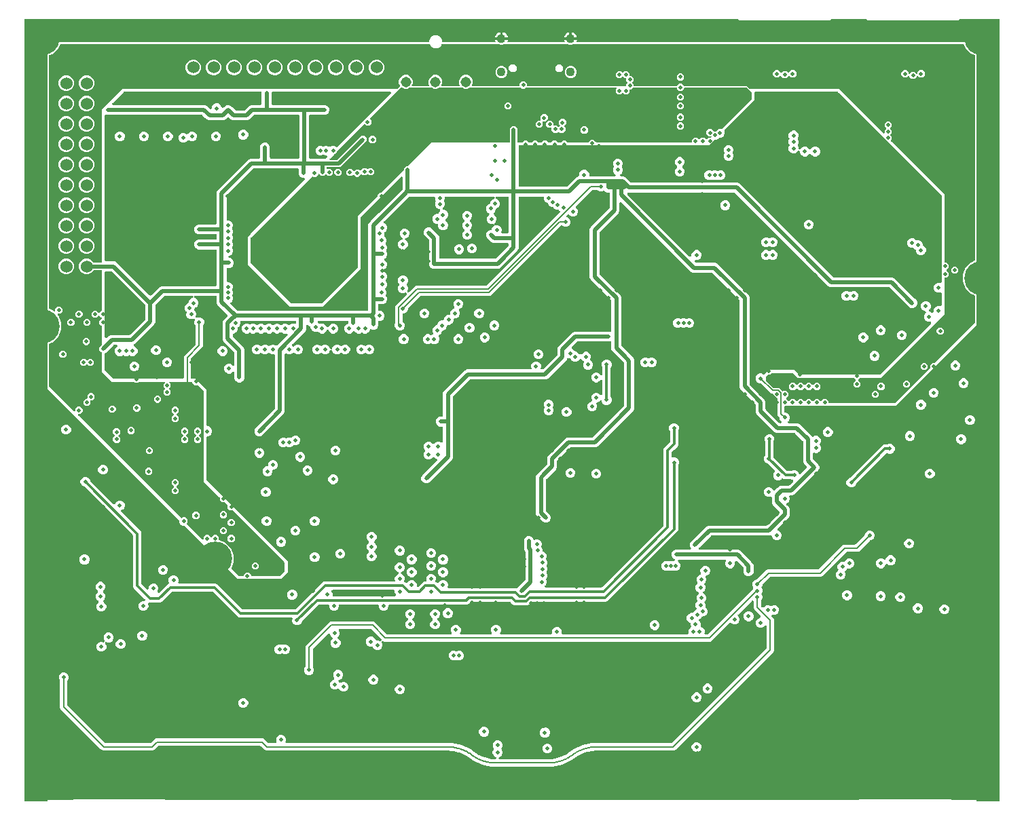
<source format=gbr>
G04 EAGLE Gerber RS-274X export*
G75*
%MOMM*%
%FSLAX34Y34*%
%LPD*%
%INEAGLE Copper Layer 15*%
%IPPOS*%
%AMOC8*
5,1,8,0,0,1.08239X$1,22.5*%
G01*
%ADD10C,1.108000*%
%ADD11C,1.524000*%
%ADD12C,1.308000*%
%ADD13C,0.500000*%
%ADD14C,4.216000*%
%ADD15C,0.150000*%
%ADD16C,0.300000*%
%ADD17C,0.500000*%
%ADD18C,0.200000*%

G36*
X30024Y-17995D02*
X30024Y-17995D01*
X30049Y-17998D01*
X30144Y-17976D01*
X30241Y-17960D01*
X30262Y-17948D01*
X30286Y-17942D01*
X30370Y-17891D01*
X30456Y-17845D01*
X30473Y-17827D01*
X30494Y-17814D01*
X30556Y-17738D01*
X30623Y-17667D01*
X30633Y-17644D01*
X30648Y-17625D01*
X30683Y-17534D01*
X30724Y-17444D01*
X30726Y-17420D01*
X30735Y-17397D01*
X30749Y-17250D01*
X30749Y-16399D01*
X61008Y-16399D01*
X61146Y-16383D01*
X61285Y-16373D01*
X61317Y-16363D01*
X61351Y-16359D01*
X61482Y-16312D01*
X61615Y-16271D01*
X61644Y-16253D01*
X61676Y-16242D01*
X61793Y-16166D01*
X61913Y-16095D01*
X61947Y-16065D01*
X61966Y-16053D01*
X61989Y-16029D01*
X62068Y-15960D01*
X62629Y-15399D01*
X177371Y-15399D01*
X177932Y-15960D01*
X178041Y-16047D01*
X178147Y-16138D01*
X178177Y-16154D01*
X178203Y-16175D01*
X178329Y-16234D01*
X178453Y-16299D01*
X178486Y-16307D01*
X178516Y-16322D01*
X178653Y-16350D01*
X178788Y-16385D01*
X178833Y-16388D01*
X178855Y-16393D01*
X178888Y-16392D01*
X178992Y-16399D01*
X1041008Y-16399D01*
X1041146Y-16383D01*
X1041285Y-16373D01*
X1041317Y-16363D01*
X1041351Y-16359D01*
X1041482Y-16312D01*
X1041615Y-16271D01*
X1041644Y-16253D01*
X1041676Y-16242D01*
X1041793Y-16166D01*
X1041913Y-16095D01*
X1041947Y-16065D01*
X1041966Y-16053D01*
X1041989Y-16029D01*
X1042068Y-15960D01*
X1042629Y-15399D01*
X1157371Y-15399D01*
X1157932Y-15960D01*
X1158041Y-16047D01*
X1158147Y-16138D01*
X1158177Y-16154D01*
X1158203Y-16175D01*
X1158329Y-16234D01*
X1158453Y-16299D01*
X1158486Y-16307D01*
X1158516Y-16322D01*
X1158653Y-16350D01*
X1158788Y-16385D01*
X1158833Y-16388D01*
X1158855Y-16393D01*
X1158888Y-16392D01*
X1158992Y-16399D01*
X1189251Y-16399D01*
X1189251Y-17250D01*
X1189255Y-17274D01*
X1189252Y-17299D01*
X1189275Y-17394D01*
X1189290Y-17491D01*
X1189302Y-17512D01*
X1189308Y-17536D01*
X1189359Y-17620D01*
X1189405Y-17706D01*
X1189423Y-17723D01*
X1189436Y-17744D01*
X1189512Y-17806D01*
X1189584Y-17873D01*
X1189606Y-17883D01*
X1189625Y-17899D01*
X1189716Y-17933D01*
X1189806Y-17974D01*
X1189830Y-17976D01*
X1189853Y-17985D01*
X1190000Y-17999D01*
X1217250Y-17999D01*
X1217274Y-17995D01*
X1217299Y-17998D01*
X1217394Y-17976D01*
X1217491Y-17960D01*
X1217512Y-17948D01*
X1217536Y-17942D01*
X1217620Y-17891D01*
X1217706Y-17845D01*
X1217723Y-17827D01*
X1217744Y-17814D01*
X1217806Y-17738D01*
X1217873Y-17667D01*
X1217883Y-17644D01*
X1217899Y-17625D01*
X1217933Y-17534D01*
X1217974Y-17444D01*
X1217976Y-17420D01*
X1217985Y-17397D01*
X1217999Y-17250D01*
X1217999Y957250D01*
X1217995Y957274D01*
X1217998Y957299D01*
X1217976Y957394D01*
X1217960Y957491D01*
X1217948Y957512D01*
X1217942Y957536D01*
X1217891Y957620D01*
X1217845Y957706D01*
X1217827Y957723D01*
X1217814Y957744D01*
X1217738Y957806D01*
X1217667Y957873D01*
X1217644Y957883D01*
X1217625Y957899D01*
X1217534Y957933D01*
X1217444Y957974D01*
X1217420Y957976D01*
X1217397Y957985D01*
X1217250Y957999D01*
X1168019Y957999D01*
X1167923Y957983D01*
X1167826Y957974D01*
X1167803Y957964D01*
X1167778Y957960D01*
X1167692Y957914D01*
X1167604Y957873D01*
X1167578Y957852D01*
X1167563Y957845D01*
X1167546Y957826D01*
X1167489Y957780D01*
X1166709Y956999D01*
X1053291Y956999D01*
X1052511Y957780D01*
X1052431Y957837D01*
X1052356Y957899D01*
X1052333Y957907D01*
X1052312Y957922D01*
X1052219Y957950D01*
X1052128Y957985D01*
X1052095Y957988D01*
X1052079Y957993D01*
X1052054Y957992D01*
X1051981Y957999D01*
X1008019Y957999D01*
X1007923Y957983D01*
X1007826Y957974D01*
X1007803Y957964D01*
X1007778Y957960D01*
X1007692Y957914D01*
X1007604Y957873D01*
X1007578Y957852D01*
X1007563Y957845D01*
X1007546Y957826D01*
X1007489Y957780D01*
X1006709Y956999D01*
X893291Y956999D01*
X892511Y957780D01*
X892431Y957837D01*
X892356Y957899D01*
X892333Y957907D01*
X892312Y957922D01*
X892219Y957950D01*
X892128Y957985D01*
X892095Y957988D01*
X892079Y957993D01*
X892054Y957992D01*
X891981Y957999D01*
X2750Y957999D01*
X2726Y957995D01*
X2701Y957998D01*
X2606Y957976D01*
X2509Y957960D01*
X2488Y957948D01*
X2464Y957942D01*
X2380Y957891D01*
X2294Y957845D01*
X2277Y957827D01*
X2256Y957814D01*
X2194Y957738D01*
X2127Y957667D01*
X2117Y957644D01*
X2101Y957625D01*
X2067Y957534D01*
X2026Y957444D01*
X2024Y957420D01*
X2015Y957397D01*
X2001Y957250D01*
X2001Y-17250D01*
X2005Y-17274D01*
X2002Y-17299D01*
X2024Y-17394D01*
X2040Y-17491D01*
X2052Y-17512D01*
X2058Y-17536D01*
X2109Y-17620D01*
X2155Y-17706D01*
X2173Y-17723D01*
X2186Y-17744D01*
X2262Y-17806D01*
X2333Y-17873D01*
X2356Y-17883D01*
X2375Y-17899D01*
X2466Y-17933D01*
X2556Y-17974D01*
X2580Y-17976D01*
X2603Y-17985D01*
X2750Y-17999D01*
X30000Y-17999D01*
X30024Y-17995D01*
G37*
%LPC*%
G36*
X268198Y259649D02*
X268198Y259649D01*
X202387Y325460D01*
X202278Y325547D01*
X202172Y325638D01*
X202142Y325654D01*
X202116Y325675D01*
X201990Y325734D01*
X201866Y325799D01*
X201834Y325807D01*
X201803Y325822D01*
X201667Y325850D01*
X201532Y325885D01*
X201486Y325888D01*
X201465Y325893D01*
X201431Y325892D01*
X201327Y325899D01*
X199786Y325899D01*
X197544Y326828D01*
X195828Y328544D01*
X194899Y330786D01*
X194899Y332327D01*
X194883Y332465D01*
X194873Y332604D01*
X194863Y332637D01*
X194859Y332670D01*
X194812Y332801D01*
X194771Y332935D01*
X194753Y332964D01*
X194742Y332995D01*
X194666Y333112D01*
X194595Y333232D01*
X194565Y333266D01*
X194553Y333285D01*
X194529Y333308D01*
X194460Y333387D01*
X30749Y497098D01*
X30749Y929251D01*
X506250Y929251D01*
X506274Y929255D01*
X506299Y929252D01*
X506394Y929275D01*
X506491Y929290D01*
X506512Y929302D01*
X506536Y929308D01*
X506620Y929359D01*
X506706Y929405D01*
X506723Y929423D01*
X506744Y929436D01*
X506806Y929512D01*
X506873Y929584D01*
X506883Y929606D01*
X506899Y929625D01*
X506933Y929716D01*
X506974Y929806D01*
X506976Y929830D01*
X506985Y929853D01*
X506999Y930000D01*
X506999Y931591D01*
X508217Y934532D01*
X510468Y936783D01*
X513409Y938001D01*
X516591Y938001D01*
X519532Y936783D01*
X521783Y934532D01*
X523001Y931591D01*
X523001Y930000D01*
X523005Y929976D01*
X523002Y929951D01*
X523024Y929856D01*
X523040Y929759D01*
X523052Y929738D01*
X523058Y929714D01*
X523109Y929630D01*
X523155Y929544D01*
X523173Y929527D01*
X523186Y929506D01*
X523262Y929444D01*
X523333Y929377D01*
X523356Y929367D01*
X523375Y929352D01*
X523466Y929317D01*
X523556Y929276D01*
X523580Y929274D01*
X523603Y929265D01*
X523750Y929251D01*
X588899Y929251D01*
X588948Y929259D01*
X588997Y929257D01*
X589067Y929278D01*
X589140Y929290D01*
X589183Y929314D01*
X589230Y929328D01*
X589290Y929371D01*
X589355Y929405D01*
X589389Y929441D01*
X589429Y929470D01*
X589472Y929530D01*
X589522Y929584D01*
X589542Y929628D01*
X589571Y929668D01*
X589593Y929739D01*
X589623Y929806D01*
X589628Y929855D01*
X589642Y929901D01*
X589640Y929975D01*
X589647Y930049D01*
X589636Y930096D01*
X589634Y930145D01*
X589592Y930285D01*
X589592Y930286D01*
X589592Y930287D01*
X589030Y931643D01*
X588859Y932501D01*
X596050Y932501D01*
X596074Y932505D01*
X596098Y932502D01*
X596194Y932525D01*
X596291Y932540D01*
X596312Y932552D01*
X596336Y932558D01*
X596419Y932609D01*
X596506Y932655D01*
X596523Y932673D01*
X596543Y932686D01*
X596606Y932762D01*
X596673Y932834D01*
X596683Y932856D01*
X596698Y932875D01*
X596733Y932966D01*
X596773Y933056D01*
X596776Y933080D01*
X596785Y933103D01*
X596799Y933250D01*
X596799Y934001D01*
X596801Y934001D01*
X596801Y933250D01*
X596805Y933226D01*
X596802Y933201D01*
X596825Y933106D01*
X596841Y933009D01*
X596852Y932988D01*
X596858Y932964D01*
X596909Y932880D01*
X596956Y932794D01*
X596973Y932777D01*
X596986Y932756D01*
X597062Y932694D01*
X597134Y932627D01*
X597156Y932617D01*
X597175Y932602D01*
X597267Y932567D01*
X597356Y932526D01*
X597380Y932524D01*
X597403Y932515D01*
X597550Y932501D01*
X604741Y932501D01*
X604570Y931643D01*
X604008Y930287D01*
X603997Y930239D01*
X603977Y930194D01*
X603970Y930121D01*
X603953Y930049D01*
X603958Y930000D01*
X603953Y929951D01*
X603970Y929880D01*
X603977Y929806D01*
X603997Y929762D01*
X604008Y929714D01*
X604047Y929651D01*
X604078Y929584D01*
X604111Y929548D01*
X604137Y929506D01*
X604194Y929460D01*
X604244Y929406D01*
X604287Y929383D01*
X604325Y929352D01*
X604394Y929326D01*
X604459Y929291D01*
X604508Y929283D01*
X604554Y929265D01*
X604699Y929251D01*
X604700Y929251D01*
X604701Y929251D01*
X675099Y929251D01*
X675148Y929259D01*
X675197Y929257D01*
X675267Y929278D01*
X675340Y929290D01*
X675383Y929314D01*
X675430Y929328D01*
X675490Y929371D01*
X675555Y929405D01*
X675589Y929441D01*
X675629Y929470D01*
X675672Y929530D01*
X675722Y929584D01*
X675742Y929628D01*
X675771Y929668D01*
X675793Y929739D01*
X675823Y929806D01*
X675828Y929855D01*
X675842Y929901D01*
X675840Y929975D01*
X675847Y930049D01*
X675836Y930096D01*
X675834Y930145D01*
X675792Y930285D01*
X675792Y930286D01*
X675792Y930287D01*
X675230Y931643D01*
X675059Y932501D01*
X682250Y932501D01*
X682274Y932505D01*
X682298Y932502D01*
X682394Y932525D01*
X682491Y932540D01*
X682512Y932552D01*
X682536Y932558D01*
X682619Y932609D01*
X682706Y932655D01*
X682723Y932673D01*
X682743Y932686D01*
X682806Y932762D01*
X682873Y932834D01*
X682883Y932856D01*
X682898Y932875D01*
X682933Y932966D01*
X682973Y933056D01*
X682976Y933080D01*
X682985Y933103D01*
X682999Y933250D01*
X682999Y934001D01*
X683001Y934001D01*
X683001Y933250D01*
X683005Y933226D01*
X683002Y933201D01*
X683025Y933106D01*
X683041Y933009D01*
X683052Y932988D01*
X683058Y932964D01*
X683109Y932880D01*
X683156Y932794D01*
X683173Y932777D01*
X683186Y932756D01*
X683262Y932694D01*
X683334Y932627D01*
X683356Y932617D01*
X683375Y932602D01*
X683467Y932567D01*
X683556Y932526D01*
X683580Y932524D01*
X683603Y932515D01*
X683750Y932501D01*
X690941Y932501D01*
X690770Y931643D01*
X690208Y930287D01*
X690197Y930239D01*
X690177Y930194D01*
X690170Y930121D01*
X690153Y930049D01*
X690158Y930000D01*
X690153Y929951D01*
X690170Y929880D01*
X690177Y929806D01*
X690197Y929762D01*
X690208Y929714D01*
X690247Y929651D01*
X690278Y929584D01*
X690311Y929548D01*
X690337Y929506D01*
X690394Y929460D01*
X690444Y929406D01*
X690487Y929383D01*
X690525Y929352D01*
X690594Y929326D01*
X690659Y929291D01*
X690708Y929283D01*
X690754Y929265D01*
X690899Y929251D01*
X690900Y929251D01*
X690901Y929251D01*
X1189251Y929251D01*
X1189251Y576098D01*
X1088802Y475649D01*
X950850Y475649D01*
X950815Y475645D01*
X950779Y475648D01*
X950643Y475625D01*
X950507Y475609D01*
X950473Y475597D01*
X950438Y475592D01*
X950311Y475539D01*
X950181Y475492D01*
X950152Y475473D01*
X950119Y475459D01*
X950007Y475378D01*
X949892Y475303D01*
X949867Y475277D01*
X949839Y475257D01*
X949748Y475153D01*
X949653Y475053D01*
X949635Y475022D01*
X949612Y474996D01*
X949548Y474873D01*
X949478Y474755D01*
X949468Y474721D01*
X949451Y474689D01*
X949417Y474556D01*
X949376Y474424D01*
X949374Y474389D01*
X949365Y474355D01*
X949351Y474150D01*
X949351Y468600D01*
X949355Y468565D01*
X949352Y468529D01*
X949375Y468393D01*
X949391Y468257D01*
X949403Y468223D01*
X949408Y468188D01*
X949461Y468061D01*
X949508Y467931D01*
X949527Y467902D01*
X949541Y467869D01*
X949622Y467757D01*
X949697Y467642D01*
X949723Y467617D01*
X949743Y467589D01*
X949847Y467498D01*
X949947Y467403D01*
X949978Y467385D01*
X950004Y467362D01*
X950127Y467298D01*
X950245Y467228D01*
X950279Y467218D01*
X950311Y467201D01*
X950444Y467167D01*
X950576Y467126D01*
X950611Y467124D01*
X950645Y467115D01*
X950850Y467101D01*
X951214Y467101D01*
X953456Y466172D01*
X955172Y464456D01*
X956101Y462214D01*
X956101Y459786D01*
X955172Y457544D01*
X954288Y456660D01*
X954223Y456578D01*
X954151Y456503D01*
X954116Y456443D01*
X954073Y456389D01*
X954029Y456295D01*
X953976Y456205D01*
X953956Y456139D01*
X953926Y456076D01*
X953905Y455974D01*
X953874Y455874D01*
X953869Y455805D01*
X953855Y455738D01*
X953857Y455634D01*
X953850Y455529D01*
X953862Y455461D01*
X953863Y455392D01*
X953889Y455291D01*
X953906Y455188D01*
X953933Y455125D01*
X953950Y455058D01*
X953999Y454965D01*
X954039Y454869D01*
X954079Y454813D01*
X954112Y454752D01*
X954180Y454673D01*
X954241Y454589D01*
X954294Y454543D01*
X954339Y454491D01*
X954424Y454430D01*
X954502Y454362D01*
X954564Y454330D01*
X954620Y454289D01*
X954716Y454250D01*
X954808Y454201D01*
X954876Y454184D01*
X954939Y454158D01*
X955042Y454141D01*
X955143Y454115D01*
X955247Y454108D01*
X955281Y454102D01*
X955303Y454104D01*
X955348Y454101D01*
X966214Y454101D01*
X968456Y453172D01*
X984066Y437562D01*
X984135Y437507D01*
X984197Y437445D01*
X984270Y437400D01*
X984337Y437347D01*
X984416Y437310D01*
X984491Y437264D01*
X984573Y437236D01*
X984650Y437200D01*
X984736Y437182D01*
X984819Y437154D01*
X984905Y437146D01*
X984989Y437129D01*
X985076Y437131D01*
X985163Y437123D01*
X985248Y437135D01*
X985334Y437137D01*
X985419Y437159D01*
X985506Y437171D01*
X985642Y437217D01*
X985669Y437224D01*
X985679Y437230D01*
X985700Y437237D01*
X987786Y438101D01*
X990214Y438101D01*
X992456Y437172D01*
X994172Y435456D01*
X995101Y433214D01*
X995101Y430786D01*
X994168Y428535D01*
X994166Y428532D01*
X994139Y428509D01*
X994059Y428397D01*
X993973Y428289D01*
X993958Y428257D01*
X993937Y428228D01*
X993885Y428101D01*
X993826Y427976D01*
X993819Y427941D01*
X993805Y427909D01*
X993783Y427772D01*
X993755Y427638D01*
X993756Y427602D01*
X993750Y427567D01*
X993760Y427430D01*
X993763Y427292D01*
X993772Y427258D01*
X993775Y427222D01*
X993816Y427091D01*
X993850Y426958D01*
X993867Y426926D01*
X993877Y426892D01*
X993948Y426773D01*
X994012Y426652D01*
X994035Y426625D01*
X994053Y426594D01*
X994170Y426460D01*
X995101Y424214D01*
X995101Y421786D01*
X994172Y419544D01*
X992456Y417828D01*
X990214Y416899D01*
X987787Y416899D01*
X987174Y417153D01*
X987023Y417196D01*
X986874Y417242D01*
X986857Y417243D01*
X986841Y417248D01*
X986686Y417255D01*
X986529Y417266D01*
X986513Y417263D01*
X986496Y417264D01*
X986342Y417235D01*
X986188Y417210D01*
X986173Y417203D01*
X986156Y417200D01*
X986013Y417137D01*
X985869Y417077D01*
X985855Y417067D01*
X985840Y417060D01*
X985715Y416966D01*
X985589Y416875D01*
X985578Y416862D01*
X985564Y416852D01*
X985464Y416731D01*
X985362Y416614D01*
X985354Y416599D01*
X985343Y416586D01*
X985274Y416446D01*
X985201Y416307D01*
X985197Y416291D01*
X985189Y416276D01*
X985154Y416124D01*
X985115Y415973D01*
X985113Y415951D01*
X985111Y415939D01*
X985111Y415912D01*
X985101Y415768D01*
X985101Y410148D01*
X985117Y410010D01*
X985127Y409870D01*
X985137Y409838D01*
X985141Y409805D01*
X985188Y409674D01*
X985229Y409540D01*
X985247Y409511D01*
X985258Y409479D01*
X985334Y409363D01*
X985405Y409243D01*
X985435Y409208D01*
X985447Y409190D01*
X985471Y409167D01*
X985540Y409088D01*
X992172Y402456D01*
X993101Y400214D01*
X993101Y397786D01*
X992172Y395544D01*
X990245Y393617D01*
X961456Y364828D01*
X959214Y363899D01*
X957232Y363899D01*
X957077Y363881D01*
X956921Y363867D01*
X956905Y363861D01*
X956889Y363859D01*
X956742Y363806D01*
X956594Y363757D01*
X956579Y363748D01*
X956563Y363742D01*
X956432Y363656D01*
X956300Y363574D01*
X956288Y363562D01*
X956274Y363553D01*
X956166Y363440D01*
X956056Y363330D01*
X956047Y363315D01*
X956035Y363303D01*
X955956Y363168D01*
X955874Y363035D01*
X955869Y363019D01*
X955860Y363005D01*
X955814Y362856D01*
X955765Y362707D01*
X955763Y362691D01*
X955758Y362674D01*
X955747Y362518D01*
X955733Y362363D01*
X955736Y362346D01*
X955734Y362329D01*
X955760Y362175D01*
X955782Y362021D01*
X955788Y362000D01*
X955790Y361988D01*
X955801Y361963D01*
X955847Y361826D01*
X956101Y361213D01*
X956101Y358786D01*
X955172Y356544D01*
X953456Y354828D01*
X952944Y354616D01*
X952807Y354540D01*
X952669Y354467D01*
X952656Y354456D01*
X952641Y354448D01*
X952526Y354342D01*
X952408Y354240D01*
X952399Y354226D01*
X952386Y354215D01*
X952298Y354086D01*
X952207Y353959D01*
X952200Y353943D01*
X952191Y353929D01*
X952135Y353785D01*
X952075Y353639D01*
X952072Y353623D01*
X952066Y353607D01*
X952045Y353453D01*
X952019Y353298D01*
X952021Y353281D01*
X952018Y353264D01*
X952033Y353110D01*
X952044Y352953D01*
X952049Y352937D01*
X952051Y352920D01*
X952100Y352773D01*
X952147Y352623D01*
X952155Y352608D01*
X952161Y352592D01*
X952243Y352460D01*
X952322Y352325D01*
X952337Y352309D01*
X952343Y352299D01*
X952363Y352279D01*
X952457Y352171D01*
X953245Y351383D01*
X955172Y349456D01*
X956101Y347214D01*
X956101Y338786D01*
X955172Y336544D01*
X953245Y334617D01*
X941043Y322415D01*
X940946Y322293D01*
X940846Y322173D01*
X940839Y322157D01*
X940828Y322144D01*
X940762Y322003D01*
X940692Y321863D01*
X940689Y321847D01*
X940681Y321831D01*
X940649Y321678D01*
X940614Y321526D01*
X940614Y321509D01*
X940610Y321493D01*
X940614Y321337D01*
X940614Y321181D01*
X940618Y321164D01*
X940618Y321147D01*
X940658Y320996D01*
X940694Y320844D01*
X940701Y320829D01*
X940705Y320813D01*
X940778Y320675D01*
X940848Y320535D01*
X940859Y320522D01*
X940867Y320507D01*
X940969Y320389D01*
X941069Y320269D01*
X941083Y320259D01*
X941094Y320246D01*
X941221Y320155D01*
X941346Y320061D01*
X941365Y320052D01*
X941375Y320045D01*
X941401Y320034D01*
X941529Y319970D01*
X943456Y319172D01*
X945172Y317456D01*
X946101Y315214D01*
X946101Y312786D01*
X945172Y310544D01*
X943456Y308828D01*
X941214Y307899D01*
X938786Y307899D01*
X936544Y308828D01*
X934828Y310544D01*
X933896Y312794D01*
X933881Y312923D01*
X933867Y313079D01*
X933861Y313095D01*
X933859Y313111D01*
X933806Y313258D01*
X933757Y313406D01*
X933748Y313421D01*
X933742Y313437D01*
X933656Y313568D01*
X933574Y313700D01*
X933562Y313712D01*
X933553Y313726D01*
X933440Y313834D01*
X933330Y313944D01*
X933315Y313953D01*
X933303Y313965D01*
X933168Y314044D01*
X933035Y314126D01*
X933019Y314131D01*
X933005Y314140D01*
X932856Y314186D01*
X932707Y314235D01*
X932691Y314237D01*
X932674Y314242D01*
X932518Y314253D01*
X932363Y314267D01*
X932346Y314264D01*
X932329Y314266D01*
X932175Y314240D01*
X932021Y314218D01*
X932000Y314212D01*
X931988Y314210D01*
X931963Y314199D01*
X931826Y314153D01*
X931213Y313899D01*
X859148Y313899D01*
X859010Y313883D01*
X858870Y313873D01*
X858838Y313863D01*
X858805Y313859D01*
X858674Y313812D01*
X858540Y313771D01*
X858511Y313753D01*
X858479Y313742D01*
X858363Y313666D01*
X858243Y313595D01*
X858208Y313565D01*
X858190Y313553D01*
X858167Y313529D01*
X858088Y313460D01*
X843288Y298660D01*
X843223Y298578D01*
X843151Y298503D01*
X843116Y298443D01*
X843073Y298389D01*
X843029Y298295D01*
X842976Y298205D01*
X842956Y298139D01*
X842926Y298076D01*
X842905Y297974D01*
X842874Y297874D01*
X842869Y297805D01*
X842855Y297738D01*
X842857Y297634D01*
X842850Y297529D01*
X842862Y297461D01*
X842863Y297392D01*
X842889Y297291D01*
X842906Y297188D01*
X842933Y297124D01*
X842950Y297058D01*
X842999Y296965D01*
X843039Y296869D01*
X843079Y296813D01*
X843112Y296752D01*
X843180Y296673D01*
X843241Y296589D01*
X843294Y296543D01*
X843339Y296491D01*
X843424Y296430D01*
X843502Y296362D01*
X843564Y296330D01*
X843620Y296289D01*
X843716Y296250D01*
X843808Y296201D01*
X843875Y296184D01*
X843939Y296157D01*
X844042Y296141D01*
X844143Y296115D01*
X844247Y296108D01*
X844281Y296102D01*
X844303Y296104D01*
X844348Y296101D01*
X892087Y296101D01*
X894329Y295172D01*
X908118Y281383D01*
X910045Y279456D01*
X910974Y277214D01*
X910974Y267786D01*
X910045Y265544D01*
X908329Y263828D01*
X906087Y262899D01*
X903659Y262899D01*
X901417Y263828D01*
X899701Y265544D01*
X898772Y267786D01*
X898772Y272852D01*
X898756Y272990D01*
X898746Y273130D01*
X898736Y273162D01*
X898732Y273195D01*
X898685Y273326D01*
X898644Y273460D01*
X898626Y273489D01*
X898615Y273521D01*
X898539Y273637D01*
X898468Y273757D01*
X898438Y273792D01*
X898426Y273810D01*
X898402Y273833D01*
X898333Y273912D01*
X890651Y281595D01*
X890609Y281627D01*
X890574Y281666D01*
X890474Y281734D01*
X890380Y281809D01*
X890332Y281832D01*
X890288Y281861D01*
X890176Y281905D01*
X890067Y281956D01*
X890015Y281967D01*
X889966Y281986D01*
X889847Y282003D01*
X889728Y282027D01*
X889676Y282026D01*
X889623Y282033D01*
X889504Y282022D01*
X889383Y282019D01*
X889332Y282006D01*
X889279Y282001D01*
X889165Y281963D01*
X889048Y281932D01*
X889002Y281908D01*
X888952Y281891D01*
X888849Y281827D01*
X888742Y281771D01*
X888703Y281736D01*
X888658Y281708D01*
X888572Y281623D01*
X888482Y281544D01*
X888451Y281501D01*
X888414Y281463D01*
X888351Y281361D01*
X888280Y281263D01*
X888260Y281214D01*
X888232Y281169D01*
X888194Y281055D01*
X888148Y280943D01*
X888140Y280891D01*
X888123Y280841D01*
X888112Y280721D01*
X888093Y280602D01*
X888097Y280549D01*
X888092Y280497D01*
X888101Y280433D01*
X888101Y277786D01*
X887172Y275544D01*
X885456Y273828D01*
X883214Y272899D01*
X880786Y272899D01*
X878544Y273828D01*
X876828Y275544D01*
X875899Y277786D01*
X875899Y280214D01*
X876567Y281826D01*
X876610Y281976D01*
X876656Y282126D01*
X876657Y282143D01*
X876662Y282159D01*
X876669Y282314D01*
X876680Y282471D01*
X876677Y282487D01*
X876678Y282504D01*
X876649Y282658D01*
X876624Y282812D01*
X876617Y282827D01*
X876614Y282844D01*
X876551Y282987D01*
X876491Y283131D01*
X876481Y283145D01*
X876474Y283160D01*
X876380Y283285D01*
X876289Y283411D01*
X876276Y283423D01*
X876266Y283436D01*
X876146Y283536D01*
X876028Y283638D01*
X876013Y283646D01*
X876000Y283657D01*
X875860Y283726D01*
X875722Y283799D01*
X875705Y283803D01*
X875690Y283811D01*
X875538Y283846D01*
X875387Y283885D01*
X875365Y283887D01*
X875353Y283889D01*
X875326Y283889D01*
X875182Y283899D01*
X818348Y283899D01*
X818244Y283887D01*
X818140Y283885D01*
X818073Y283867D01*
X818005Y283859D01*
X817906Y283824D01*
X817805Y283798D01*
X817744Y283765D01*
X817679Y283742D01*
X817592Y283685D01*
X817500Y283636D01*
X817448Y283591D01*
X817390Y283553D01*
X817318Y283478D01*
X817239Y283409D01*
X817199Y283353D01*
X817151Y283303D01*
X817098Y283213D01*
X817037Y283128D01*
X817011Y283064D01*
X816976Y283005D01*
X816945Y282905D01*
X816905Y282809D01*
X816894Y282740D01*
X816874Y282674D01*
X816867Y282570D01*
X816850Y282467D01*
X816855Y282398D01*
X816850Y282329D01*
X816867Y282227D01*
X816875Y282122D01*
X816895Y282056D01*
X816906Y281988D01*
X816946Y281892D01*
X816977Y281792D01*
X817013Y281733D01*
X817039Y281669D01*
X817100Y281584D01*
X817153Y281495D01*
X817221Y281416D01*
X817241Y281389D01*
X817258Y281374D01*
X817288Y281340D01*
X819172Y279456D01*
X820101Y277214D01*
X820101Y274786D01*
X819172Y272544D01*
X817456Y270828D01*
X815214Y269899D01*
X812787Y269899D01*
X811574Y270402D01*
X811440Y270440D01*
X811307Y270484D01*
X811274Y270487D01*
X811241Y270496D01*
X811102Y270503D01*
X810963Y270515D01*
X810930Y270511D01*
X810896Y270512D01*
X810759Y270486D01*
X810621Y270467D01*
X810578Y270453D01*
X810556Y270448D01*
X810525Y270435D01*
X810426Y270402D01*
X809214Y269899D01*
X806786Y269899D01*
X805574Y270402D01*
X805440Y270440D01*
X805307Y270484D01*
X805274Y270487D01*
X805241Y270496D01*
X805102Y270503D01*
X804963Y270515D01*
X804930Y270511D01*
X804896Y270512D01*
X804758Y270486D01*
X804621Y270467D01*
X804578Y270453D01*
X804556Y270448D01*
X804525Y270435D01*
X804426Y270402D01*
X803213Y269899D01*
X800786Y269899D01*
X798544Y270828D01*
X796828Y272544D01*
X795899Y274786D01*
X795899Y277214D01*
X796828Y279456D01*
X798544Y281172D01*
X800786Y282101D01*
X803213Y282101D01*
X804426Y281598D01*
X804560Y281560D01*
X804693Y281516D01*
X804726Y281513D01*
X804759Y281504D01*
X804898Y281497D01*
X805037Y281485D01*
X805070Y281489D01*
X805104Y281488D01*
X805241Y281514D01*
X805379Y281533D01*
X805422Y281547D01*
X805444Y281552D01*
X805475Y281565D01*
X805574Y281598D01*
X806786Y282101D01*
X809214Y282101D01*
X810426Y281598D01*
X810560Y281560D01*
X810693Y281516D01*
X810726Y281513D01*
X810759Y281504D01*
X810898Y281497D01*
X811037Y281485D01*
X811070Y281489D01*
X811104Y281488D01*
X811242Y281514D01*
X811379Y281533D01*
X811422Y281547D01*
X811444Y281552D01*
X811475Y281565D01*
X811574Y281598D01*
X812114Y281822D01*
X812205Y281873D01*
X812300Y281915D01*
X812355Y281957D01*
X812416Y281990D01*
X812493Y282060D01*
X812576Y282123D01*
X812620Y282177D01*
X812671Y282223D01*
X812730Y282309D01*
X812797Y282390D01*
X812827Y282452D01*
X812866Y282509D01*
X812904Y282606D01*
X812950Y282699D01*
X812966Y282766D01*
X812991Y282831D01*
X813005Y282934D01*
X813029Y283036D01*
X813029Y283105D01*
X813039Y283173D01*
X813029Y283277D01*
X813029Y283382D01*
X813013Y283449D01*
X813007Y283518D01*
X812973Y283616D01*
X812949Y283718D01*
X812918Y283780D01*
X812896Y283845D01*
X812841Y283934D01*
X812795Y284027D01*
X812751Y284081D01*
X812714Y284139D01*
X812640Y284213D01*
X812573Y284293D01*
X812518Y284335D01*
X812469Y284383D01*
X812381Y284438D01*
X812297Y284501D01*
X812204Y284547D01*
X812175Y284565D01*
X812154Y284572D01*
X812114Y284592D01*
X811544Y284828D01*
X809828Y286544D01*
X808899Y288786D01*
X808899Y291214D01*
X809828Y293456D01*
X811544Y295172D01*
X813786Y296101D01*
X831652Y296101D01*
X831756Y296113D01*
X831860Y296115D01*
X831927Y296133D01*
X831995Y296141D01*
X832094Y296176D01*
X832195Y296202D01*
X832256Y296235D01*
X832321Y296258D01*
X832408Y296315D01*
X832500Y296364D01*
X832552Y296409D01*
X832610Y296447D01*
X832682Y296522D01*
X832761Y296591D01*
X832801Y296647D01*
X832849Y296697D01*
X832902Y296787D01*
X832963Y296872D01*
X832989Y296936D01*
X833024Y296995D01*
X833055Y297095D01*
X833095Y297192D01*
X833106Y297260D01*
X833126Y297326D01*
X833133Y297430D01*
X833150Y297533D01*
X833145Y297602D01*
X833150Y297671D01*
X833133Y297774D01*
X833125Y297878D01*
X833105Y297944D01*
X833094Y298012D01*
X833054Y298108D01*
X833023Y298208D01*
X832987Y298267D01*
X832961Y298331D01*
X832900Y298416D01*
X832847Y298506D01*
X832841Y298512D01*
X831899Y300786D01*
X831899Y303214D01*
X832828Y305456D01*
X852544Y325172D01*
X854786Y326101D01*
X926852Y326101D01*
X926990Y326117D01*
X927130Y326127D01*
X927162Y326137D01*
X927195Y326141D01*
X927326Y326188D01*
X927460Y326229D01*
X927489Y326247D01*
X927521Y326258D01*
X927637Y326334D01*
X927757Y326405D01*
X927792Y326435D01*
X927810Y326447D01*
X927833Y326471D01*
X927912Y326540D01*
X943312Y341940D01*
X943334Y341968D01*
X943361Y341991D01*
X943441Y342103D01*
X943527Y342211D01*
X943542Y342243D01*
X943563Y342272D01*
X943615Y342399D01*
X943674Y342524D01*
X943681Y342559D01*
X943695Y342591D01*
X943717Y342728D01*
X943745Y342862D01*
X943744Y342898D01*
X943750Y342933D01*
X943740Y343070D01*
X943737Y343208D01*
X943728Y343242D01*
X943725Y343278D01*
X943684Y343409D01*
X943650Y343542D01*
X943633Y343574D01*
X943623Y343608D01*
X943552Y343727D01*
X943488Y343848D01*
X943465Y343875D01*
X943447Y343905D01*
X943312Y344060D01*
X936755Y350617D01*
X934828Y352544D01*
X933899Y354786D01*
X933899Y360768D01*
X933881Y360923D01*
X933867Y361079D01*
X933861Y361095D01*
X933859Y361111D01*
X933806Y361258D01*
X933757Y361406D01*
X933748Y361421D01*
X933742Y361437D01*
X933656Y361568D01*
X933574Y361700D01*
X933562Y361712D01*
X933553Y361726D01*
X933440Y361834D01*
X933330Y361944D01*
X933315Y361953D01*
X933303Y361965D01*
X933168Y362044D01*
X933035Y362126D01*
X933019Y362131D01*
X933005Y362140D01*
X932856Y362186D01*
X932707Y362235D01*
X932691Y362237D01*
X932674Y362242D01*
X932518Y362253D01*
X932363Y362267D01*
X932346Y362264D01*
X932329Y362266D01*
X932175Y362240D01*
X932021Y362218D01*
X932000Y362212D01*
X931988Y362210D01*
X931963Y362199D01*
X931826Y362153D01*
X931213Y361899D01*
X928786Y361899D01*
X926544Y362828D01*
X924828Y364544D01*
X923899Y366786D01*
X923899Y369214D01*
X924828Y371456D01*
X926544Y373172D01*
X928786Y374101D01*
X931214Y374101D01*
X933456Y373172D01*
X935172Y371456D01*
X935384Y370944D01*
X935460Y370807D01*
X935533Y370669D01*
X935544Y370656D01*
X935552Y370641D01*
X935658Y370526D01*
X935760Y370408D01*
X935774Y370399D01*
X935785Y370386D01*
X935914Y370298D01*
X936041Y370207D01*
X936057Y370200D01*
X936071Y370191D01*
X936215Y370135D01*
X936361Y370075D01*
X936377Y370072D01*
X936393Y370066D01*
X936547Y370045D01*
X936702Y370019D01*
X936719Y370021D01*
X936736Y370018D01*
X936890Y370033D01*
X937047Y370044D01*
X937063Y370049D01*
X937080Y370051D01*
X937227Y370100D01*
X937377Y370147D01*
X937392Y370155D01*
X937408Y370161D01*
X937540Y370243D01*
X937675Y370322D01*
X937691Y370337D01*
X937701Y370343D01*
X937721Y370363D01*
X937829Y370457D01*
X940617Y373245D01*
X942544Y375172D01*
X944786Y376101D01*
X954852Y376101D01*
X954990Y376117D01*
X955130Y376127D01*
X955162Y376137D01*
X955195Y376141D01*
X955326Y376188D01*
X955460Y376229D01*
X955489Y376247D01*
X955521Y376258D01*
X955637Y376334D01*
X955757Y376405D01*
X955792Y376435D01*
X955810Y376447D01*
X955833Y376471D01*
X955912Y376540D01*
X960250Y380878D01*
X960347Y381000D01*
X960447Y381120D01*
X960454Y381135D01*
X960465Y381149D01*
X960531Y381291D01*
X960600Y381430D01*
X960604Y381446D01*
X960612Y381462D01*
X960644Y381615D01*
X960679Y381767D01*
X960679Y381784D01*
X960683Y381800D01*
X960679Y381956D01*
X960679Y382112D01*
X960675Y382129D01*
X960675Y382146D01*
X960635Y382297D01*
X960599Y382449D01*
X960592Y382464D01*
X960588Y382480D01*
X960515Y382618D01*
X960445Y382758D01*
X960434Y382771D01*
X960426Y382786D01*
X960324Y382903D01*
X960224Y383024D01*
X960210Y383034D01*
X960199Y383047D01*
X960072Y383138D01*
X959947Y383232D01*
X959928Y383241D01*
X959918Y383248D01*
X959892Y383259D01*
X959764Y383323D01*
X958648Y383785D01*
X958630Y383790D01*
X958614Y383799D01*
X958463Y383838D01*
X958315Y383880D01*
X958297Y383881D01*
X958279Y383885D01*
X958074Y383899D01*
X949985Y383899D01*
X948024Y384711D01*
X947996Y384734D01*
X947964Y384749D01*
X947935Y384770D01*
X947808Y384822D01*
X947683Y384881D01*
X947648Y384888D01*
X947616Y384902D01*
X947479Y384924D01*
X947345Y384952D01*
X947309Y384951D01*
X947274Y384957D01*
X947137Y384947D01*
X946999Y384944D01*
X946965Y384935D01*
X946930Y384932D01*
X946798Y384891D01*
X946665Y384857D01*
X946633Y384840D01*
X946599Y384830D01*
X946481Y384760D01*
X946359Y384695D01*
X946332Y384672D01*
X946302Y384654D01*
X946147Y384519D01*
X945456Y383828D01*
X943214Y382899D01*
X940786Y382899D01*
X938544Y383828D01*
X936828Y385544D01*
X935899Y387786D01*
X935899Y390214D01*
X936828Y392456D01*
X937519Y393147D01*
X937541Y393175D01*
X937568Y393198D01*
X937648Y393310D01*
X937734Y393418D01*
X937749Y393450D01*
X937770Y393479D01*
X937822Y393606D01*
X937881Y393731D01*
X937888Y393766D01*
X937902Y393798D01*
X937924Y393934D01*
X937952Y394069D01*
X937951Y394105D01*
X937957Y394140D01*
X937947Y394277D01*
X937944Y394415D01*
X937935Y394449D01*
X937932Y394485D01*
X937892Y394616D01*
X937857Y394750D01*
X937840Y394781D01*
X937830Y394815D01*
X937760Y394933D01*
X937695Y395055D01*
X937672Y395082D01*
X937654Y395113D01*
X937519Y395267D01*
X929169Y403617D01*
X929155Y403629D01*
X929143Y403643D01*
X929019Y403736D01*
X928898Y403832D01*
X928882Y403840D01*
X928867Y403851D01*
X928683Y403942D01*
X926544Y404828D01*
X924828Y406544D01*
X923899Y408786D01*
X923899Y411214D01*
X924828Y413456D01*
X925460Y414088D01*
X925547Y414197D01*
X925638Y414302D01*
X925654Y414332D01*
X925675Y414359D01*
X925734Y414485D01*
X925799Y414609D01*
X925807Y414641D01*
X925822Y414672D01*
X925850Y414808D01*
X925885Y414943D01*
X925888Y414988D01*
X925893Y415010D01*
X925892Y415044D01*
X925899Y415148D01*
X925899Y430574D01*
X925897Y430593D01*
X925899Y430611D01*
X925877Y430764D01*
X925859Y430918D01*
X925853Y430935D01*
X925850Y430953D01*
X925785Y431148D01*
X924899Y433286D01*
X924899Y435714D01*
X925828Y437956D01*
X927544Y439672D01*
X929786Y440601D01*
X932214Y440601D01*
X934456Y439672D01*
X936172Y437956D01*
X937101Y435714D01*
X937101Y433286D01*
X936215Y431148D01*
X936210Y431130D01*
X936201Y431114D01*
X936162Y430963D01*
X936120Y430815D01*
X936119Y430797D01*
X936115Y430779D01*
X936101Y430574D01*
X936101Y411734D01*
X936117Y411596D01*
X936127Y411456D01*
X936137Y411424D01*
X936141Y411390D01*
X936188Y411259D01*
X936229Y411126D01*
X936247Y411097D01*
X936258Y411065D01*
X936334Y410948D01*
X936405Y410828D01*
X936435Y410794D01*
X936447Y410776D01*
X936471Y410752D01*
X936540Y410674D01*
X952674Y394540D01*
X952783Y394453D01*
X952888Y394362D01*
X952918Y394346D01*
X952945Y394325D01*
X953071Y394266D01*
X953194Y394201D01*
X953227Y394193D01*
X953258Y394178D01*
X953394Y394150D01*
X953529Y394115D01*
X953574Y394112D01*
X953596Y394107D01*
X953630Y394108D01*
X953734Y394101D01*
X958074Y394101D01*
X958093Y394103D01*
X958111Y394101D01*
X958264Y394123D01*
X958418Y394141D01*
X958435Y394147D01*
X958453Y394150D01*
X958648Y394215D01*
X960786Y395101D01*
X963214Y395101D01*
X965456Y394172D01*
X967172Y392456D01*
X967677Y391236D01*
X967753Y391100D01*
X967826Y390962D01*
X967837Y390949D01*
X967845Y390934D01*
X967950Y390819D01*
X968053Y390701D01*
X968067Y390691D01*
X968078Y390679D01*
X968207Y390591D01*
X968334Y390500D01*
X968350Y390493D01*
X968364Y390484D01*
X968509Y390427D01*
X968653Y390368D01*
X968670Y390365D01*
X968686Y390359D01*
X968840Y390337D01*
X968995Y390312D01*
X969012Y390314D01*
X969028Y390311D01*
X969183Y390326D01*
X969340Y390337D01*
X969356Y390342D01*
X969373Y390343D01*
X969520Y390393D01*
X969670Y390440D01*
X969684Y390448D01*
X969700Y390454D01*
X969833Y390536D01*
X969968Y390615D01*
X969984Y390630D01*
X969994Y390636D01*
X970014Y390655D01*
X970122Y390750D01*
X977312Y397940D01*
X977334Y397968D01*
X977361Y397991D01*
X977441Y398103D01*
X977527Y398211D01*
X977542Y398243D01*
X977563Y398272D01*
X977615Y398399D01*
X977674Y398524D01*
X977681Y398559D01*
X977695Y398591D01*
X977717Y398728D01*
X977745Y398862D01*
X977744Y398898D01*
X977750Y398933D01*
X977740Y399070D01*
X977737Y399208D01*
X977728Y399242D01*
X977725Y399278D01*
X977684Y399409D01*
X977650Y399542D01*
X977633Y399574D01*
X977623Y399608D01*
X977552Y399727D01*
X977488Y399848D01*
X977465Y399875D01*
X977447Y399905D01*
X977312Y400060D01*
X973828Y403544D01*
X972899Y405786D01*
X972899Y430852D01*
X972883Y430990D01*
X972873Y431130D01*
X972863Y431162D01*
X972859Y431195D01*
X972812Y431326D01*
X972771Y431460D01*
X972753Y431489D01*
X972742Y431521D01*
X972666Y431637D01*
X972595Y431757D01*
X972565Y431791D01*
X972553Y431810D01*
X972529Y431833D01*
X972460Y431912D01*
X962912Y441460D01*
X962803Y441547D01*
X962698Y441638D01*
X962668Y441654D01*
X962641Y441675D01*
X962515Y441734D01*
X962391Y441799D01*
X962359Y441807D01*
X962328Y441822D01*
X962192Y441850D01*
X962057Y441885D01*
X962012Y441888D01*
X961990Y441893D01*
X961956Y441892D01*
X961852Y441899D01*
X939786Y441899D01*
X937544Y442828D01*
X925617Y454755D01*
X916755Y463617D01*
X914828Y465544D01*
X913899Y467786D01*
X913899Y476852D01*
X913894Y476899D01*
X913896Y476925D01*
X913882Y477007D01*
X913873Y477130D01*
X913863Y477162D01*
X913859Y477195D01*
X913844Y477237D01*
X913840Y477266D01*
X913805Y477349D01*
X913771Y477460D01*
X913753Y477489D01*
X913742Y477521D01*
X913719Y477555D01*
X913707Y477585D01*
X913651Y477663D01*
X913595Y477757D01*
X913565Y477792D01*
X913553Y477810D01*
X913529Y477833D01*
X913523Y477840D01*
X913505Y477865D01*
X913489Y477879D01*
X913460Y477912D01*
X896755Y494617D01*
X894828Y496544D01*
X893899Y498786D01*
X893899Y606852D01*
X893883Y606990D01*
X893873Y607130D01*
X893863Y607162D01*
X893859Y607195D01*
X893812Y607326D01*
X893771Y607460D01*
X893753Y607489D01*
X893742Y607521D01*
X893666Y607637D01*
X893595Y607757D01*
X893565Y607792D01*
X893553Y607810D01*
X893529Y607833D01*
X893460Y607912D01*
X859912Y641460D01*
X859803Y641547D01*
X859698Y641638D01*
X859668Y641654D01*
X859641Y641675D01*
X859515Y641734D01*
X859391Y641799D01*
X859359Y641807D01*
X859328Y641822D01*
X859192Y641850D01*
X859057Y641885D01*
X859012Y641888D01*
X858990Y641893D01*
X858956Y641892D01*
X858852Y641899D01*
X835786Y641899D01*
X833544Y642828D01*
X746660Y729712D01*
X746578Y729777D01*
X746503Y729849D01*
X746443Y729884D01*
X746389Y729927D01*
X746295Y729971D01*
X746205Y730024D01*
X746139Y730044D01*
X746076Y730074D01*
X745974Y730095D01*
X745874Y730126D01*
X745805Y730131D01*
X745738Y730145D01*
X745634Y730143D01*
X745529Y730150D01*
X745461Y730138D01*
X745392Y730137D01*
X745291Y730111D01*
X745188Y730094D01*
X745124Y730067D01*
X745058Y730050D01*
X744965Y730001D01*
X744869Y729961D01*
X744813Y729921D01*
X744752Y729888D01*
X744673Y729820D01*
X744589Y729759D01*
X744543Y729706D01*
X744491Y729661D01*
X744430Y729576D01*
X744362Y729498D01*
X744330Y729436D01*
X744289Y729380D01*
X744250Y729284D01*
X744201Y729192D01*
X744184Y729125D01*
X744157Y729061D01*
X744141Y728958D01*
X744115Y728857D01*
X744108Y728753D01*
X744102Y728719D01*
X744104Y728697D01*
X744101Y728652D01*
X744101Y718786D01*
X743172Y716544D01*
X719540Y692912D01*
X719453Y692803D01*
X719362Y692698D01*
X719346Y692668D01*
X719325Y692641D01*
X719266Y692515D01*
X719201Y692391D01*
X719193Y692359D01*
X719178Y692328D01*
X719150Y692192D01*
X719115Y692057D01*
X719112Y692012D01*
X719107Y691990D01*
X719108Y691956D01*
X719101Y691852D01*
X719101Y640148D01*
X719117Y640009D01*
X719127Y639870D01*
X719137Y639838D01*
X719141Y639805D01*
X719188Y639674D01*
X719229Y639540D01*
X719247Y639511D01*
X719258Y639479D01*
X719334Y639363D01*
X719405Y639243D01*
X719435Y639208D01*
X719447Y639190D01*
X719471Y639167D01*
X719540Y639088D01*
X745172Y613456D01*
X746101Y611214D01*
X746101Y551148D01*
X746117Y551010D01*
X746127Y550870D01*
X746137Y550838D01*
X746141Y550805D01*
X746188Y550674D01*
X746229Y550540D01*
X746247Y550511D01*
X746258Y550479D01*
X746334Y550363D01*
X746405Y550243D01*
X746435Y550208D01*
X746447Y550190D01*
X746471Y550167D01*
X746540Y550088D01*
X761172Y535456D01*
X762101Y533214D01*
X762101Y471786D01*
X761172Y469544D01*
X716456Y424828D01*
X714214Y423899D01*
X683148Y423899D01*
X683010Y423883D01*
X682870Y423873D01*
X682838Y423863D01*
X682805Y423859D01*
X682674Y423812D01*
X682540Y423771D01*
X682511Y423753D01*
X682479Y423742D01*
X682363Y423666D01*
X682243Y423595D01*
X682208Y423565D01*
X682190Y423553D01*
X682167Y423529D01*
X682088Y423460D01*
X666540Y407912D01*
X666453Y407803D01*
X666362Y407698D01*
X666346Y407668D01*
X666325Y407641D01*
X666266Y407515D01*
X666201Y407391D01*
X666193Y407359D01*
X666178Y407328D01*
X666150Y407192D01*
X666115Y407057D01*
X666112Y407012D01*
X666107Y406990D01*
X666108Y406956D01*
X666101Y406852D01*
X666101Y398786D01*
X665172Y396544D01*
X663245Y394617D01*
X655383Y386755D01*
X653245Y384617D01*
X652540Y383912D01*
X652453Y383803D01*
X652362Y383698D01*
X652346Y383668D01*
X652325Y383641D01*
X652266Y383515D01*
X652201Y383391D01*
X652193Y383359D01*
X652178Y383328D01*
X652150Y383192D01*
X652115Y383057D01*
X652112Y383012D01*
X652107Y382990D01*
X652108Y382956D01*
X652101Y382852D01*
X652101Y345340D01*
X652117Y345202D01*
X652127Y345063D01*
X652137Y345031D01*
X652141Y344997D01*
X652188Y344866D01*
X652229Y344733D01*
X652247Y344704D01*
X652258Y344672D01*
X652334Y344555D01*
X652405Y344435D01*
X652435Y344401D01*
X652447Y344382D01*
X652471Y344359D01*
X652540Y344280D01*
X654672Y342148D01*
X654694Y342095D01*
X654703Y342079D01*
X654708Y342061D01*
X654787Y341928D01*
X654862Y341793D01*
X654875Y341780D01*
X654884Y341763D01*
X655019Y341609D01*
X655245Y341383D01*
X657172Y339456D01*
X658101Y337214D01*
X658101Y334786D01*
X657172Y332544D01*
X655456Y330828D01*
X653214Y329899D01*
X650786Y329899D01*
X648544Y330828D01*
X646618Y332755D01*
X646617Y332755D01*
X646255Y333117D01*
X644328Y335044D01*
X644306Y335097D01*
X644297Y335113D01*
X644292Y335131D01*
X644213Y335265D01*
X644138Y335399D01*
X644125Y335413D01*
X644116Y335429D01*
X643981Y335584D01*
X642755Y336810D01*
X640828Y338737D01*
X639899Y340979D01*
X639899Y387214D01*
X640828Y389456D01*
X642755Y391383D01*
X644617Y393245D01*
X646755Y395383D01*
X653460Y402088D01*
X653547Y402197D01*
X653638Y402302D01*
X653654Y402332D01*
X653675Y402359D01*
X653734Y402485D01*
X653799Y402609D01*
X653807Y402641D01*
X653822Y402672D01*
X653850Y402808D01*
X653885Y402943D01*
X653888Y402988D01*
X653893Y403010D01*
X653892Y403044D01*
X653899Y403148D01*
X653899Y411214D01*
X654828Y413456D01*
X676544Y435172D01*
X678786Y436101D01*
X709852Y436101D01*
X709990Y436117D01*
X710130Y436127D01*
X710162Y436137D01*
X710195Y436141D01*
X710326Y436188D01*
X710460Y436229D01*
X710489Y436247D01*
X710521Y436258D01*
X710637Y436334D01*
X710757Y436405D01*
X710792Y436435D01*
X710810Y436447D01*
X710833Y436471D01*
X710912Y436540D01*
X749460Y475088D01*
X749547Y475197D01*
X749638Y475302D01*
X749654Y475332D01*
X749675Y475359D01*
X749734Y475485D01*
X749799Y475609D01*
X749807Y475641D01*
X749822Y475672D01*
X749850Y475808D01*
X749885Y475943D01*
X749888Y475988D01*
X749893Y476010D01*
X749892Y476044D01*
X749899Y476148D01*
X749899Y528852D01*
X749883Y528990D01*
X749873Y529130D01*
X749863Y529162D01*
X749859Y529195D01*
X749812Y529326D01*
X749771Y529460D01*
X749753Y529489D01*
X749742Y529521D01*
X749666Y529637D01*
X749595Y529757D01*
X749565Y529792D01*
X749553Y529810D01*
X749529Y529833D01*
X749460Y529912D01*
X734828Y544544D01*
X733899Y546786D01*
X733899Y554768D01*
X733881Y554923D01*
X733867Y555079D01*
X733861Y555095D01*
X733859Y555111D01*
X733806Y555258D01*
X733757Y555406D01*
X733748Y555421D01*
X733742Y555437D01*
X733656Y555568D01*
X733574Y555700D01*
X733562Y555712D01*
X733553Y555726D01*
X733440Y555834D01*
X733330Y555944D01*
X733315Y555953D01*
X733303Y555965D01*
X733168Y556044D01*
X733035Y556126D01*
X733019Y556131D01*
X733005Y556140D01*
X732856Y556186D01*
X732707Y556235D01*
X732691Y556237D01*
X732674Y556242D01*
X732518Y556253D01*
X732363Y556267D01*
X732346Y556264D01*
X732329Y556266D01*
X732175Y556240D01*
X732021Y556218D01*
X732000Y556212D01*
X731988Y556210D01*
X731963Y556199D01*
X731826Y556153D01*
X731213Y555899D01*
X692148Y555899D01*
X692010Y555883D01*
X691870Y555873D01*
X691838Y555863D01*
X691805Y555859D01*
X691674Y555812D01*
X691540Y555771D01*
X691511Y555753D01*
X691479Y555742D01*
X691363Y555666D01*
X691243Y555595D01*
X691208Y555565D01*
X691190Y555553D01*
X691167Y555529D01*
X691088Y555460D01*
X684750Y549122D01*
X684653Y549000D01*
X684553Y548880D01*
X684546Y548865D01*
X684535Y548851D01*
X684468Y548709D01*
X684400Y548570D01*
X684396Y548554D01*
X684388Y548538D01*
X684356Y548385D01*
X684321Y548233D01*
X684321Y548216D01*
X684317Y548200D01*
X684321Y548044D01*
X684321Y547888D01*
X684325Y547871D01*
X684325Y547854D01*
X684365Y547703D01*
X684401Y547551D01*
X684408Y547536D01*
X684412Y547520D01*
X684485Y547382D01*
X684555Y547242D01*
X684566Y547229D01*
X684574Y547214D01*
X684676Y547097D01*
X684776Y546976D01*
X684790Y546966D01*
X684801Y546953D01*
X684928Y546862D01*
X685053Y546768D01*
X685072Y546759D01*
X685082Y546752D01*
X685108Y546741D01*
X685236Y546677D01*
X686456Y546172D01*
X688172Y544456D01*
X688350Y544026D01*
X688392Y543950D01*
X688426Y543869D01*
X688476Y543799D01*
X688518Y543724D01*
X688577Y543660D01*
X688628Y543589D01*
X688693Y543532D01*
X688751Y543469D01*
X688823Y543419D01*
X688889Y543362D01*
X688966Y543322D01*
X689036Y543273D01*
X689118Y543242D01*
X689196Y543201D01*
X689279Y543180D01*
X689359Y543149D01*
X689445Y543137D01*
X689530Y543115D01*
X689674Y543105D01*
X689701Y543101D01*
X689713Y543102D01*
X689735Y543101D01*
X690214Y543101D01*
X692456Y542172D01*
X694198Y540430D01*
X694208Y540407D01*
X694250Y540352D01*
X694283Y540291D01*
X694354Y540214D01*
X694417Y540131D01*
X694470Y540087D01*
X694516Y540036D01*
X694602Y539977D01*
X694683Y539910D01*
X694744Y539880D01*
X694801Y539841D01*
X694899Y539803D01*
X694992Y539757D01*
X695060Y539741D01*
X695124Y539716D01*
X695227Y539702D01*
X695329Y539678D01*
X695398Y539678D01*
X695466Y539668D01*
X695570Y539678D01*
X695675Y539678D01*
X695742Y539694D01*
X695811Y539701D01*
X695910Y539734D01*
X696011Y539758D01*
X696073Y539789D01*
X696138Y539811D01*
X696227Y539866D01*
X696320Y539912D01*
X696373Y539957D01*
X696432Y539993D01*
X696506Y540067D01*
X696586Y540134D01*
X696628Y540189D01*
X696676Y540238D01*
X696731Y540327D01*
X696794Y540410D01*
X696806Y540433D01*
X698544Y542172D01*
X700786Y543101D01*
X703214Y543101D01*
X705456Y542172D01*
X707172Y540456D01*
X708101Y538214D01*
X708101Y535787D01*
X707449Y534212D01*
X707439Y534178D01*
X707423Y534146D01*
X707392Y534012D01*
X707354Y533879D01*
X707352Y533844D01*
X707344Y533809D01*
X707344Y533672D01*
X707338Y533534D01*
X707345Y533499D01*
X707345Y533464D01*
X707376Y533329D01*
X707402Y533194D01*
X707416Y533162D01*
X707424Y533127D01*
X707486Y533004D01*
X707541Y532878D01*
X707563Y532850D01*
X707579Y532818D01*
X707667Y532712D01*
X707750Y532602D01*
X707777Y532580D01*
X707800Y532552D01*
X707910Y532469D01*
X708016Y532381D01*
X708048Y532366D01*
X708076Y532344D01*
X708260Y532253D01*
X708456Y532172D01*
X710172Y530456D01*
X711101Y528214D01*
X711101Y525786D01*
X710172Y523544D01*
X708456Y521828D01*
X706214Y520899D01*
X703786Y520899D01*
X701544Y521828D01*
X699828Y523544D01*
X698899Y525786D01*
X698899Y528213D01*
X699551Y529788D01*
X699561Y529822D01*
X699577Y529854D01*
X699608Y529988D01*
X699646Y530121D01*
X699648Y530156D01*
X699656Y530191D01*
X699656Y530328D01*
X699662Y530466D01*
X699655Y530501D01*
X699655Y530536D01*
X699624Y530670D01*
X699598Y530806D01*
X699584Y530838D01*
X699576Y530873D01*
X699514Y530996D01*
X699459Y531122D01*
X699437Y531150D01*
X699421Y531182D01*
X699333Y531288D01*
X699250Y531398D01*
X699223Y531420D01*
X699200Y531448D01*
X699090Y531531D01*
X698984Y531619D01*
X698952Y531634D01*
X698924Y531656D01*
X698740Y531747D01*
X698544Y531828D01*
X696802Y533570D01*
X696792Y533593D01*
X696751Y533648D01*
X696717Y533708D01*
X696647Y533785D01*
X696584Y533869D01*
X696530Y533913D01*
X696484Y533964D01*
X696398Y534023D01*
X696318Y534089D01*
X696256Y534120D01*
X696199Y534159D01*
X696101Y534197D01*
X696008Y534243D01*
X695941Y534259D01*
X695876Y534284D01*
X695773Y534298D01*
X695671Y534322D01*
X695602Y534322D01*
X695534Y534332D01*
X695430Y534322D01*
X695326Y534322D01*
X695258Y534306D01*
X695190Y534299D01*
X695091Y534266D01*
X694989Y534242D01*
X694927Y534211D01*
X694862Y534189D01*
X694773Y534134D01*
X694680Y534088D01*
X694627Y534043D01*
X694568Y534007D01*
X694494Y533933D01*
X694414Y533866D01*
X694373Y533811D01*
X694324Y533762D01*
X694269Y533674D01*
X694206Y533590D01*
X694195Y533567D01*
X692456Y531828D01*
X690214Y530899D01*
X687786Y530899D01*
X685544Y531828D01*
X683828Y533544D01*
X683650Y533974D01*
X683608Y534050D01*
X683574Y534131D01*
X683524Y534201D01*
X683482Y534276D01*
X683423Y534340D01*
X683372Y534411D01*
X683307Y534468D01*
X683249Y534531D01*
X683177Y534581D01*
X683111Y534638D01*
X683034Y534678D01*
X682964Y534727D01*
X682882Y534758D01*
X682804Y534799D01*
X682721Y534820D01*
X682641Y534851D01*
X682555Y534863D01*
X682470Y534885D01*
X682326Y534895D01*
X682299Y534899D01*
X682287Y534898D01*
X682265Y534899D01*
X681787Y534899D01*
X680566Y535405D01*
X680531Y535415D01*
X680500Y535431D01*
X680366Y535462D01*
X680233Y535500D01*
X680198Y535501D01*
X680163Y535509D01*
X680025Y535509D01*
X679888Y535516D01*
X679853Y535509D01*
X679817Y535509D01*
X679683Y535477D01*
X679548Y535452D01*
X679515Y535438D01*
X679481Y535429D01*
X679357Y535368D01*
X679232Y535312D01*
X679203Y535291D01*
X679172Y535275D01*
X679066Y535187D01*
X678956Y535104D01*
X678933Y535076D01*
X678906Y535054D01*
X678823Y534944D01*
X678735Y534837D01*
X678719Y534806D01*
X678698Y534777D01*
X678607Y534594D01*
X678172Y533544D01*
X654456Y509828D01*
X652214Y508899D01*
X558148Y508899D01*
X558010Y508883D01*
X557870Y508873D01*
X557838Y508863D01*
X557805Y508859D01*
X557674Y508812D01*
X557540Y508771D01*
X557511Y508753D01*
X557479Y508742D01*
X557363Y508666D01*
X557243Y508595D01*
X557208Y508565D01*
X557190Y508553D01*
X557167Y508529D01*
X557088Y508460D01*
X536540Y487912D01*
X536453Y487803D01*
X536362Y487698D01*
X536346Y487668D01*
X536325Y487641D01*
X536266Y487515D01*
X536201Y487391D01*
X536193Y487359D01*
X536178Y487328D01*
X536150Y487191D01*
X536115Y487057D01*
X536112Y487012D01*
X536107Y486990D01*
X536108Y486956D01*
X536101Y486852D01*
X536101Y410786D01*
X535172Y408544D01*
X506456Y379828D01*
X504214Y378899D01*
X501786Y378899D01*
X499544Y379828D01*
X497828Y381544D01*
X496899Y383786D01*
X496899Y386214D01*
X497828Y388456D01*
X516250Y406878D01*
X516326Y406973D01*
X516337Y406986D01*
X516343Y406995D01*
X516347Y407000D01*
X516447Y407120D01*
X516454Y407135D01*
X516465Y407149D01*
X516531Y407291D01*
X516600Y407430D01*
X516604Y407446D01*
X516612Y407462D01*
X516644Y407615D01*
X516679Y407767D01*
X516679Y407784D01*
X516683Y407800D01*
X516679Y407956D01*
X516679Y408112D01*
X516675Y408129D01*
X516675Y408146D01*
X516636Y408296D01*
X516599Y408449D01*
X516592Y408464D01*
X516588Y408480D01*
X516515Y408618D01*
X516445Y408758D01*
X516434Y408771D01*
X516426Y408786D01*
X516324Y408903D01*
X516224Y409024D01*
X516210Y409034D01*
X516199Y409047D01*
X516072Y409138D01*
X515947Y409232D01*
X515928Y409241D01*
X515918Y409248D01*
X515892Y409259D01*
X515764Y409323D01*
X514544Y409828D01*
X513060Y411312D01*
X513032Y411334D01*
X513009Y411361D01*
X512897Y411441D01*
X512789Y411527D01*
X512757Y411542D01*
X512728Y411563D01*
X512601Y411615D01*
X512476Y411674D01*
X512441Y411681D01*
X512409Y411695D01*
X512272Y411717D01*
X512138Y411745D01*
X512102Y411744D01*
X512067Y411750D01*
X511930Y411740D01*
X511792Y411737D01*
X511758Y411728D01*
X511722Y411725D01*
X511591Y411684D01*
X511458Y411650D01*
X511426Y411633D01*
X511392Y411623D01*
X511274Y411553D01*
X511152Y411488D01*
X511125Y411465D01*
X511095Y411447D01*
X510940Y411312D01*
X509456Y409828D01*
X507214Y408899D01*
X504786Y408899D01*
X502544Y409828D01*
X500828Y411544D01*
X499899Y413786D01*
X499899Y416214D01*
X500828Y418456D01*
X501312Y418940D01*
X501334Y418968D01*
X501361Y418991D01*
X501441Y419103D01*
X501527Y419211D01*
X501542Y419243D01*
X501563Y419272D01*
X501615Y419399D01*
X501674Y419524D01*
X501681Y419559D01*
X501695Y419591D01*
X501717Y419728D01*
X501745Y419862D01*
X501744Y419898D01*
X501750Y419933D01*
X501740Y420070D01*
X501737Y420208D01*
X501728Y420242D01*
X501725Y420278D01*
X501684Y420409D01*
X501650Y420542D01*
X501633Y420574D01*
X501623Y420608D01*
X501553Y420726D01*
X501488Y420848D01*
X501465Y420875D01*
X501447Y420906D01*
X501312Y421060D01*
X500828Y421544D01*
X499899Y423786D01*
X499899Y426214D01*
X500828Y428456D01*
X502544Y430172D01*
X504786Y431101D01*
X507214Y431101D01*
X509456Y430172D01*
X510940Y428688D01*
X510968Y428666D01*
X510991Y428639D01*
X511103Y428559D01*
X511211Y428473D01*
X511243Y428458D01*
X511272Y428437D01*
X511399Y428385D01*
X511524Y428326D01*
X511559Y428319D01*
X511591Y428305D01*
X511728Y428283D01*
X511862Y428255D01*
X511898Y428256D01*
X511933Y428250D01*
X512070Y428260D01*
X512208Y428263D01*
X512242Y428272D01*
X512278Y428275D01*
X512409Y428316D01*
X512542Y428350D01*
X512574Y428367D01*
X512608Y428377D01*
X512726Y428447D01*
X512848Y428512D01*
X512875Y428535D01*
X512905Y428553D01*
X513060Y428688D01*
X514544Y430172D01*
X516786Y431101D01*
X519214Y431101D01*
X521490Y430158D01*
X521497Y430151D01*
X521557Y430116D01*
X521611Y430073D01*
X521705Y430029D01*
X521795Y429976D01*
X521861Y429956D01*
X521924Y429926D01*
X522026Y429905D01*
X522126Y429874D01*
X522195Y429869D01*
X522262Y429855D01*
X522366Y429858D01*
X522471Y429850D01*
X522539Y429862D01*
X522608Y429863D01*
X522709Y429889D01*
X522812Y429906D01*
X522875Y429933D01*
X522942Y429950D01*
X523035Y429999D01*
X523131Y430039D01*
X523187Y430079D01*
X523248Y430112D01*
X523327Y430180D01*
X523411Y430241D01*
X523457Y430293D01*
X523509Y430339D01*
X523570Y430424D01*
X523638Y430502D01*
X523670Y430563D01*
X523710Y430620D01*
X523750Y430716D01*
X523799Y430808D01*
X523816Y430875D01*
X523842Y430939D01*
X523859Y431042D01*
X523885Y431143D01*
X523892Y431247D01*
X523898Y431280D01*
X523896Y431303D01*
X523899Y431348D01*
X523899Y448400D01*
X523897Y448423D01*
X523898Y448439D01*
X523896Y448448D01*
X523898Y448471D01*
X523875Y448607D01*
X523859Y448743D01*
X523847Y448777D01*
X523842Y448812D01*
X523789Y448939D01*
X523742Y449069D01*
X523723Y449098D01*
X523709Y449131D01*
X523628Y449243D01*
X523553Y449358D01*
X523527Y449383D01*
X523507Y449411D01*
X523403Y449502D01*
X523303Y449597D01*
X523272Y449615D01*
X523246Y449638D01*
X523123Y449702D01*
X523005Y449772D01*
X522971Y449782D01*
X522939Y449799D01*
X522806Y449833D01*
X522674Y449874D01*
X522639Y449876D01*
X522605Y449885D01*
X522400Y449899D01*
X519786Y449899D01*
X517544Y450828D01*
X515828Y452544D01*
X514899Y454786D01*
X514899Y457214D01*
X515828Y459456D01*
X517544Y461172D01*
X519786Y462101D01*
X522400Y462101D01*
X522435Y462105D01*
X522471Y462102D01*
X522607Y462125D01*
X522743Y462141D01*
X522777Y462153D01*
X522812Y462158D01*
X522939Y462211D01*
X523069Y462258D01*
X523098Y462277D01*
X523131Y462291D01*
X523243Y462372D01*
X523358Y462447D01*
X523383Y462473D01*
X523411Y462493D01*
X523502Y462597D01*
X523597Y462697D01*
X523615Y462728D01*
X523638Y462754D01*
X523702Y462877D01*
X523772Y462995D01*
X523782Y463029D01*
X523799Y463061D01*
X523833Y463194D01*
X523874Y463326D01*
X523876Y463361D01*
X523885Y463395D01*
X523899Y463600D01*
X523899Y491214D01*
X524828Y493456D01*
X551544Y520172D01*
X553786Y521101D01*
X632768Y521101D01*
X632923Y521119D01*
X633079Y521133D01*
X633095Y521139D01*
X633111Y521141D01*
X633258Y521194D01*
X633406Y521243D01*
X633421Y521252D01*
X633437Y521258D01*
X633568Y521344D01*
X633700Y521426D01*
X633712Y521438D01*
X633726Y521447D01*
X633834Y521560D01*
X633944Y521670D01*
X633953Y521685D01*
X633965Y521697D01*
X634044Y521832D01*
X634126Y521965D01*
X634131Y521981D01*
X634140Y521995D01*
X634186Y522144D01*
X634235Y522293D01*
X634237Y522309D01*
X634242Y522326D01*
X634253Y522482D01*
X634267Y522637D01*
X634264Y522654D01*
X634266Y522671D01*
X634240Y522825D01*
X634218Y522979D01*
X634212Y523000D01*
X634210Y523012D01*
X634199Y523037D01*
X634153Y523174D01*
X633899Y523787D01*
X633899Y526214D01*
X634828Y528456D01*
X636544Y530172D01*
X638786Y531101D01*
X641006Y531101D01*
X641057Y531107D01*
X641110Y531104D01*
X641214Y531124D01*
X641237Y531106D01*
X641421Y531015D01*
X643456Y530172D01*
X645172Y528456D01*
X646101Y526214D01*
X646101Y523787D01*
X645847Y523174D01*
X645804Y523023D01*
X645758Y522874D01*
X645757Y522857D01*
X645752Y522841D01*
X645745Y522686D01*
X645734Y522529D01*
X645737Y522513D01*
X645736Y522496D01*
X645765Y522342D01*
X645790Y522188D01*
X645797Y522173D01*
X645800Y522156D01*
X645863Y522013D01*
X645923Y521869D01*
X645933Y521855D01*
X645940Y521840D01*
X646034Y521715D01*
X646125Y521589D01*
X646138Y521578D01*
X646148Y521564D01*
X646269Y521464D01*
X646386Y521362D01*
X646401Y521354D01*
X646414Y521343D01*
X646554Y521274D01*
X646693Y521201D01*
X646709Y521197D01*
X646724Y521189D01*
X646876Y521154D01*
X647027Y521115D01*
X647049Y521113D01*
X647061Y521111D01*
X647088Y521111D01*
X647232Y521101D01*
X647852Y521101D01*
X647990Y521117D01*
X648130Y521127D01*
X648162Y521137D01*
X648195Y521141D01*
X648326Y521188D01*
X648460Y521229D01*
X648489Y521247D01*
X648521Y521258D01*
X648637Y521334D01*
X648757Y521405D01*
X648792Y521435D01*
X648810Y521447D01*
X648833Y521471D01*
X648912Y521540D01*
X666460Y539088D01*
X666547Y539197D01*
X666638Y539302D01*
X666654Y539332D01*
X666675Y539359D01*
X666734Y539485D01*
X666799Y539609D01*
X666807Y539641D01*
X666822Y539672D01*
X666850Y539808D01*
X666885Y539943D01*
X666888Y539988D01*
X666893Y540010D01*
X666892Y540044D01*
X666899Y540148D01*
X666899Y547214D01*
X667828Y549456D01*
X685544Y567172D01*
X687786Y568101D01*
X731213Y568101D01*
X731826Y567847D01*
X731977Y567804D01*
X732126Y567758D01*
X732143Y567757D01*
X732159Y567752D01*
X732314Y567745D01*
X732471Y567734D01*
X732487Y567737D01*
X732504Y567736D01*
X732658Y567765D01*
X732812Y567790D01*
X732827Y567797D01*
X732844Y567800D01*
X732987Y567863D01*
X733131Y567923D01*
X733145Y567933D01*
X733160Y567940D01*
X733285Y568034D01*
X733411Y568125D01*
X733422Y568138D01*
X733436Y568148D01*
X733536Y568268D01*
X733638Y568386D01*
X733646Y568401D01*
X733657Y568414D01*
X733726Y568554D01*
X733799Y568693D01*
X733803Y568709D01*
X733811Y568724D01*
X733846Y568876D01*
X733885Y569027D01*
X733887Y569049D01*
X733889Y569061D01*
X733889Y569088D01*
X733899Y569232D01*
X733899Y606852D01*
X733883Y606990D01*
X733873Y607130D01*
X733863Y607162D01*
X733859Y607195D01*
X733812Y607326D01*
X733771Y607460D01*
X733753Y607489D01*
X733742Y607521D01*
X733666Y607637D01*
X733595Y607757D01*
X733565Y607792D01*
X733553Y607810D01*
X733529Y607833D01*
X733460Y607912D01*
X707828Y633544D01*
X706899Y635786D01*
X706899Y696214D01*
X707828Y698456D01*
X731460Y722088D01*
X731547Y722197D01*
X731638Y722302D01*
X731654Y722332D01*
X731675Y722359D01*
X731734Y722485D01*
X731799Y722609D01*
X731807Y722641D01*
X731822Y722672D01*
X731850Y722808D01*
X731885Y722943D01*
X731888Y722988D01*
X731893Y723010D01*
X731892Y723044D01*
X731899Y723148D01*
X731899Y740400D01*
X731895Y740435D01*
X731898Y740471D01*
X731875Y740607D01*
X731859Y740743D01*
X731847Y740777D01*
X731842Y740812D01*
X731789Y740939D01*
X731742Y741069D01*
X731723Y741098D01*
X731709Y741131D01*
X731628Y741243D01*
X731553Y741358D01*
X731527Y741383D01*
X731507Y741411D01*
X731403Y741502D01*
X731303Y741597D01*
X731272Y741615D01*
X731246Y741638D01*
X731123Y741702D01*
X731005Y741772D01*
X730971Y741782D01*
X730939Y741799D01*
X730806Y741833D01*
X730674Y741874D01*
X730639Y741876D01*
X730605Y741885D01*
X730400Y741899D01*
X728786Y741899D01*
X726544Y742828D01*
X725934Y743438D01*
X725865Y743493D01*
X725803Y743555D01*
X725730Y743600D01*
X725663Y743653D01*
X725584Y743690D01*
X725509Y743736D01*
X725427Y743764D01*
X725350Y743800D01*
X725264Y743818D01*
X725181Y743846D01*
X725095Y743854D01*
X725011Y743871D01*
X724924Y743869D01*
X724837Y743877D01*
X724752Y743865D01*
X724666Y743863D01*
X724581Y743841D01*
X724494Y743829D01*
X724358Y743783D01*
X724331Y743776D01*
X724321Y743770D01*
X724300Y743763D01*
X722214Y742899D01*
X719786Y742899D01*
X717544Y743828D01*
X717162Y744210D01*
X717053Y744297D01*
X716948Y744388D01*
X716918Y744404D01*
X716891Y744425D01*
X716765Y744484D01*
X716641Y744549D01*
X716609Y744557D01*
X716578Y744572D01*
X716442Y744600D01*
X716307Y744635D01*
X716262Y744638D01*
X716240Y744643D01*
X716206Y744642D01*
X716102Y744649D01*
X710423Y744649D01*
X710285Y744633D01*
X710146Y744623D01*
X710113Y744613D01*
X710080Y744609D01*
X709949Y744562D01*
X709815Y744521D01*
X709786Y744503D01*
X709755Y744492D01*
X709638Y744416D01*
X709518Y744345D01*
X709484Y744315D01*
X709465Y744303D01*
X709442Y744279D01*
X709363Y744210D01*
X689950Y724798D01*
X689928Y724770D01*
X689902Y724746D01*
X689821Y724634D01*
X689736Y724527D01*
X689721Y724494D01*
X689700Y724466D01*
X689647Y724338D01*
X689589Y724214D01*
X689582Y724179D01*
X689568Y724146D01*
X689546Y724010D01*
X689518Y723875D01*
X689518Y723840D01*
X689513Y723805D01*
X689523Y723667D01*
X689526Y723530D01*
X689535Y723495D01*
X689537Y723460D01*
X689578Y723328D01*
X689613Y723195D01*
X689629Y723164D01*
X689640Y723130D01*
X689710Y723010D01*
X689774Y722889D01*
X689798Y722863D01*
X689816Y722832D01*
X689950Y722677D01*
X691172Y721456D01*
X692101Y719214D01*
X692101Y716786D01*
X691172Y714544D01*
X689456Y712828D01*
X687214Y711899D01*
X684786Y711899D01*
X682544Y712828D01*
X681323Y714050D01*
X681295Y714072D01*
X681272Y714098D01*
X681160Y714179D01*
X681052Y714264D01*
X681020Y714279D01*
X680991Y714300D01*
X680863Y714353D01*
X680739Y714411D01*
X680704Y714418D01*
X680671Y714432D01*
X680535Y714454D01*
X680400Y714482D01*
X680365Y714482D01*
X680330Y714487D01*
X680192Y714477D01*
X680055Y714474D01*
X680020Y714465D01*
X679985Y714463D01*
X679853Y714422D01*
X679720Y714387D01*
X679689Y714371D01*
X679655Y714360D01*
X679536Y714290D01*
X679414Y714226D01*
X679388Y714202D01*
X679357Y714184D01*
X679202Y714050D01*
X678414Y713261D01*
X678342Y713170D01*
X678313Y713139D01*
X678301Y713119D01*
X678218Y713019D01*
X678210Y713004D01*
X678200Y712990D01*
X678133Y712849D01*
X678064Y712709D01*
X678060Y712693D01*
X678053Y712677D01*
X678020Y712524D01*
X677985Y712372D01*
X677985Y712356D01*
X677981Y712339D01*
X677985Y712183D01*
X677985Y712027D01*
X677989Y712010D01*
X677990Y711993D01*
X678029Y711842D01*
X678065Y711690D01*
X678072Y711675D01*
X678077Y711659D01*
X678149Y711521D01*
X678219Y711381D01*
X678230Y711368D01*
X678238Y711353D01*
X678341Y711235D01*
X678441Y711115D01*
X678454Y711105D01*
X678465Y711092D01*
X678592Y711001D01*
X678717Y710907D01*
X678736Y710898D01*
X678746Y710891D01*
X678772Y710880D01*
X678901Y710816D01*
X680456Y710172D01*
X682172Y708456D01*
X683101Y706214D01*
X683101Y703786D01*
X682172Y701544D01*
X680456Y699828D01*
X678214Y698899D01*
X675786Y698899D01*
X673544Y699828D01*
X673162Y700210D01*
X673053Y700297D01*
X672948Y700388D01*
X672918Y700404D01*
X672891Y700425D01*
X672765Y700484D01*
X672641Y700549D01*
X672609Y700557D01*
X672578Y700572D01*
X672442Y700600D01*
X672307Y700635D01*
X672262Y700638D01*
X672240Y700643D01*
X672206Y700642D01*
X672102Y700649D01*
X671423Y700649D01*
X671285Y700633D01*
X671146Y700623D01*
X671113Y700613D01*
X671080Y700609D01*
X670949Y700562D01*
X670815Y700521D01*
X670786Y700503D01*
X670755Y700492D01*
X670638Y700416D01*
X670518Y700345D01*
X670484Y700315D01*
X670465Y700303D01*
X670442Y700279D01*
X670363Y700210D01*
X582802Y612649D01*
X496423Y612649D01*
X496285Y612633D01*
X496146Y612623D01*
X496113Y612613D01*
X496080Y612609D01*
X495949Y612562D01*
X495815Y612521D01*
X495786Y612503D01*
X495755Y612492D01*
X495638Y612416D01*
X495518Y612345D01*
X495484Y612315D01*
X495465Y612303D01*
X495442Y612279D01*
X495363Y612210D01*
X480540Y597387D01*
X480453Y597278D01*
X480362Y597172D01*
X480346Y597142D01*
X480325Y597116D01*
X480266Y596990D01*
X480201Y596866D01*
X480193Y596834D01*
X480178Y596803D01*
X480150Y596667D01*
X480115Y596532D01*
X480112Y596486D01*
X480107Y596465D01*
X480108Y596431D01*
X480101Y596327D01*
X480101Y595786D01*
X479172Y593544D01*
X477456Y591828D01*
X475214Y590899D01*
X474850Y590899D01*
X474815Y590895D01*
X474779Y590898D01*
X474643Y590875D01*
X474507Y590859D01*
X474473Y590847D01*
X474438Y590842D01*
X474311Y590789D01*
X474181Y590742D01*
X474152Y590723D01*
X474119Y590709D01*
X474007Y590628D01*
X473892Y590553D01*
X473867Y590527D01*
X473839Y590507D01*
X473748Y590403D01*
X473653Y590303D01*
X473635Y590272D01*
X473612Y590246D01*
X473548Y590123D01*
X473478Y590005D01*
X473468Y589971D01*
X473451Y589939D01*
X473417Y589806D01*
X473376Y589674D01*
X473374Y589639D01*
X473365Y589605D01*
X473351Y589400D01*
X473351Y581898D01*
X473367Y581760D01*
X473377Y581620D01*
X473387Y581588D01*
X473391Y581555D01*
X473438Y581424D01*
X473479Y581290D01*
X473497Y581261D01*
X473508Y581229D01*
X473584Y581113D01*
X473655Y580993D01*
X473685Y580958D01*
X473697Y580940D01*
X473721Y580917D01*
X473790Y580838D01*
X475172Y579456D01*
X476101Y577214D01*
X476101Y574786D01*
X475172Y572544D01*
X473456Y570828D01*
X471214Y569899D01*
X468786Y569899D01*
X466544Y570828D01*
X464828Y572544D01*
X463899Y574786D01*
X463899Y577214D01*
X464535Y578749D01*
X464540Y578766D01*
X464549Y578783D01*
X464587Y578933D01*
X464630Y579081D01*
X464631Y579100D01*
X464635Y579118D01*
X464649Y579322D01*
X464649Y600520D01*
X478531Y614401D01*
X478563Y614442D01*
X478602Y614478D01*
X478671Y614578D01*
X478746Y614672D01*
X478768Y614720D01*
X478797Y614763D01*
X478841Y614876D01*
X478893Y614985D01*
X478903Y615037D01*
X478922Y615085D01*
X478939Y615205D01*
X478964Y615324D01*
X478963Y615376D01*
X478970Y615428D01*
X478958Y615548D01*
X478956Y615669D01*
X478942Y615720D01*
X478938Y615772D01*
X478899Y615887D01*
X478869Y616004D01*
X478844Y616050D01*
X478827Y616100D01*
X478763Y616203D01*
X478707Y616310D01*
X478673Y616349D01*
X478645Y616394D01*
X478559Y616479D01*
X478480Y616570D01*
X478438Y616601D01*
X478400Y616638D01*
X478297Y616701D01*
X478199Y616772D01*
X478151Y616792D01*
X478106Y616819D01*
X477992Y616858D01*
X477880Y616904D01*
X477828Y616912D01*
X477778Y616929D01*
X477658Y616940D01*
X477538Y616959D01*
X477486Y616956D01*
X477434Y616960D01*
X477314Y616943D01*
X477193Y616935D01*
X477143Y616919D01*
X477092Y616912D01*
X476897Y616847D01*
X475214Y616149D01*
X472786Y616149D01*
X470544Y617078D01*
X468828Y618794D01*
X467899Y621036D01*
X467899Y623464D01*
X468828Y625706D01*
X469187Y626065D01*
X469209Y626093D01*
X469236Y626116D01*
X469316Y626228D01*
X469402Y626336D01*
X469417Y626368D01*
X469438Y626397D01*
X469490Y626524D01*
X469549Y626649D01*
X469556Y626683D01*
X469570Y626716D01*
X469592Y626853D01*
X469620Y626987D01*
X469619Y627023D01*
X469625Y627058D01*
X469615Y627195D01*
X469612Y627333D01*
X469603Y627367D01*
X469600Y627403D01*
X469559Y627534D01*
X469525Y627667D01*
X469508Y627699D01*
X469498Y627733D01*
X469428Y627851D01*
X469363Y627973D01*
X469340Y628000D01*
X469322Y628030D01*
X469187Y628185D01*
X468828Y628544D01*
X467899Y630786D01*
X467899Y633214D01*
X468828Y635456D01*
X470544Y637172D01*
X472786Y638101D01*
X475214Y638101D01*
X477456Y637172D01*
X479172Y635456D01*
X480101Y633214D01*
X480101Y630786D01*
X479172Y628544D01*
X478813Y628185D01*
X478791Y628157D01*
X478764Y628134D01*
X478684Y628022D01*
X478598Y627914D01*
X478583Y627882D01*
X478562Y627853D01*
X478510Y627726D01*
X478451Y627601D01*
X478444Y627566D01*
X478430Y627534D01*
X478408Y627397D01*
X478380Y627263D01*
X478381Y627227D01*
X478375Y627192D01*
X478385Y627055D01*
X478388Y626917D01*
X478397Y626883D01*
X478400Y626847D01*
X478441Y626716D01*
X478475Y626583D01*
X478492Y626551D01*
X478502Y626517D01*
X478573Y626398D01*
X478637Y626277D01*
X478660Y626250D01*
X478678Y626219D01*
X478813Y626065D01*
X479172Y625706D01*
X480101Y623464D01*
X480101Y621036D01*
X479403Y619353D01*
X479389Y619303D01*
X479367Y619255D01*
X479342Y619137D01*
X479309Y619020D01*
X479306Y618968D01*
X479296Y618917D01*
X479298Y618796D01*
X479293Y618675D01*
X479302Y618624D01*
X479304Y618571D01*
X479334Y618454D01*
X479356Y618335D01*
X479378Y618287D01*
X479391Y618237D01*
X479447Y618130D01*
X479496Y618019D01*
X479528Y617977D01*
X479552Y617931D01*
X479632Y617840D01*
X479705Y617743D01*
X479745Y617710D01*
X479779Y617670D01*
X479878Y617600D01*
X479971Y617522D01*
X480018Y617499D01*
X480060Y617469D01*
X480172Y617422D01*
X480281Y617369D01*
X480331Y617357D01*
X480380Y617337D01*
X480499Y617317D01*
X480617Y617290D01*
X480669Y617290D01*
X480721Y617281D01*
X480842Y617290D01*
X480963Y617290D01*
X481014Y617302D01*
X481066Y617306D01*
X481182Y617342D01*
X481299Y617370D01*
X481346Y617393D01*
X481396Y617409D01*
X481501Y617470D01*
X481609Y617524D01*
X481649Y617558D01*
X481694Y617584D01*
X481849Y617719D01*
X486493Y622363D01*
X489480Y625351D01*
X577577Y625351D01*
X577715Y625367D01*
X577854Y625377D01*
X577887Y625387D01*
X577920Y625391D01*
X578051Y625438D01*
X578185Y625479D01*
X578214Y625497D01*
X578245Y625508D01*
X578362Y625584D01*
X578482Y625655D01*
X578516Y625685D01*
X578535Y625697D01*
X578558Y625721D01*
X578637Y625790D01*
X669514Y716667D01*
X669536Y716695D01*
X669563Y716718D01*
X669643Y716830D01*
X669729Y716938D01*
X669744Y716970D01*
X669764Y716999D01*
X669817Y717126D01*
X669876Y717251D01*
X669883Y717286D01*
X669896Y717318D01*
X669918Y717455D01*
X669947Y717589D01*
X669946Y717625D01*
X669952Y717660D01*
X669942Y717797D01*
X669939Y717935D01*
X669930Y717969D01*
X669927Y718005D01*
X669886Y718136D01*
X669852Y718269D01*
X669835Y718301D01*
X669824Y718335D01*
X669754Y718453D01*
X669690Y718575D01*
X669667Y718602D01*
X669649Y718633D01*
X669514Y718787D01*
X668738Y719563D01*
X668710Y719631D01*
X668660Y719701D01*
X668618Y719776D01*
X668559Y719840D01*
X668508Y719911D01*
X668443Y719968D01*
X668385Y720031D01*
X668313Y720081D01*
X668247Y720138D01*
X668170Y720178D01*
X668100Y720227D01*
X668018Y720258D01*
X667940Y720299D01*
X667857Y720320D01*
X667777Y720351D01*
X667690Y720363D01*
X667606Y720385D01*
X667462Y720395D01*
X667435Y720399D01*
X667423Y720398D01*
X667401Y720399D01*
X665786Y720399D01*
X663544Y721328D01*
X661809Y723063D01*
X661781Y723131D01*
X661731Y723201D01*
X661689Y723276D01*
X661630Y723340D01*
X661579Y723411D01*
X661514Y723468D01*
X661456Y723531D01*
X661384Y723581D01*
X661318Y723638D01*
X661241Y723678D01*
X661171Y723727D01*
X661089Y723758D01*
X661012Y723799D01*
X660928Y723820D01*
X660848Y723851D01*
X660762Y723863D01*
X660677Y723885D01*
X660533Y723895D01*
X660506Y723899D01*
X660494Y723898D01*
X660472Y723899D01*
X659786Y723899D01*
X657544Y724828D01*
X655828Y726544D01*
X655104Y728292D01*
X655036Y728414D01*
X654974Y728539D01*
X654952Y728565D01*
X654936Y728595D01*
X654841Y728698D01*
X654752Y728805D01*
X654726Y728825D01*
X654703Y728850D01*
X654588Y728929D01*
X654476Y729013D01*
X654436Y729033D01*
X654417Y729045D01*
X654386Y729057D01*
X654292Y729104D01*
X652544Y729828D01*
X650828Y731544D01*
X649899Y733786D01*
X649899Y735400D01*
X649895Y735435D01*
X649898Y735471D01*
X649875Y735607D01*
X649859Y735743D01*
X649847Y735777D01*
X649842Y735812D01*
X649789Y735939D01*
X649742Y736069D01*
X649723Y736098D01*
X649709Y736131D01*
X649628Y736243D01*
X649553Y736358D01*
X649527Y736383D01*
X649507Y736411D01*
X649403Y736502D01*
X649303Y736597D01*
X649272Y736615D01*
X649246Y736638D01*
X649123Y736702D01*
X649005Y736772D01*
X648971Y736782D01*
X648939Y736799D01*
X648806Y736833D01*
X648674Y736874D01*
X648639Y736876D01*
X648605Y736885D01*
X648400Y736899D01*
X619600Y736899D01*
X619565Y736895D01*
X619529Y736898D01*
X619393Y736875D01*
X619257Y736859D01*
X619223Y736847D01*
X619188Y736842D01*
X619061Y736789D01*
X618931Y736742D01*
X618902Y736723D01*
X618869Y736709D01*
X618757Y736628D01*
X618642Y736553D01*
X618617Y736527D01*
X618589Y736507D01*
X618498Y736403D01*
X618403Y736303D01*
X618385Y736272D01*
X618362Y736246D01*
X618298Y736123D01*
X618228Y736005D01*
X618218Y735971D01*
X618201Y735939D01*
X618167Y735806D01*
X618126Y735674D01*
X618124Y735639D01*
X618115Y735605D01*
X618101Y735400D01*
X618101Y671786D01*
X617172Y669544D01*
X595456Y647828D01*
X593214Y646899D01*
X511786Y646899D01*
X509544Y647828D01*
X507828Y649544D01*
X506899Y651786D01*
X506899Y681852D01*
X506883Y681990D01*
X506873Y682130D01*
X506863Y682162D01*
X506859Y682195D01*
X506812Y682326D01*
X506771Y682460D01*
X506753Y682489D01*
X506742Y682521D01*
X506666Y682637D01*
X506595Y682757D01*
X506565Y682792D01*
X506553Y682810D01*
X506529Y682833D01*
X506460Y682912D01*
X500828Y688544D01*
X499899Y690786D01*
X499899Y693214D01*
X500828Y695456D01*
X502544Y697172D01*
X504786Y698101D01*
X507214Y698101D01*
X509456Y697172D01*
X518172Y688456D01*
X519101Y686214D01*
X519101Y660600D01*
X519105Y660565D01*
X519102Y660529D01*
X519125Y660393D01*
X519141Y660257D01*
X519153Y660223D01*
X519158Y660188D01*
X519211Y660061D01*
X519258Y659931D01*
X519277Y659902D01*
X519291Y659869D01*
X519372Y659757D01*
X519447Y659642D01*
X519473Y659617D01*
X519493Y659589D01*
X519597Y659498D01*
X519697Y659403D01*
X519728Y659385D01*
X519754Y659362D01*
X519877Y659298D01*
X519995Y659228D01*
X520029Y659218D01*
X520061Y659201D01*
X520194Y659167D01*
X520326Y659126D01*
X520361Y659124D01*
X520395Y659115D01*
X520600Y659101D01*
X588852Y659101D01*
X588990Y659117D01*
X589130Y659127D01*
X589162Y659137D01*
X589195Y659141D01*
X589326Y659188D01*
X589460Y659229D01*
X589489Y659247D01*
X589521Y659258D01*
X589637Y659334D01*
X589757Y659405D01*
X589792Y659435D01*
X589810Y659447D01*
X589833Y659471D01*
X589912Y659540D01*
X605460Y675088D01*
X605547Y675197D01*
X605638Y675302D01*
X605654Y675332D01*
X605675Y675359D01*
X605734Y675485D01*
X605799Y675609D01*
X605807Y675641D01*
X605822Y675672D01*
X605850Y675808D01*
X605885Y675943D01*
X605888Y675988D01*
X605893Y676010D01*
X605892Y676044D01*
X605899Y676148D01*
X605899Y677400D01*
X605895Y677435D01*
X605898Y677471D01*
X605875Y677607D01*
X605859Y677743D01*
X605847Y677777D01*
X605842Y677812D01*
X605789Y677939D01*
X605742Y678069D01*
X605723Y678098D01*
X605709Y678131D01*
X605628Y678243D01*
X605553Y678358D01*
X605527Y678383D01*
X605507Y678411D01*
X605403Y678502D01*
X605303Y678597D01*
X605272Y678615D01*
X605246Y678638D01*
X605123Y678702D01*
X605005Y678772D01*
X604971Y678782D01*
X604939Y678799D01*
X604806Y678833D01*
X604674Y678874D01*
X604639Y678876D01*
X604605Y678885D01*
X604400Y678899D01*
X586786Y678899D01*
X584544Y679828D01*
X578828Y685544D01*
X577899Y687786D01*
X577899Y690214D01*
X578828Y692456D01*
X580544Y694172D01*
X582786Y695101D01*
X583437Y695101D01*
X583524Y695111D01*
X583611Y695111D01*
X583695Y695131D01*
X583780Y695141D01*
X583862Y695170D01*
X583948Y695190D01*
X584024Y695229D01*
X584105Y695258D01*
X584179Y695306D01*
X584257Y695345D01*
X584323Y695400D01*
X584395Y695447D01*
X584455Y695510D01*
X584522Y695566D01*
X584574Y695635D01*
X584633Y695697D01*
X584678Y695772D01*
X584730Y695843D01*
X584795Y695972D01*
X584808Y695995D01*
X584812Y696007D01*
X584822Y696026D01*
X585828Y698456D01*
X587526Y700154D01*
X587558Y700195D01*
X587597Y700230D01*
X587665Y700330D01*
X587740Y700425D01*
X587763Y700472D01*
X587792Y700515D01*
X587836Y700628D01*
X587887Y700738D01*
X587898Y700789D01*
X587917Y700838D01*
X587934Y700957D01*
X587959Y701076D01*
X587957Y701128D01*
X587965Y701180D01*
X587953Y701300D01*
X587950Y701422D01*
X587937Y701472D01*
X587932Y701524D01*
X587894Y701639D01*
X587863Y701756D01*
X587839Y701802D01*
X587822Y701852D01*
X587758Y701955D01*
X587702Y702062D01*
X587668Y702101D01*
X587640Y702146D01*
X587554Y702231D01*
X587475Y702323D01*
X587432Y702353D01*
X587395Y702390D01*
X587292Y702454D01*
X587194Y702524D01*
X587146Y702544D01*
X587101Y702572D01*
X586986Y702610D01*
X586874Y702656D01*
X586823Y702664D01*
X586773Y702681D01*
X586653Y702692D01*
X586533Y702711D01*
X586481Y702708D01*
X586429Y702712D01*
X586309Y702696D01*
X586188Y702687D01*
X586138Y702671D01*
X586086Y702664D01*
X585936Y702614D01*
X583501Y702614D01*
X581259Y703542D01*
X579542Y705259D01*
X578614Y707501D01*
X578614Y709928D01*
X579542Y712170D01*
X581257Y713885D01*
X581354Y714007D01*
X581454Y714128D01*
X581461Y714143D01*
X581472Y714156D01*
X581539Y714298D01*
X581608Y714437D01*
X581612Y714454D01*
X581619Y714469D01*
X581651Y714622D01*
X581687Y714774D01*
X581687Y714791D01*
X581690Y714807D01*
X581686Y714964D01*
X581686Y715120D01*
X581682Y715136D01*
X581682Y715153D01*
X581643Y715304D01*
X581607Y715456D01*
X581599Y715471D01*
X581595Y715488D01*
X581522Y715625D01*
X581452Y715765D01*
X581441Y715778D01*
X581433Y715793D01*
X581330Y715912D01*
X581231Y716031D01*
X581217Y716041D01*
X581206Y716054D01*
X581079Y716145D01*
X580955Y716239D01*
X580935Y716249D01*
X580925Y716256D01*
X580900Y716266D01*
X580771Y716330D01*
X580259Y716542D01*
X578542Y718259D01*
X577614Y720501D01*
X577614Y722928D01*
X578542Y725170D01*
X580259Y726886D01*
X581974Y727597D01*
X582050Y727639D01*
X582131Y727673D01*
X582201Y727723D01*
X582276Y727765D01*
X582341Y727824D01*
X582411Y727875D01*
X582468Y727940D01*
X582531Y727998D01*
X582581Y728070D01*
X582638Y728136D01*
X582678Y728213D01*
X582727Y728283D01*
X582758Y728365D01*
X582799Y728442D01*
X582820Y728526D01*
X582851Y728606D01*
X582863Y728693D01*
X582885Y728777D01*
X582895Y728921D01*
X582899Y728948D01*
X582898Y728960D01*
X582899Y728982D01*
X582899Y729214D01*
X583828Y731456D01*
X585544Y733172D01*
X587579Y734015D01*
X587625Y734040D01*
X587674Y734058D01*
X587776Y734124D01*
X587881Y734183D01*
X587920Y734218D01*
X587964Y734247D01*
X588047Y734334D01*
X588137Y734416D01*
X588166Y734459D01*
X588202Y734497D01*
X588264Y734601D01*
X588332Y734701D01*
X588351Y734750D01*
X588377Y734795D01*
X588413Y734911D01*
X588457Y735024D01*
X588464Y735076D01*
X588479Y735126D01*
X588488Y735246D01*
X588504Y735366D01*
X588500Y735418D01*
X588503Y735471D01*
X588484Y735590D01*
X588472Y735711D01*
X588456Y735760D01*
X588447Y735812D01*
X588401Y735924D01*
X588362Y736038D01*
X588335Y736083D01*
X588314Y736131D01*
X588244Y736229D01*
X588180Y736332D01*
X588143Y736369D01*
X588112Y736411D01*
X588021Y736491D01*
X587935Y736576D01*
X587891Y736604D01*
X587851Y736638D01*
X587744Y736694D01*
X587641Y736758D01*
X587591Y736775D01*
X587545Y736799D01*
X587428Y736829D01*
X587313Y736867D01*
X587261Y736872D01*
X587210Y736885D01*
X587006Y736899D01*
X527600Y736899D01*
X527565Y736895D01*
X527529Y736898D01*
X527393Y736875D01*
X527257Y736859D01*
X527223Y736847D01*
X527188Y736842D01*
X527061Y736789D01*
X526931Y736742D01*
X526902Y736723D01*
X526869Y736709D01*
X526757Y736628D01*
X526642Y736553D01*
X526617Y736527D01*
X526589Y736507D01*
X526498Y736403D01*
X526403Y736303D01*
X526385Y736272D01*
X526362Y736246D01*
X526298Y736123D01*
X526228Y736005D01*
X526218Y735971D01*
X526201Y735939D01*
X526167Y735806D01*
X526126Y735674D01*
X526124Y735639D01*
X526115Y735605D01*
X526101Y735400D01*
X526101Y733786D01*
X525288Y731824D01*
X525250Y731690D01*
X525205Y731557D01*
X525202Y731524D01*
X525193Y731491D01*
X525187Y731352D01*
X525174Y731213D01*
X525179Y731180D01*
X525177Y731146D01*
X525203Y731009D01*
X525222Y730871D01*
X525237Y730828D01*
X525241Y730806D01*
X525254Y730775D01*
X525288Y730676D01*
X526101Y728714D01*
X526101Y726286D01*
X525172Y724044D01*
X523788Y722660D01*
X523723Y722578D01*
X523651Y722503D01*
X523616Y722443D01*
X523573Y722389D01*
X523529Y722295D01*
X523476Y722205D01*
X523456Y722139D01*
X523426Y722076D01*
X523405Y721974D01*
X523374Y721874D01*
X523369Y721805D01*
X523355Y721738D01*
X523357Y721634D01*
X523350Y721529D01*
X523362Y721461D01*
X523363Y721392D01*
X523389Y721291D01*
X523406Y721188D01*
X523433Y721124D01*
X523450Y721058D01*
X523499Y720965D01*
X523539Y720869D01*
X523579Y720813D01*
X523612Y720752D01*
X523680Y720673D01*
X523741Y720589D01*
X523793Y720543D01*
X523839Y720491D01*
X523924Y720430D01*
X524002Y720362D01*
X524064Y720330D01*
X524120Y720289D01*
X524216Y720250D01*
X524308Y720201D01*
X524376Y720184D01*
X524439Y720158D01*
X524542Y720141D01*
X524643Y720115D01*
X524747Y720108D01*
X524781Y720102D01*
X524803Y720104D01*
X524848Y720101D01*
X525214Y720101D01*
X527456Y719172D01*
X529172Y717456D01*
X530101Y715214D01*
X530101Y712786D01*
X529172Y710544D01*
X527430Y708802D01*
X527407Y708792D01*
X527352Y708750D01*
X527291Y708717D01*
X527214Y708646D01*
X527131Y708583D01*
X527087Y708530D01*
X527036Y708484D01*
X526977Y708398D01*
X526910Y708317D01*
X526880Y708256D01*
X526841Y708199D01*
X526803Y708101D01*
X526757Y708008D01*
X526741Y707940D01*
X526716Y707876D01*
X526702Y707773D01*
X526678Y707671D01*
X526678Y707602D01*
X526668Y707534D01*
X526678Y707430D01*
X526678Y707325D01*
X526694Y707258D01*
X526701Y707189D01*
X526734Y707090D01*
X526758Y706989D01*
X526789Y706927D01*
X526811Y706862D01*
X526866Y706773D01*
X526912Y706680D01*
X526957Y706627D01*
X526993Y706568D01*
X527067Y706494D01*
X527134Y706414D01*
X527189Y706372D01*
X527238Y706324D01*
X527327Y706269D01*
X527410Y706206D01*
X527433Y706194D01*
X529172Y704456D01*
X530101Y702214D01*
X530101Y699786D01*
X529172Y697544D01*
X527456Y695828D01*
X525214Y694899D01*
X522786Y694899D01*
X520544Y695828D01*
X518828Y697544D01*
X517899Y699786D01*
X517899Y701400D01*
X517895Y701435D01*
X517898Y701471D01*
X517875Y701607D01*
X517859Y701743D01*
X517847Y701777D01*
X517842Y701812D01*
X517789Y701939D01*
X517742Y702069D01*
X517723Y702098D01*
X517709Y702131D01*
X517628Y702243D01*
X517553Y702358D01*
X517527Y702383D01*
X517507Y702411D01*
X517403Y702502D01*
X517303Y702597D01*
X517272Y702615D01*
X517246Y702638D01*
X517123Y702702D01*
X517005Y702772D01*
X516971Y702782D01*
X516939Y702799D01*
X516806Y702833D01*
X516674Y702874D01*
X516639Y702876D01*
X516605Y702885D01*
X516400Y702899D01*
X515786Y702899D01*
X513544Y703828D01*
X511828Y705544D01*
X510899Y707786D01*
X510899Y710214D01*
X511828Y712456D01*
X513544Y714172D01*
X515786Y715101D01*
X516851Y715101D01*
X516938Y715111D01*
X517025Y715111D01*
X517109Y715131D01*
X517194Y715141D01*
X517276Y715170D01*
X517362Y715190D01*
X517439Y715229D01*
X517519Y715258D01*
X517593Y715306D01*
X517671Y715345D01*
X517737Y715400D01*
X517809Y715447D01*
X517869Y715510D01*
X517937Y715566D01*
X517988Y715635D01*
X518048Y715697D01*
X518092Y715773D01*
X518145Y715843D01*
X518209Y715971D01*
X518223Y715995D01*
X518226Y716007D01*
X518236Y716026D01*
X518828Y717456D01*
X520212Y718840D01*
X520277Y718922D01*
X520349Y718997D01*
X520384Y719057D01*
X520427Y719111D01*
X520471Y719205D01*
X520524Y719295D01*
X520544Y719361D01*
X520574Y719424D01*
X520595Y719526D01*
X520626Y719626D01*
X520631Y719695D01*
X520645Y719762D01*
X520643Y719866D01*
X520650Y719971D01*
X520638Y720039D01*
X520637Y720108D01*
X520611Y720209D01*
X520594Y720312D01*
X520567Y720376D01*
X520550Y720442D01*
X520501Y720535D01*
X520461Y720631D01*
X520421Y720687D01*
X520388Y720748D01*
X520320Y720827D01*
X520259Y720911D01*
X520207Y720957D01*
X520161Y721009D01*
X520076Y721070D01*
X519998Y721138D01*
X519936Y721170D01*
X519880Y721211D01*
X519784Y721250D01*
X519692Y721299D01*
X519624Y721316D01*
X519561Y721342D01*
X519458Y721359D01*
X519357Y721385D01*
X519253Y721392D01*
X519219Y721398D01*
X519197Y721396D01*
X519152Y721399D01*
X518786Y721399D01*
X516544Y722328D01*
X514828Y724044D01*
X513899Y726286D01*
X513899Y728714D01*
X514712Y730676D01*
X514750Y730810D01*
X514795Y730943D01*
X514798Y730976D01*
X514807Y731009D01*
X514813Y731148D01*
X514826Y731287D01*
X514821Y731320D01*
X514823Y731354D01*
X514797Y731491D01*
X514778Y731629D01*
X514763Y731672D01*
X514759Y731694D01*
X514745Y731725D01*
X514712Y731824D01*
X513899Y733786D01*
X513899Y735400D01*
X513895Y735435D01*
X513898Y735471D01*
X513875Y735607D01*
X513859Y735743D01*
X513847Y735777D01*
X513842Y735812D01*
X513789Y735939D01*
X513742Y736069D01*
X513723Y736098D01*
X513709Y736131D01*
X513628Y736243D01*
X513553Y736358D01*
X513527Y736383D01*
X513507Y736411D01*
X513403Y736502D01*
X513303Y736597D01*
X513272Y736615D01*
X513246Y736638D01*
X513123Y736702D01*
X513005Y736772D01*
X512971Y736782D01*
X512939Y736799D01*
X512806Y736833D01*
X512674Y736874D01*
X512639Y736876D01*
X512605Y736885D01*
X512400Y736899D01*
X482148Y736899D01*
X482010Y736883D01*
X481870Y736873D01*
X481838Y736863D01*
X481805Y736859D01*
X481674Y736812D01*
X481540Y736771D01*
X481511Y736753D01*
X481479Y736742D01*
X481363Y736666D01*
X481243Y736595D01*
X481208Y736565D01*
X481190Y736553D01*
X481167Y736529D01*
X481088Y736460D01*
X452383Y707755D01*
X450457Y705829D01*
X450360Y705707D01*
X450260Y705587D01*
X450253Y705572D01*
X450242Y705558D01*
X450176Y705417D01*
X450107Y705277D01*
X450103Y705261D01*
X450096Y705245D01*
X450063Y705092D01*
X450028Y704941D01*
X450028Y704924D01*
X450024Y704907D01*
X450028Y704751D01*
X450028Y704595D01*
X450032Y704578D01*
X450032Y704561D01*
X450072Y704410D01*
X450108Y704258D01*
X450115Y704243D01*
X450120Y704227D01*
X450192Y704089D01*
X450262Y703949D01*
X450273Y703936D01*
X450281Y703921D01*
X450384Y703803D01*
X450484Y703683D01*
X450497Y703673D01*
X450508Y703660D01*
X450635Y703569D01*
X450760Y703475D01*
X450779Y703466D01*
X450789Y703459D01*
X450815Y703448D01*
X450944Y703384D01*
X451456Y703172D01*
X453172Y701456D01*
X454101Y699214D01*
X454101Y696786D01*
X453172Y694544D01*
X451540Y692912D01*
X451453Y692803D01*
X451362Y692698D01*
X451346Y692668D01*
X451325Y692641D01*
X451266Y692515D01*
X451201Y692391D01*
X451193Y692359D01*
X451178Y692328D01*
X451150Y692192D01*
X451115Y692057D01*
X451112Y692012D01*
X451107Y691990D01*
X451108Y691956D01*
X451101Y691852D01*
X451101Y689787D01*
X450529Y688407D01*
X450505Y688323D01*
X450472Y688242D01*
X450458Y688157D01*
X450435Y688075D01*
X450431Y687987D01*
X450417Y687901D01*
X450423Y687815D01*
X450419Y687729D01*
X450435Y687643D01*
X450441Y687556D01*
X450467Y687474D01*
X450483Y687389D01*
X450518Y687309D01*
X450544Y687226D01*
X450588Y687152D01*
X450622Y687073D01*
X450675Y687003D01*
X450720Y686928D01*
X450814Y686819D01*
X450831Y686797D01*
X450840Y686790D01*
X450854Y686773D01*
X452172Y685456D01*
X453101Y683214D01*
X453101Y680786D01*
X452237Y678700D01*
X452213Y678616D01*
X452179Y678535D01*
X452165Y678450D01*
X452142Y678368D01*
X452138Y678280D01*
X452124Y678194D01*
X452130Y678108D01*
X452126Y678022D01*
X452142Y677936D01*
X452148Y677849D01*
X452174Y677767D01*
X452190Y677682D01*
X452225Y677602D01*
X452251Y677519D01*
X452295Y677445D01*
X452329Y677366D01*
X452382Y677296D01*
X452427Y677221D01*
X452521Y677112D01*
X452538Y677090D01*
X452547Y677083D01*
X452562Y677066D01*
X453172Y676456D01*
X454101Y674214D01*
X454101Y671786D01*
X453184Y669574D01*
X453146Y669440D01*
X453102Y669307D01*
X453099Y669274D01*
X453090Y669241D01*
X453083Y669102D01*
X453071Y668963D01*
X453075Y668930D01*
X453074Y668896D01*
X453099Y668758D01*
X453119Y668621D01*
X453133Y668578D01*
X453137Y668556D01*
X453151Y668525D01*
X453184Y668426D01*
X454101Y666214D01*
X454101Y663786D01*
X453172Y661544D01*
X451430Y659802D01*
X451407Y659792D01*
X451352Y659750D01*
X451291Y659717D01*
X451214Y659646D01*
X451131Y659583D01*
X451087Y659530D01*
X451036Y659484D01*
X450977Y659398D01*
X450910Y659317D01*
X450880Y659256D01*
X450841Y659199D01*
X450803Y659101D01*
X450757Y659008D01*
X450741Y658940D01*
X450716Y658876D01*
X450702Y658773D01*
X450678Y658671D01*
X450678Y658602D01*
X450668Y658534D01*
X450678Y658430D01*
X450678Y658325D01*
X450694Y658258D01*
X450701Y658189D01*
X450734Y658090D01*
X450758Y657989D01*
X450789Y657927D01*
X450811Y657862D01*
X450866Y657773D01*
X450912Y657680D01*
X450957Y657627D01*
X450993Y657568D01*
X451067Y657494D01*
X451134Y657414D01*
X451189Y657372D01*
X451238Y657324D01*
X451327Y657269D01*
X451410Y657206D01*
X451433Y657194D01*
X453172Y655456D01*
X454101Y653214D01*
X454101Y650786D01*
X453172Y648544D01*
X451456Y646828D01*
X449179Y645885D01*
X449088Y645834D01*
X448993Y645792D01*
X448938Y645750D01*
X448877Y645717D01*
X448800Y645647D01*
X448717Y645584D01*
X448673Y645530D01*
X448622Y645484D01*
X448563Y645398D01*
X448496Y645318D01*
X448466Y645256D01*
X448427Y645199D01*
X448389Y645101D01*
X448342Y645008D01*
X448327Y644941D01*
X448302Y644876D01*
X448287Y644773D01*
X448264Y644671D01*
X448264Y644602D01*
X448254Y644534D01*
X448264Y644430D01*
X448264Y644325D01*
X448280Y644258D01*
X448286Y644189D01*
X448320Y644091D01*
X448344Y643989D01*
X448374Y643927D01*
X448396Y643862D01*
X448452Y643773D01*
X448498Y643680D01*
X448542Y643627D01*
X448579Y643568D01*
X448653Y643494D01*
X448719Y643414D01*
X448774Y643373D01*
X448824Y643324D01*
X448912Y643269D01*
X448996Y643206D01*
X449089Y643160D01*
X449118Y643142D01*
X449139Y643135D01*
X449179Y643115D01*
X451456Y642172D01*
X453172Y640456D01*
X454101Y638214D01*
X454101Y635786D01*
X453172Y633544D01*
X452688Y633060D01*
X452666Y633032D01*
X452639Y633009D01*
X452559Y632897D01*
X452473Y632789D01*
X452458Y632757D01*
X452437Y632728D01*
X452385Y632601D01*
X452326Y632476D01*
X452319Y632442D01*
X452305Y632409D01*
X452283Y632272D01*
X452255Y632138D01*
X452256Y632102D01*
X452250Y632067D01*
X452260Y631930D01*
X452263Y631792D01*
X452272Y631758D01*
X452275Y631722D01*
X452316Y631591D01*
X452350Y631458D01*
X452367Y631426D01*
X452377Y631392D01*
X452447Y631274D01*
X452512Y631152D01*
X452535Y631125D01*
X452553Y631095D01*
X452688Y630940D01*
X453172Y630456D01*
X454101Y628214D01*
X454101Y625786D01*
X453172Y623544D01*
X452188Y622560D01*
X452166Y622532D01*
X452139Y622509D01*
X452059Y622397D01*
X451973Y622289D01*
X451958Y622257D01*
X451937Y622228D01*
X451885Y622101D01*
X451826Y621976D01*
X451819Y621941D01*
X451805Y621909D01*
X451783Y621772D01*
X451755Y621638D01*
X451756Y621602D01*
X451750Y621567D01*
X451760Y621430D01*
X451763Y621292D01*
X451772Y621258D01*
X451775Y621222D01*
X451816Y621091D01*
X451850Y620958D01*
X451867Y620926D01*
X451877Y620892D01*
X451948Y620773D01*
X452012Y620652D01*
X452035Y620625D01*
X452053Y620594D01*
X452170Y620460D01*
X453101Y618214D01*
X453101Y615787D01*
X452529Y614407D01*
X452505Y614323D01*
X452472Y614242D01*
X452458Y614157D01*
X452435Y614075D01*
X452431Y613987D01*
X452417Y613901D01*
X452423Y613815D01*
X452419Y613729D01*
X452435Y613643D01*
X452441Y613556D01*
X452467Y613474D01*
X452483Y613389D01*
X452518Y613309D01*
X452544Y613226D01*
X452588Y613152D01*
X452622Y613073D01*
X452675Y613003D01*
X452720Y612928D01*
X452814Y612820D01*
X452831Y612797D01*
X452840Y612790D01*
X452854Y612773D01*
X453172Y612456D01*
X454101Y610214D01*
X454101Y607786D01*
X453172Y605544D01*
X451456Y603828D01*
X449214Y602899D01*
X444600Y602899D01*
X444565Y602895D01*
X444529Y602898D01*
X444393Y602875D01*
X444257Y602859D01*
X444223Y602847D01*
X444188Y602842D01*
X444061Y602789D01*
X443931Y602742D01*
X443902Y602723D01*
X443869Y602709D01*
X443757Y602628D01*
X443642Y602553D01*
X443617Y602527D01*
X443589Y602507D01*
X443498Y602403D01*
X443403Y602303D01*
X443385Y602272D01*
X443362Y602246D01*
X443298Y602123D01*
X443228Y602005D01*
X443218Y601971D01*
X443201Y601939D01*
X443167Y601806D01*
X443126Y601674D01*
X443124Y601639D01*
X443115Y601605D01*
X443101Y601400D01*
X443101Y595600D01*
X443105Y595565D01*
X443102Y595529D01*
X443125Y595393D01*
X443141Y595257D01*
X443153Y595223D01*
X443158Y595188D01*
X443211Y595061D01*
X443258Y594931D01*
X443277Y594902D01*
X443291Y594869D01*
X443372Y594757D01*
X443447Y594642D01*
X443473Y594617D01*
X443493Y594589D01*
X443597Y594498D01*
X443697Y594403D01*
X443728Y594385D01*
X443754Y594362D01*
X443877Y594298D01*
X443995Y594228D01*
X444029Y594218D01*
X444061Y594201D01*
X444194Y594167D01*
X444326Y594126D01*
X444361Y594124D01*
X444395Y594115D01*
X444600Y594101D01*
X446214Y594101D01*
X448456Y593172D01*
X450172Y591456D01*
X451101Y589214D01*
X451101Y586786D01*
X450172Y584544D01*
X448456Y582828D01*
X446214Y581899D01*
X444600Y581899D01*
X444565Y581895D01*
X444529Y581898D01*
X444393Y581875D01*
X444257Y581859D01*
X444223Y581847D01*
X444188Y581842D01*
X444061Y581789D01*
X443931Y581742D01*
X443902Y581723D01*
X443869Y581709D01*
X443757Y581628D01*
X443642Y581553D01*
X443617Y581527D01*
X443589Y581507D01*
X443498Y581403D01*
X443403Y581303D01*
X443385Y581272D01*
X443362Y581246D01*
X443298Y581123D01*
X443228Y581005D01*
X443218Y580971D01*
X443201Y580939D01*
X443167Y580806D01*
X443126Y580674D01*
X443124Y580639D01*
X443115Y580605D01*
X443101Y580400D01*
X443101Y575786D01*
X442172Y573544D01*
X440456Y571828D01*
X438214Y570899D01*
X435787Y570899D01*
X434919Y571259D01*
X434885Y571268D01*
X434853Y571284D01*
X434719Y571315D01*
X434587Y571353D01*
X434551Y571355D01*
X434517Y571363D01*
X434379Y571363D01*
X434241Y571369D01*
X434206Y571363D01*
X434171Y571363D01*
X434037Y571331D01*
X433901Y571305D01*
X433869Y571291D01*
X433834Y571283D01*
X433711Y571221D01*
X433585Y571166D01*
X433557Y571144D01*
X433525Y571128D01*
X433419Y571040D01*
X433309Y570957D01*
X433287Y570930D01*
X433259Y570907D01*
X433176Y570797D01*
X433089Y570691D01*
X433073Y570659D01*
X433052Y570631D01*
X432960Y570447D01*
X432172Y568544D01*
X430456Y566828D01*
X428214Y565899D01*
X425786Y565899D01*
X423574Y566816D01*
X423440Y566854D01*
X423307Y566898D01*
X423274Y566901D01*
X423241Y566910D01*
X423102Y566917D01*
X422963Y566929D01*
X422930Y566925D01*
X422896Y566926D01*
X422758Y566901D01*
X422621Y566881D01*
X422578Y566867D01*
X422556Y566863D01*
X422525Y566849D01*
X422426Y566816D01*
X420214Y565899D01*
X417786Y565899D01*
X415544Y566828D01*
X414060Y568312D01*
X414032Y568334D01*
X414009Y568361D01*
X413897Y568441D01*
X413789Y568527D01*
X413757Y568542D01*
X413728Y568563D01*
X413601Y568615D01*
X413476Y568674D01*
X413441Y568681D01*
X413409Y568695D01*
X413272Y568717D01*
X413138Y568745D01*
X413102Y568744D01*
X413067Y568750D01*
X412930Y568740D01*
X412792Y568737D01*
X412758Y568728D01*
X412722Y568725D01*
X412591Y568684D01*
X412458Y568650D01*
X412426Y568633D01*
X412392Y568623D01*
X412274Y568553D01*
X412152Y568488D01*
X412125Y568465D01*
X412095Y568447D01*
X411940Y568312D01*
X410456Y566828D01*
X408214Y565899D01*
X405786Y565899D01*
X403544Y566828D01*
X401828Y568544D01*
X400899Y570786D01*
X400899Y573214D01*
X401828Y575456D01*
X403544Y577172D01*
X404974Y577764D01*
X405050Y577807D01*
X405131Y577840D01*
X405201Y577890D01*
X405276Y577932D01*
X405341Y577991D01*
X405411Y578043D01*
X405468Y578107D01*
X405531Y578165D01*
X405581Y578238D01*
X405638Y578304D01*
X405678Y578380D01*
X405727Y578451D01*
X405758Y578532D01*
X405799Y578610D01*
X405820Y578693D01*
X405851Y578773D01*
X405863Y578860D01*
X405885Y578945D01*
X405895Y579088D01*
X405899Y579116D01*
X405898Y579127D01*
X405899Y579149D01*
X405899Y580400D01*
X405895Y580435D01*
X405898Y580471D01*
X405875Y580607D01*
X405859Y580743D01*
X405847Y580777D01*
X405842Y580812D01*
X405789Y580939D01*
X405742Y581069D01*
X405723Y581098D01*
X405709Y581131D01*
X405628Y581243D01*
X405553Y581358D01*
X405527Y581383D01*
X405507Y581411D01*
X405403Y581502D01*
X405303Y581597D01*
X405272Y581615D01*
X405246Y581638D01*
X405123Y581702D01*
X405005Y581772D01*
X404971Y581782D01*
X404939Y581799D01*
X404806Y581833D01*
X404674Y581874D01*
X404639Y581876D01*
X404605Y581885D01*
X404400Y581899D01*
X369348Y581899D01*
X369244Y581887D01*
X369140Y581885D01*
X369073Y581867D01*
X369005Y581859D01*
X368906Y581824D01*
X368805Y581798D01*
X368744Y581765D01*
X368679Y581742D01*
X368592Y581685D01*
X368500Y581636D01*
X368448Y581591D01*
X368390Y581553D01*
X368318Y581478D01*
X368239Y581409D01*
X368199Y581353D01*
X368151Y581303D01*
X368098Y581213D01*
X368037Y581128D01*
X368011Y581064D01*
X367976Y581005D01*
X367945Y580905D01*
X367905Y580809D01*
X367894Y580740D01*
X367874Y580674D01*
X367867Y580570D01*
X367850Y580467D01*
X367855Y580398D01*
X367850Y580329D01*
X367867Y580227D01*
X367875Y580122D01*
X367895Y580056D01*
X367906Y579988D01*
X367946Y579892D01*
X367977Y579792D01*
X368013Y579733D01*
X368039Y579669D01*
X368100Y579585D01*
X368153Y579495D01*
X368222Y579416D01*
X368241Y579389D01*
X368258Y579374D01*
X368288Y579340D01*
X369480Y578147D01*
X369549Y578093D01*
X369611Y578031D01*
X369684Y577986D01*
X369752Y577933D01*
X369831Y577895D01*
X369905Y577849D01*
X369987Y577822D01*
X370065Y577786D01*
X370150Y577768D01*
X370233Y577740D01*
X370319Y577732D01*
X370403Y577715D01*
X370490Y577717D01*
X370578Y577709D01*
X370663Y577721D01*
X370748Y577723D01*
X370833Y577745D01*
X370920Y577757D01*
X371056Y577803D01*
X371083Y577810D01*
X371094Y577815D01*
X371114Y577822D01*
X371787Y578101D01*
X374214Y578101D01*
X376456Y577172D01*
X378172Y575456D01*
X378615Y574386D01*
X378666Y574295D01*
X378708Y574200D01*
X378750Y574145D01*
X378783Y574084D01*
X378853Y574007D01*
X378916Y573924D01*
X378970Y573880D01*
X379016Y573829D01*
X379102Y573770D01*
X379183Y573703D01*
X379244Y573673D01*
X379301Y573634D01*
X379399Y573596D01*
X379492Y573550D01*
X379559Y573534D01*
X379624Y573509D01*
X379727Y573495D01*
X379829Y573471D01*
X379898Y573471D01*
X379966Y573461D01*
X380070Y573471D01*
X380175Y573471D01*
X380242Y573487D01*
X380311Y573493D01*
X380409Y573527D01*
X380511Y573551D01*
X380573Y573582D01*
X380638Y573604D01*
X380727Y573659D01*
X380820Y573705D01*
X380873Y573749D01*
X380932Y573786D01*
X381006Y573860D01*
X381086Y573927D01*
X381128Y573982D01*
X381176Y574031D01*
X381231Y574119D01*
X381294Y574203D01*
X381340Y574296D01*
X381358Y574325D01*
X381365Y574346D01*
X381385Y574386D01*
X381828Y575456D01*
X383544Y577172D01*
X385786Y578101D01*
X388214Y578101D01*
X390456Y577172D01*
X392172Y575456D01*
X393101Y573214D01*
X393101Y570786D01*
X392172Y568544D01*
X390456Y566828D01*
X388214Y565899D01*
X385786Y565899D01*
X383544Y566828D01*
X381828Y568544D01*
X381385Y569614D01*
X381334Y569705D01*
X381292Y569800D01*
X381251Y569855D01*
X381217Y569916D01*
X381147Y569993D01*
X381084Y570076D01*
X381030Y570120D01*
X380984Y570171D01*
X380898Y570230D01*
X380818Y570297D01*
X380756Y570327D01*
X380699Y570366D01*
X380601Y570404D01*
X380508Y570450D01*
X380441Y570466D01*
X380376Y570491D01*
X380273Y570505D01*
X380171Y570529D01*
X380102Y570529D01*
X380034Y570539D01*
X379930Y570529D01*
X379826Y570529D01*
X379758Y570513D01*
X379689Y570507D01*
X379591Y570473D01*
X379489Y570449D01*
X379427Y570418D01*
X379362Y570396D01*
X379273Y570341D01*
X379180Y570295D01*
X379127Y570251D01*
X379068Y570214D01*
X378994Y570140D01*
X378914Y570074D01*
X378873Y570018D01*
X378824Y569969D01*
X378769Y569881D01*
X378706Y569797D01*
X378660Y569704D01*
X378642Y569675D01*
X378635Y569654D01*
X378615Y569614D01*
X378172Y568544D01*
X376456Y566828D01*
X374214Y565899D01*
X371786Y565899D01*
X369544Y566828D01*
X368520Y567853D01*
X368451Y567907D01*
X368389Y567969D01*
X368316Y568014D01*
X368249Y568067D01*
X368169Y568105D01*
X368095Y568151D01*
X368013Y568178D01*
X367936Y568214D01*
X367850Y568232D01*
X367767Y568260D01*
X367681Y568268D01*
X367597Y568285D01*
X367510Y568283D01*
X367423Y568291D01*
X367338Y568279D01*
X367252Y568277D01*
X367167Y568255D01*
X367080Y568243D01*
X366944Y568197D01*
X366917Y568190D01*
X366906Y568185D01*
X366886Y568178D01*
X366214Y567899D01*
X363786Y567899D01*
X361544Y568828D01*
X359828Y570544D01*
X358899Y572786D01*
X358899Y573851D01*
X358889Y573938D01*
X358889Y574025D01*
X358869Y574109D01*
X358859Y574194D01*
X358830Y574276D01*
X358810Y574362D01*
X358771Y574439D01*
X358742Y574519D01*
X358694Y574593D01*
X358655Y574671D01*
X358600Y574737D01*
X358553Y574809D01*
X358490Y574869D01*
X358434Y574937D01*
X358365Y574988D01*
X358303Y575048D01*
X358227Y575092D01*
X358157Y575145D01*
X358029Y575209D01*
X358005Y575223D01*
X357993Y575226D01*
X357974Y575236D01*
X356544Y575828D01*
X355660Y576712D01*
X355578Y576777D01*
X355503Y576849D01*
X355443Y576884D01*
X355389Y576927D01*
X355295Y576971D01*
X355205Y577024D01*
X355139Y577044D01*
X355076Y577074D01*
X354974Y577095D01*
X354874Y577126D01*
X354805Y577131D01*
X354738Y577145D01*
X354634Y577143D01*
X354529Y577150D01*
X354461Y577138D01*
X354392Y577137D01*
X354291Y577111D01*
X354188Y577094D01*
X354125Y577067D01*
X354058Y577050D01*
X353965Y577001D01*
X353869Y576961D01*
X353813Y576921D01*
X353752Y576888D01*
X353673Y576820D01*
X353589Y576759D01*
X353543Y576707D01*
X353491Y576661D01*
X353430Y576576D01*
X353362Y576498D01*
X353330Y576436D01*
X353289Y576380D01*
X353250Y576284D01*
X353201Y576192D01*
X353184Y576124D01*
X353158Y576061D01*
X353141Y575958D01*
X353115Y575857D01*
X353108Y575753D01*
X353102Y575719D01*
X353104Y575697D01*
X353101Y575652D01*
X353101Y570786D01*
X352172Y568544D01*
X336188Y552560D01*
X336166Y552532D01*
X336139Y552509D01*
X336059Y552397D01*
X335973Y552289D01*
X335958Y552257D01*
X335937Y552228D01*
X335885Y552101D01*
X335826Y551976D01*
X335819Y551941D01*
X335805Y551909D01*
X335783Y551772D01*
X335755Y551638D01*
X335756Y551602D01*
X335750Y551567D01*
X335760Y551430D01*
X335763Y551292D01*
X335772Y551258D01*
X335775Y551222D01*
X335816Y551091D01*
X335850Y550958D01*
X335867Y550926D01*
X335877Y550892D01*
X335948Y550773D01*
X336012Y550652D01*
X336035Y550625D01*
X336053Y550595D01*
X336188Y550440D01*
X336440Y550188D01*
X336468Y550166D01*
X336491Y550139D01*
X336603Y550059D01*
X336711Y549973D01*
X336743Y549958D01*
X336772Y549937D01*
X336899Y549885D01*
X337024Y549826D01*
X337059Y549819D01*
X337091Y549805D01*
X337228Y549783D01*
X337362Y549755D01*
X337398Y549756D01*
X337433Y549750D01*
X337570Y549760D01*
X337708Y549763D01*
X337742Y549772D01*
X337778Y549775D01*
X337909Y549816D01*
X338042Y549850D01*
X338074Y549867D01*
X338108Y549877D01*
X338227Y549948D01*
X338348Y550012D01*
X338375Y550035D01*
X338406Y550053D01*
X338560Y550188D01*
X339544Y551172D01*
X341786Y552101D01*
X344214Y552101D01*
X346456Y551172D01*
X348172Y549456D01*
X349101Y547214D01*
X349101Y544786D01*
X348172Y542544D01*
X346456Y540828D01*
X344214Y539899D01*
X341786Y539899D01*
X339544Y540828D01*
X338560Y541812D01*
X338532Y541834D01*
X338509Y541861D01*
X338397Y541941D01*
X338289Y542027D01*
X338257Y542042D01*
X338228Y542063D01*
X338101Y542115D01*
X337976Y542174D01*
X337941Y542181D01*
X337909Y542195D01*
X337772Y542217D01*
X337638Y542245D01*
X337602Y542244D01*
X337567Y542250D01*
X337430Y542240D01*
X337292Y542237D01*
X337258Y542228D01*
X337222Y542225D01*
X337091Y542184D01*
X336958Y542150D01*
X336926Y542133D01*
X336892Y542123D01*
X336774Y542053D01*
X336652Y541988D01*
X336625Y541965D01*
X336595Y541947D01*
X336440Y541812D01*
X335456Y540828D01*
X333214Y539899D01*
X330786Y539899D01*
X328674Y540774D01*
X328524Y540817D01*
X328374Y540863D01*
X328357Y540864D01*
X328341Y540869D01*
X328186Y540876D01*
X328029Y540887D01*
X328013Y540884D01*
X327996Y540885D01*
X327842Y540856D01*
X327688Y540831D01*
X327673Y540824D01*
X327656Y540821D01*
X327513Y540758D01*
X327369Y540698D01*
X327355Y540688D01*
X327340Y540681D01*
X327215Y540587D01*
X327089Y540496D01*
X327077Y540483D01*
X327064Y540473D01*
X326964Y540353D01*
X326862Y540235D01*
X326854Y540220D01*
X326843Y540207D01*
X326774Y540067D01*
X326701Y539929D01*
X326697Y539912D01*
X326689Y539897D01*
X326654Y539745D01*
X326615Y539594D01*
X326613Y539572D01*
X326611Y539561D01*
X326611Y539533D01*
X326601Y539389D01*
X326601Y468286D01*
X325672Y466044D01*
X323745Y464117D01*
X300383Y440755D01*
X298456Y438828D01*
X296214Y437899D01*
X293786Y437899D01*
X291544Y438828D01*
X289828Y440544D01*
X288899Y442786D01*
X288899Y445214D01*
X289828Y447456D01*
X291755Y449383D01*
X313960Y471588D01*
X314047Y471697D01*
X314138Y471802D01*
X314154Y471832D01*
X314175Y471859D01*
X314234Y471985D01*
X314299Y472109D01*
X314307Y472141D01*
X314322Y472172D01*
X314350Y472308D01*
X314385Y472443D01*
X314388Y472488D01*
X314393Y472510D01*
X314392Y472544D01*
X314399Y472648D01*
X314399Y538400D01*
X314395Y538435D01*
X314398Y538471D01*
X314375Y538607D01*
X314359Y538743D01*
X314347Y538777D01*
X314342Y538812D01*
X314289Y538939D01*
X314242Y539069D01*
X314223Y539098D01*
X314209Y539131D01*
X314128Y539243D01*
X314053Y539358D01*
X314027Y539383D01*
X314007Y539411D01*
X313903Y539502D01*
X313803Y539597D01*
X313772Y539615D01*
X313746Y539638D01*
X313623Y539702D01*
X313505Y539772D01*
X313471Y539782D01*
X313439Y539799D01*
X313306Y539833D01*
X313174Y539874D01*
X313139Y539876D01*
X313105Y539885D01*
X312900Y539899D01*
X310786Y539899D01*
X308544Y540828D01*
X308060Y541312D01*
X308032Y541334D01*
X308009Y541361D01*
X307897Y541441D01*
X307789Y541527D01*
X307757Y541542D01*
X307728Y541563D01*
X307601Y541615D01*
X307476Y541674D01*
X307442Y541681D01*
X307409Y541695D01*
X307272Y541717D01*
X307138Y541745D01*
X307102Y541744D01*
X307067Y541750D01*
X306930Y541740D01*
X306792Y541737D01*
X306758Y541728D01*
X306722Y541725D01*
X306591Y541684D01*
X306458Y541650D01*
X306426Y541633D01*
X306392Y541623D01*
X306274Y541553D01*
X306152Y541488D01*
X306125Y541465D01*
X306095Y541447D01*
X305940Y541312D01*
X305456Y540828D01*
X303214Y539899D01*
X300786Y539899D01*
X298544Y540828D01*
X298060Y541312D01*
X298032Y541334D01*
X298009Y541361D01*
X297897Y541441D01*
X297789Y541527D01*
X297757Y541542D01*
X297728Y541563D01*
X297601Y541615D01*
X297476Y541674D01*
X297441Y541681D01*
X297409Y541695D01*
X297272Y541717D01*
X297138Y541745D01*
X297102Y541744D01*
X297067Y541750D01*
X296930Y541740D01*
X296792Y541737D01*
X296758Y541728D01*
X296722Y541725D01*
X296591Y541684D01*
X296458Y541650D01*
X296426Y541633D01*
X296392Y541623D01*
X296274Y541553D01*
X296152Y541488D01*
X296125Y541465D01*
X296094Y541447D01*
X295940Y541312D01*
X295456Y540828D01*
X293214Y539899D01*
X290786Y539899D01*
X288544Y540828D01*
X286828Y542544D01*
X285899Y544786D01*
X285899Y547214D01*
X286828Y549456D01*
X288544Y551172D01*
X290786Y552101D01*
X293214Y552101D01*
X295456Y551172D01*
X295940Y550688D01*
X295968Y550666D01*
X295991Y550639D01*
X296103Y550559D01*
X296211Y550473D01*
X296243Y550458D01*
X296272Y550437D01*
X296399Y550385D01*
X296524Y550326D01*
X296558Y550319D01*
X296591Y550305D01*
X296728Y550283D01*
X296862Y550255D01*
X296898Y550256D01*
X296933Y550250D01*
X297070Y550260D01*
X297208Y550263D01*
X297242Y550272D01*
X297278Y550275D01*
X297409Y550316D01*
X297542Y550350D01*
X297574Y550367D01*
X297608Y550377D01*
X297726Y550447D01*
X297848Y550512D01*
X297875Y550535D01*
X297905Y550553D01*
X298060Y550688D01*
X298544Y551172D01*
X300786Y552101D01*
X303214Y552101D01*
X305456Y551172D01*
X305940Y550688D01*
X305968Y550666D01*
X305991Y550639D01*
X306103Y550559D01*
X306211Y550473D01*
X306243Y550458D01*
X306272Y550437D01*
X306399Y550385D01*
X306524Y550326D01*
X306559Y550319D01*
X306591Y550305D01*
X306728Y550283D01*
X306862Y550255D01*
X306898Y550256D01*
X306933Y550250D01*
X307070Y550260D01*
X307208Y550263D01*
X307242Y550272D01*
X307278Y550275D01*
X307409Y550316D01*
X307542Y550350D01*
X307574Y550367D01*
X307608Y550377D01*
X307726Y550447D01*
X307848Y550512D01*
X307875Y550535D01*
X307906Y550553D01*
X308060Y550688D01*
X308544Y551172D01*
X310786Y552101D01*
X313214Y552101D01*
X315465Y551168D01*
X315468Y551166D01*
X315491Y551139D01*
X315603Y551059D01*
X315711Y550973D01*
X315743Y550958D01*
X315772Y550937D01*
X315899Y550885D01*
X316024Y550826D01*
X316059Y550819D01*
X316091Y550805D01*
X316228Y550783D01*
X316362Y550755D01*
X316398Y550756D01*
X316433Y550750D01*
X316570Y550760D01*
X316708Y550763D01*
X316742Y550772D01*
X316778Y550775D01*
X316909Y550816D01*
X317042Y550850D01*
X317074Y550867D01*
X317108Y550877D01*
X317227Y550948D01*
X317348Y551012D01*
X317375Y551035D01*
X317405Y551053D01*
X317560Y551188D01*
X329811Y563439D01*
X329844Y563480D01*
X329883Y563516D01*
X329951Y563615D01*
X330026Y563710D01*
X330048Y563758D01*
X330078Y563801D01*
X330122Y563914D01*
X330173Y564023D01*
X330184Y564074D01*
X330203Y564123D01*
X330219Y564243D01*
X330244Y564362D01*
X330243Y564414D01*
X330250Y564466D01*
X330239Y564586D01*
X330236Y564707D01*
X330223Y564758D01*
X330218Y564810D01*
X330179Y564925D01*
X330149Y565042D01*
X330124Y565088D01*
X330108Y565138D01*
X330044Y565241D01*
X329987Y565347D01*
X329953Y565387D01*
X329925Y565431D01*
X329840Y565517D01*
X329760Y565608D01*
X329718Y565639D01*
X329681Y565676D01*
X329578Y565739D01*
X329479Y565810D01*
X329431Y565830D01*
X329386Y565857D01*
X329272Y565896D01*
X329160Y565942D01*
X329108Y565950D01*
X329058Y565967D01*
X328938Y565978D01*
X328819Y565997D01*
X328766Y565993D01*
X328714Y565998D01*
X328595Y565981D01*
X328474Y565973D01*
X328424Y565957D01*
X328372Y565950D01*
X328222Y565899D01*
X325786Y565899D01*
X323544Y566828D01*
X323060Y567312D01*
X323032Y567334D01*
X323009Y567361D01*
X322897Y567441D01*
X322789Y567527D01*
X322757Y567542D01*
X322728Y567563D01*
X322601Y567615D01*
X322476Y567674D01*
X322442Y567681D01*
X322409Y567695D01*
X322272Y567717D01*
X322138Y567745D01*
X322102Y567744D01*
X322067Y567750D01*
X321930Y567740D01*
X321792Y567737D01*
X321758Y567728D01*
X321722Y567725D01*
X321591Y567684D01*
X321458Y567650D01*
X321426Y567633D01*
X321392Y567623D01*
X321274Y567553D01*
X321152Y567488D01*
X321125Y567465D01*
X321095Y567447D01*
X320940Y567312D01*
X320456Y566828D01*
X318214Y565899D01*
X315786Y565899D01*
X313544Y566828D01*
X313060Y567312D01*
X313032Y567334D01*
X313009Y567361D01*
X312897Y567441D01*
X312789Y567527D01*
X312757Y567542D01*
X312728Y567563D01*
X312601Y567615D01*
X312476Y567674D01*
X312442Y567681D01*
X312409Y567695D01*
X312272Y567717D01*
X312138Y567745D01*
X312102Y567744D01*
X312067Y567750D01*
X311930Y567740D01*
X311792Y567737D01*
X311758Y567728D01*
X311722Y567725D01*
X311591Y567684D01*
X311458Y567650D01*
X311426Y567633D01*
X311392Y567623D01*
X311274Y567553D01*
X311152Y567488D01*
X311125Y567465D01*
X311095Y567447D01*
X310940Y567312D01*
X310456Y566828D01*
X308214Y565899D01*
X305786Y565899D01*
X303544Y566828D01*
X303060Y567312D01*
X303032Y567334D01*
X303009Y567361D01*
X302897Y567441D01*
X302789Y567527D01*
X302757Y567542D01*
X302728Y567563D01*
X302601Y567615D01*
X302476Y567674D01*
X302442Y567681D01*
X302409Y567695D01*
X302272Y567717D01*
X302138Y567745D01*
X302102Y567744D01*
X302067Y567750D01*
X301930Y567740D01*
X301792Y567737D01*
X301758Y567728D01*
X301722Y567725D01*
X301591Y567684D01*
X301458Y567650D01*
X301426Y567633D01*
X301392Y567623D01*
X301274Y567553D01*
X301152Y567488D01*
X301125Y567465D01*
X301095Y567447D01*
X300940Y567312D01*
X300456Y566828D01*
X298214Y565899D01*
X295786Y565899D01*
X293544Y566828D01*
X293060Y567312D01*
X293032Y567334D01*
X293009Y567361D01*
X292897Y567441D01*
X292789Y567527D01*
X292757Y567542D01*
X292728Y567563D01*
X292601Y567615D01*
X292476Y567674D01*
X292441Y567681D01*
X292409Y567695D01*
X292272Y567717D01*
X292138Y567745D01*
X292102Y567744D01*
X292067Y567750D01*
X291930Y567740D01*
X291792Y567737D01*
X291758Y567728D01*
X291722Y567725D01*
X291591Y567684D01*
X291458Y567650D01*
X291426Y567633D01*
X291392Y567623D01*
X291274Y567553D01*
X291152Y567488D01*
X291125Y567465D01*
X291094Y567447D01*
X290940Y567312D01*
X290456Y566828D01*
X288214Y565899D01*
X285786Y565899D01*
X283574Y566816D01*
X283440Y566854D01*
X283307Y566898D01*
X283274Y566901D01*
X283241Y566910D01*
X283102Y566917D01*
X282963Y566929D01*
X282930Y566925D01*
X282896Y566926D01*
X282758Y566901D01*
X282621Y566881D01*
X282578Y566867D01*
X282556Y566863D01*
X282525Y566849D01*
X282426Y566816D01*
X280214Y565899D01*
X277786Y565899D01*
X275544Y566828D01*
X273828Y568544D01*
X272899Y570786D01*
X272899Y573214D01*
X273828Y575456D01*
X275544Y577172D01*
X277786Y578101D01*
X280214Y578101D01*
X282426Y577184D01*
X282560Y577146D01*
X282693Y577102D01*
X282726Y577099D01*
X282759Y577090D01*
X282898Y577083D01*
X283037Y577071D01*
X283070Y577075D01*
X283104Y577074D01*
X283242Y577099D01*
X283379Y577119D01*
X283422Y577133D01*
X283444Y577137D01*
X283475Y577151D01*
X283574Y577184D01*
X285786Y578101D01*
X288214Y578101D01*
X290456Y577172D01*
X290940Y576688D01*
X290968Y576666D01*
X290991Y576639D01*
X291103Y576559D01*
X291211Y576473D01*
X291243Y576458D01*
X291272Y576437D01*
X291399Y576385D01*
X291524Y576326D01*
X291558Y576319D01*
X291591Y576305D01*
X291728Y576283D01*
X291862Y576255D01*
X291898Y576256D01*
X291933Y576250D01*
X292070Y576260D01*
X292208Y576263D01*
X292242Y576272D01*
X292278Y576275D01*
X292409Y576316D01*
X292542Y576350D01*
X292574Y576367D01*
X292608Y576377D01*
X292726Y576447D01*
X292848Y576512D01*
X292875Y576535D01*
X292905Y576553D01*
X293060Y576688D01*
X293544Y577172D01*
X295786Y578101D01*
X298214Y578101D01*
X300456Y577172D01*
X300940Y576688D01*
X300968Y576666D01*
X300991Y576639D01*
X301103Y576559D01*
X301211Y576473D01*
X301243Y576458D01*
X301272Y576437D01*
X301399Y576385D01*
X301524Y576326D01*
X301559Y576319D01*
X301591Y576305D01*
X301728Y576283D01*
X301862Y576255D01*
X301898Y576256D01*
X301933Y576250D01*
X302070Y576260D01*
X302208Y576263D01*
X302242Y576272D01*
X302278Y576275D01*
X302409Y576316D01*
X302542Y576350D01*
X302574Y576367D01*
X302608Y576377D01*
X302726Y576447D01*
X302848Y576512D01*
X302875Y576535D01*
X302906Y576553D01*
X303060Y576688D01*
X303544Y577172D01*
X305786Y578101D01*
X308214Y578101D01*
X310456Y577172D01*
X310940Y576688D01*
X310968Y576666D01*
X310991Y576639D01*
X311103Y576559D01*
X311211Y576473D01*
X311243Y576458D01*
X311272Y576437D01*
X311399Y576385D01*
X311524Y576326D01*
X311559Y576319D01*
X311591Y576305D01*
X311728Y576283D01*
X311862Y576255D01*
X311898Y576256D01*
X311933Y576250D01*
X312070Y576260D01*
X312208Y576263D01*
X312242Y576272D01*
X312278Y576275D01*
X312409Y576316D01*
X312542Y576350D01*
X312574Y576367D01*
X312608Y576377D01*
X312726Y576447D01*
X312848Y576512D01*
X312875Y576535D01*
X312906Y576553D01*
X313060Y576688D01*
X313544Y577172D01*
X315786Y578101D01*
X318214Y578101D01*
X320456Y577172D01*
X320940Y576688D01*
X320968Y576666D01*
X320991Y576639D01*
X321103Y576559D01*
X321211Y576473D01*
X321243Y576458D01*
X321272Y576437D01*
X321399Y576385D01*
X321524Y576326D01*
X321559Y576319D01*
X321591Y576305D01*
X321728Y576283D01*
X321862Y576255D01*
X321898Y576256D01*
X321933Y576250D01*
X322070Y576260D01*
X322208Y576263D01*
X322242Y576272D01*
X322278Y576275D01*
X322409Y576316D01*
X322542Y576350D01*
X322574Y576367D01*
X322608Y576377D01*
X322726Y576447D01*
X322848Y576512D01*
X322875Y576535D01*
X322906Y576553D01*
X323060Y576688D01*
X323544Y577172D01*
X325786Y578101D01*
X328214Y578101D01*
X330456Y577172D01*
X330940Y576688D01*
X330968Y576666D01*
X330991Y576639D01*
X331103Y576559D01*
X331211Y576473D01*
X331243Y576458D01*
X331272Y576437D01*
X331399Y576385D01*
X331524Y576326D01*
X331559Y576319D01*
X331591Y576305D01*
X331728Y576283D01*
X331862Y576255D01*
X331898Y576256D01*
X331933Y576250D01*
X332070Y576260D01*
X332208Y576263D01*
X332242Y576272D01*
X332278Y576275D01*
X332409Y576316D01*
X332542Y576350D01*
X332574Y576367D01*
X332608Y576377D01*
X332726Y576447D01*
X332848Y576512D01*
X332875Y576535D01*
X332906Y576553D01*
X333060Y576688D01*
X333544Y577172D01*
X335786Y578101D01*
X338213Y578101D01*
X338826Y577847D01*
X338977Y577804D01*
X339126Y577758D01*
X339143Y577757D01*
X339159Y577752D01*
X339314Y577745D01*
X339471Y577734D01*
X339487Y577737D01*
X339504Y577736D01*
X339658Y577765D01*
X339812Y577790D01*
X339827Y577797D01*
X339844Y577800D01*
X339987Y577863D01*
X340131Y577923D01*
X340145Y577933D01*
X340160Y577940D01*
X340285Y578034D01*
X340411Y578125D01*
X340422Y578138D01*
X340436Y578148D01*
X340536Y578269D01*
X340638Y578386D01*
X340646Y578401D01*
X340657Y578414D01*
X340726Y578554D01*
X340799Y578693D01*
X340803Y578709D01*
X340811Y578724D01*
X340846Y578876D01*
X340885Y579027D01*
X340887Y579049D01*
X340889Y579061D01*
X340889Y579088D01*
X340899Y579232D01*
X340899Y580400D01*
X340895Y580435D01*
X340898Y580471D01*
X340875Y580607D01*
X340859Y580743D01*
X340847Y580777D01*
X340842Y580812D01*
X340789Y580939D01*
X340742Y581069D01*
X340723Y581098D01*
X340709Y581131D01*
X340628Y581243D01*
X340553Y581358D01*
X340527Y581383D01*
X340507Y581411D01*
X340403Y581502D01*
X340303Y581597D01*
X340272Y581615D01*
X340246Y581638D01*
X340123Y581702D01*
X340005Y581772D01*
X339971Y581782D01*
X339939Y581799D01*
X339806Y581833D01*
X339674Y581874D01*
X339639Y581876D01*
X339605Y581885D01*
X339400Y581899D01*
X272600Y581899D01*
X272565Y581895D01*
X272529Y581898D01*
X272393Y581875D01*
X272257Y581859D01*
X272223Y581847D01*
X272188Y581842D01*
X272061Y581789D01*
X271931Y581742D01*
X271902Y581723D01*
X271869Y581709D01*
X271757Y581628D01*
X271642Y581553D01*
X271617Y581527D01*
X271589Y581507D01*
X271498Y581403D01*
X271403Y581303D01*
X271385Y581272D01*
X271362Y581246D01*
X271298Y581123D01*
X271228Y581005D01*
X271218Y580971D01*
X271201Y580939D01*
X271167Y580806D01*
X271126Y580674D01*
X271124Y580639D01*
X271115Y580605D01*
X271101Y580400D01*
X271101Y577786D01*
X270172Y575544D01*
X268540Y573912D01*
X268453Y573803D01*
X268362Y573698D01*
X268346Y573668D01*
X268325Y573641D01*
X268266Y573515D01*
X268201Y573391D01*
X268193Y573359D01*
X268178Y573328D01*
X268150Y573192D01*
X268115Y573057D01*
X268112Y573012D01*
X268107Y572990D01*
X268108Y572956D01*
X268101Y572852D01*
X268101Y570786D01*
X267172Y568544D01*
X265456Y566828D01*
X263214Y565899D01*
X263100Y565899D01*
X263065Y565895D01*
X263029Y565898D01*
X262893Y565875D01*
X262757Y565859D01*
X262723Y565847D01*
X262688Y565842D01*
X262561Y565789D01*
X262431Y565742D01*
X262402Y565723D01*
X262369Y565709D01*
X262257Y565628D01*
X262142Y565553D01*
X262117Y565527D01*
X262089Y565507D01*
X261998Y565403D01*
X261903Y565303D01*
X261885Y565272D01*
X261862Y565246D01*
X261798Y565123D01*
X261728Y565005D01*
X261718Y564971D01*
X261701Y564939D01*
X261667Y564806D01*
X261626Y564674D01*
X261624Y564639D01*
X261615Y564605D01*
X261601Y564400D01*
X261601Y562648D01*
X261617Y562510D01*
X261627Y562370D01*
X261637Y562338D01*
X261641Y562305D01*
X261688Y562174D01*
X261729Y562040D01*
X261747Y562011D01*
X261758Y561979D01*
X261834Y561863D01*
X261905Y561743D01*
X261935Y561708D01*
X261947Y561690D01*
X261971Y561667D01*
X262040Y561588D01*
X275172Y548456D01*
X276101Y546214D01*
X276101Y509786D01*
X275172Y507544D01*
X273456Y505828D01*
X271214Y504899D01*
X268786Y504899D01*
X266544Y505828D01*
X264828Y507544D01*
X263899Y509786D01*
X263899Y516652D01*
X263887Y516756D01*
X263885Y516860D01*
X263867Y516927D01*
X263859Y516995D01*
X263824Y517094D01*
X263798Y517195D01*
X263765Y517256D01*
X263742Y517321D01*
X263685Y517408D01*
X263636Y517500D01*
X263591Y517552D01*
X263553Y517610D01*
X263478Y517682D01*
X263409Y517761D01*
X263353Y517801D01*
X263303Y517849D01*
X263213Y517902D01*
X263128Y517963D01*
X263064Y517989D01*
X263005Y518024D01*
X262905Y518055D01*
X262809Y518095D01*
X262740Y518106D01*
X262674Y518126D01*
X262570Y518133D01*
X262467Y518150D01*
X262398Y518145D01*
X262329Y518150D01*
X262227Y518133D01*
X262122Y518125D01*
X262056Y518105D01*
X261988Y518094D01*
X261892Y518054D01*
X261792Y518023D01*
X261733Y517987D01*
X261669Y517961D01*
X261584Y517900D01*
X261495Y517847D01*
X261416Y517778D01*
X261389Y517759D01*
X261374Y517742D01*
X261340Y517712D01*
X260456Y516828D01*
X258214Y515899D01*
X255786Y515899D01*
X253544Y516828D01*
X251828Y518544D01*
X250899Y520786D01*
X250899Y523214D01*
X251828Y525456D01*
X253544Y527172D01*
X255786Y528101D01*
X258214Y528101D01*
X260456Y527172D01*
X261340Y526288D01*
X261422Y526223D01*
X261497Y526151D01*
X261557Y526116D01*
X261611Y526073D01*
X261705Y526029D01*
X261795Y525976D01*
X261861Y525956D01*
X261924Y525926D01*
X262026Y525905D01*
X262126Y525874D01*
X262195Y525869D01*
X262262Y525855D01*
X262366Y525857D01*
X262471Y525850D01*
X262539Y525862D01*
X262608Y525863D01*
X262709Y525889D01*
X262812Y525906D01*
X262875Y525933D01*
X262942Y525950D01*
X263035Y525999D01*
X263131Y526039D01*
X263187Y526079D01*
X263248Y526112D01*
X263327Y526180D01*
X263411Y526241D01*
X263457Y526293D01*
X263509Y526339D01*
X263570Y526424D01*
X263638Y526502D01*
X263670Y526564D01*
X263711Y526620D01*
X263750Y526716D01*
X263799Y526808D01*
X263816Y526876D01*
X263842Y526939D01*
X263859Y527042D01*
X263885Y527143D01*
X263892Y527247D01*
X263898Y527281D01*
X263896Y527303D01*
X263899Y527348D01*
X263899Y541852D01*
X263883Y541990D01*
X263873Y542130D01*
X263863Y542162D01*
X263859Y542195D01*
X263812Y542326D01*
X263771Y542460D01*
X263753Y542489D01*
X263742Y542521D01*
X263666Y542637D01*
X263595Y542757D01*
X263565Y542792D01*
X263553Y542810D01*
X263529Y542833D01*
X263460Y542912D01*
X250328Y556044D01*
X249399Y558286D01*
X249399Y579906D01*
X250328Y582148D01*
X255216Y587036D01*
X255238Y587064D01*
X255265Y587087D01*
X255345Y587199D01*
X255431Y587307D01*
X255446Y587339D01*
X255466Y587368D01*
X255519Y587496D01*
X255577Y587620D01*
X255585Y587655D01*
X255598Y587688D01*
X255620Y587824D01*
X255649Y587958D01*
X255648Y587994D01*
X255654Y588029D01*
X255644Y588166D01*
X255641Y588304D01*
X255632Y588338D01*
X255629Y588374D01*
X255588Y588505D01*
X255553Y588639D01*
X255537Y588670D01*
X255526Y588704D01*
X255456Y588823D01*
X255392Y588944D01*
X255369Y588971D01*
X255351Y589002D01*
X255216Y589156D01*
X242828Y601544D01*
X241899Y603786D01*
X241899Y611400D01*
X241895Y611435D01*
X241898Y611471D01*
X241875Y611607D01*
X241859Y611743D01*
X241847Y611777D01*
X241842Y611812D01*
X241789Y611939D01*
X241742Y612069D01*
X241723Y612098D01*
X241709Y612131D01*
X241628Y612243D01*
X241553Y612358D01*
X241527Y612383D01*
X241507Y612411D01*
X241403Y612502D01*
X241303Y612597D01*
X241272Y612615D01*
X241246Y612638D01*
X241123Y612702D01*
X241005Y612772D01*
X240971Y612782D01*
X240939Y612799D01*
X240806Y612833D01*
X240674Y612874D01*
X240639Y612876D01*
X240605Y612885D01*
X240400Y612899D01*
X214994Y612899D01*
X214943Y612893D01*
X214890Y612896D01*
X214771Y612873D01*
X214651Y612859D01*
X214602Y612842D01*
X214550Y612832D01*
X214440Y612783D01*
X214326Y612742D01*
X214282Y612713D01*
X214234Y612692D01*
X214138Y612619D01*
X214036Y612553D01*
X214000Y612515D01*
X213958Y612484D01*
X213881Y612390D01*
X213798Y612303D01*
X213771Y612258D01*
X213738Y612218D01*
X213684Y612109D01*
X213623Y612005D01*
X213607Y611955D01*
X213584Y611908D01*
X213556Y611790D01*
X213521Y611674D01*
X213517Y611622D01*
X213505Y611571D01*
X213505Y611450D01*
X213497Y611329D01*
X213505Y611278D01*
X213505Y611226D01*
X213533Y611108D01*
X213553Y610988D01*
X213573Y610940D01*
X213585Y610889D01*
X213639Y610781D01*
X213686Y610669D01*
X213716Y610627D01*
X213739Y610580D01*
X213817Y610487D01*
X213888Y610389D01*
X213927Y610354D01*
X213961Y610314D01*
X214057Y610241D01*
X214149Y610162D01*
X214195Y610138D01*
X214237Y610106D01*
X214421Y610015D01*
X216456Y609172D01*
X218172Y607456D01*
X219101Y605214D01*
X219101Y602786D01*
X218172Y600544D01*
X216456Y598828D01*
X215026Y598236D01*
X214950Y598193D01*
X214869Y598160D01*
X214799Y598110D01*
X214724Y598068D01*
X214659Y598009D01*
X214589Y597957D01*
X214532Y597893D01*
X214469Y597835D01*
X214419Y597762D01*
X214362Y597696D01*
X214322Y597620D01*
X214273Y597549D01*
X214242Y597468D01*
X214201Y597390D01*
X214180Y597307D01*
X214149Y597227D01*
X214137Y597140D01*
X214115Y597055D01*
X214105Y596912D01*
X214101Y596884D01*
X214102Y596873D01*
X214101Y596851D01*
X214101Y596786D01*
X213822Y596114D01*
X213798Y596030D01*
X213765Y595949D01*
X213751Y595864D01*
X213728Y595782D01*
X213724Y595694D01*
X213710Y595608D01*
X213716Y595522D01*
X213712Y595436D01*
X213728Y595350D01*
X213734Y595263D01*
X213760Y595181D01*
X213775Y595097D01*
X213811Y595016D01*
X213837Y594933D01*
X213881Y594859D01*
X213915Y594780D01*
X213968Y594711D01*
X214012Y594635D01*
X214107Y594526D01*
X214124Y594505D01*
X214133Y594497D01*
X214147Y594480D01*
X215172Y593456D01*
X216101Y591214D01*
X216101Y588786D01*
X215587Y587546D01*
X215558Y587445D01*
X215521Y587348D01*
X215511Y587279D01*
X215492Y587213D01*
X215487Y587109D01*
X215473Y587006D01*
X215479Y586937D01*
X215476Y586868D01*
X215495Y586765D01*
X215505Y586661D01*
X215527Y586596D01*
X215540Y586528D01*
X215582Y586432D01*
X215615Y586334D01*
X215652Y586275D01*
X215680Y586212D01*
X215743Y586128D01*
X215798Y586040D01*
X215846Y585991D01*
X215888Y585936D01*
X215969Y585869D01*
X216042Y585796D01*
X216101Y585759D01*
X216154Y585715D01*
X216248Y585669D01*
X216336Y585614D01*
X216402Y585592D01*
X216464Y585561D01*
X216565Y585538D01*
X216664Y585504D01*
X216733Y585498D01*
X216801Y585482D01*
X216905Y585483D01*
X217009Y585473D01*
X217077Y585483D01*
X217146Y585483D01*
X217248Y585507D01*
X217351Y585521D01*
X217450Y585555D01*
X217483Y585562D01*
X217503Y585572D01*
X217546Y585587D01*
X218786Y586101D01*
X221214Y586101D01*
X223456Y585172D01*
X225172Y583456D01*
X226101Y581214D01*
X226101Y578786D01*
X225172Y576544D01*
X224790Y576162D01*
X224703Y576053D01*
X224612Y575948D01*
X224596Y575918D01*
X224575Y575891D01*
X224516Y575765D01*
X224451Y575641D01*
X224443Y575609D01*
X224428Y575578D01*
X224400Y575442D01*
X224365Y575307D01*
X224362Y575262D01*
X224357Y575240D01*
X224358Y575206D01*
X224351Y575102D01*
X224351Y549198D01*
X209790Y534637D01*
X209703Y534528D01*
X209612Y534422D01*
X209596Y534392D01*
X209575Y534366D01*
X209516Y534240D01*
X209451Y534116D01*
X209443Y534084D01*
X209428Y534053D01*
X209400Y533916D01*
X209365Y533782D01*
X209362Y533736D01*
X209357Y533715D01*
X209358Y533681D01*
X209351Y533577D01*
X209351Y510850D01*
X209355Y510815D01*
X209352Y510779D01*
X209375Y510643D01*
X209391Y510507D01*
X209403Y510473D01*
X209408Y510438D01*
X209461Y510311D01*
X209508Y510181D01*
X209527Y510152D01*
X209541Y510119D01*
X209622Y510007D01*
X209697Y509892D01*
X209723Y509867D01*
X209743Y509839D01*
X209847Y509748D01*
X209947Y509653D01*
X209978Y509635D01*
X210004Y509612D01*
X210127Y509548D01*
X210245Y509478D01*
X210279Y509468D01*
X210311Y509451D01*
X210444Y509417D01*
X210576Y509376D01*
X210611Y509374D01*
X210645Y509365D01*
X210850Y509351D01*
X215802Y509351D01*
X229351Y495802D01*
X229351Y451600D01*
X229355Y451565D01*
X229352Y451529D01*
X229375Y451393D01*
X229391Y451257D01*
X229403Y451223D01*
X229408Y451188D01*
X229461Y451061D01*
X229508Y450931D01*
X229527Y450902D01*
X229541Y450869D01*
X229622Y450757D01*
X229697Y450642D01*
X229723Y450617D01*
X229743Y450589D01*
X229847Y450498D01*
X229947Y450403D01*
X229978Y450385D01*
X230004Y450362D01*
X230127Y450298D01*
X230245Y450228D01*
X230279Y450218D01*
X230311Y450201D01*
X230444Y450167D01*
X230576Y450126D01*
X230611Y450124D01*
X230645Y450115D01*
X230850Y450101D01*
X231214Y450101D01*
X233456Y449172D01*
X235172Y447456D01*
X236101Y445214D01*
X236101Y442786D01*
X235172Y440544D01*
X233456Y438828D01*
X231214Y437899D01*
X230850Y437899D01*
X230815Y437895D01*
X230779Y437898D01*
X230643Y437875D01*
X230507Y437859D01*
X230473Y437847D01*
X230438Y437842D01*
X230311Y437789D01*
X230181Y437742D01*
X230152Y437723D01*
X230119Y437709D01*
X230007Y437628D01*
X229892Y437553D01*
X229867Y437527D01*
X229839Y437507D01*
X229748Y437403D01*
X229653Y437303D01*
X229635Y437272D01*
X229612Y437246D01*
X229548Y437123D01*
X229478Y437005D01*
X229468Y436971D01*
X229451Y436939D01*
X229417Y436806D01*
X229376Y436674D01*
X229374Y436639D01*
X229365Y436605D01*
X229351Y436400D01*
X229351Y383423D01*
X229367Y383285D01*
X229377Y383146D01*
X229387Y383113D01*
X229391Y383080D01*
X229438Y382949D01*
X229479Y382815D01*
X229497Y382786D01*
X229508Y382755D01*
X229584Y382638D01*
X229655Y382518D01*
X229685Y382484D01*
X229697Y382465D01*
X229721Y382442D01*
X229790Y382363D01*
X330351Y281802D01*
X330351Y268198D01*
X327363Y265210D01*
X321802Y259649D01*
X268198Y259649D01*
G37*
%LPD*%
G36*
X274774Y263255D02*
X274774Y263255D01*
X274799Y263252D01*
X274894Y263275D01*
X274991Y263290D01*
X275012Y263302D01*
X275036Y263308D01*
X275120Y263359D01*
X275206Y263405D01*
X275223Y263423D01*
X275244Y263436D01*
X275306Y263512D01*
X275373Y263584D01*
X275383Y263606D01*
X275399Y263625D01*
X275433Y263716D01*
X275474Y263806D01*
X275476Y263830D01*
X275485Y263853D01*
X275499Y264000D01*
X275499Y264864D01*
X278136Y267501D01*
X281864Y267501D01*
X284501Y264864D01*
X284501Y264000D01*
X284505Y263976D01*
X284502Y263951D01*
X284524Y263856D01*
X284540Y263759D01*
X284552Y263738D01*
X284558Y263714D01*
X284609Y263630D01*
X284655Y263544D01*
X284673Y263527D01*
X284686Y263506D01*
X284762Y263444D01*
X284833Y263377D01*
X284856Y263367D01*
X284875Y263352D01*
X284966Y263317D01*
X285056Y263276D01*
X285080Y263274D01*
X285103Y263265D01*
X285250Y263251D01*
X320000Y263251D01*
X320096Y263267D01*
X320193Y263276D01*
X320216Y263286D01*
X320241Y263290D01*
X320327Y263336D01*
X320416Y263377D01*
X320441Y263398D01*
X320456Y263405D01*
X320473Y263424D01*
X320530Y263470D01*
X326530Y269470D01*
X326574Y269532D01*
X326617Y269578D01*
X326626Y269597D01*
X326649Y269625D01*
X326657Y269648D01*
X326672Y269669D01*
X326700Y269761D01*
X326718Y269800D01*
X326719Y269811D01*
X326735Y269853D01*
X326738Y269886D01*
X326743Y269902D01*
X326742Y269927D01*
X326749Y270000D01*
X326749Y280000D01*
X326733Y280096D01*
X326724Y280193D01*
X326714Y280216D01*
X326710Y280241D01*
X326664Y280327D01*
X326623Y280416D01*
X326602Y280441D01*
X326595Y280456D01*
X326576Y280473D01*
X326530Y280530D01*
X261780Y345280D01*
X261700Y345337D01*
X261625Y345399D01*
X261602Y345407D01*
X261581Y345422D01*
X261488Y345450D01*
X261397Y345485D01*
X261364Y345488D01*
X261348Y345493D01*
X261323Y345492D01*
X261250Y345499D01*
X258136Y345499D01*
X255499Y348136D01*
X255499Y351250D01*
X255483Y351346D01*
X255474Y351443D01*
X255464Y351466D01*
X255460Y351491D01*
X255414Y351577D01*
X255373Y351666D01*
X255352Y351691D01*
X255345Y351706D01*
X255326Y351723D01*
X255280Y351780D01*
X251780Y355280D01*
X251700Y355337D01*
X251625Y355399D01*
X251602Y355407D01*
X251581Y355422D01*
X251488Y355450D01*
X251397Y355485D01*
X251364Y355488D01*
X251348Y355493D01*
X251323Y355492D01*
X251250Y355499D01*
X248136Y355499D01*
X245499Y358136D01*
X245499Y361250D01*
X245483Y361346D01*
X245474Y361443D01*
X245464Y361466D01*
X245460Y361491D01*
X245414Y361577D01*
X245373Y361666D01*
X245352Y361691D01*
X245345Y361706D01*
X245326Y361723D01*
X245280Y361780D01*
X225749Y381310D01*
X225749Y441575D01*
X225745Y441598D01*
X225748Y441621D01*
X225732Y441690D01*
X225724Y441769D01*
X225714Y441791D01*
X225710Y441816D01*
X225697Y441840D01*
X225692Y441858D01*
X225659Y441913D01*
X225623Y441991D01*
X225602Y442017D01*
X225595Y442031D01*
X225576Y442048D01*
X225569Y442058D01*
X225564Y442066D01*
X225559Y442070D01*
X225530Y442105D01*
X225499Y442136D01*
X225499Y445864D01*
X225530Y445895D01*
X225587Y445974D01*
X225649Y446049D01*
X225657Y446073D01*
X225672Y446093D01*
X225700Y446186D01*
X225735Y446278D01*
X225738Y446311D01*
X225743Y446327D01*
X225742Y446351D01*
X225749Y446425D01*
X225749Y494000D01*
X225733Y494096D01*
X225724Y494193D01*
X225714Y494216D01*
X225710Y494241D01*
X225664Y494327D01*
X225623Y494416D01*
X225602Y494441D01*
X225595Y494456D01*
X225576Y494473D01*
X225546Y494510D01*
X225544Y494513D01*
X225542Y494515D01*
X225530Y494530D01*
X218742Y501318D01*
X218722Y501332D01*
X218707Y501351D01*
X218624Y501402D01*
X218621Y501404D01*
X218612Y501412D01*
X218609Y501413D01*
X218544Y501460D01*
X218520Y501467D01*
X218500Y501480D01*
X218404Y501502D01*
X218310Y501531D01*
X218286Y501530D01*
X218262Y501535D01*
X218164Y501526D01*
X218066Y501523D01*
X218043Y501514D01*
X218019Y501512D01*
X217992Y501499D01*
X214136Y501499D01*
X211499Y504136D01*
X211499Y505000D01*
X211495Y505024D01*
X211498Y505049D01*
X211476Y505144D01*
X211460Y505241D01*
X211448Y505262D01*
X211442Y505286D01*
X211391Y505370D01*
X211345Y505456D01*
X211327Y505473D01*
X211314Y505494D01*
X211238Y505556D01*
X211167Y505623D01*
X211144Y505633D01*
X211125Y505649D01*
X211034Y505683D01*
X210944Y505724D01*
X210920Y505726D01*
X210897Y505735D01*
X210750Y505749D01*
X183425Y505749D01*
X183352Y505737D01*
X183279Y505735D01*
X183233Y505718D01*
X183184Y505710D01*
X183119Y505675D01*
X183050Y505649D01*
X183012Y505618D01*
X182969Y505595D01*
X182918Y505541D01*
X182862Y505494D01*
X182835Y505452D01*
X182802Y505417D01*
X182771Y505350D01*
X182733Y505287D01*
X182721Y505239D01*
X182701Y505194D01*
X182694Y505121D01*
X182677Y505050D01*
X182682Y505001D01*
X182677Y504951D01*
X182694Y504880D01*
X182701Y504807D01*
X182721Y504762D01*
X182732Y504714D01*
X182771Y504651D01*
X182801Y504584D01*
X182848Y504528D01*
X182861Y504506D01*
X182874Y504496D01*
X182895Y504470D01*
X184501Y502864D01*
X184501Y499136D01*
X182895Y497530D01*
X182881Y497510D01*
X182862Y497494D01*
X182833Y497449D01*
X182819Y497433D01*
X182806Y497406D01*
X182753Y497331D01*
X182746Y497308D01*
X182733Y497287D01*
X182710Y497192D01*
X182682Y497098D01*
X182683Y497074D01*
X182677Y497050D01*
X182686Y496952D01*
X182690Y496854D01*
X182698Y496831D01*
X182701Y496807D01*
X182741Y496718D01*
X182776Y496626D01*
X182791Y496607D01*
X182801Y496584D01*
X182895Y496470D01*
X184501Y494864D01*
X184501Y491136D01*
X181864Y488499D01*
X178136Y488499D01*
X175499Y491136D01*
X175499Y494864D01*
X177105Y496470D01*
X177120Y496490D01*
X177138Y496506D01*
X177190Y496589D01*
X177247Y496669D01*
X177254Y496692D01*
X177267Y496713D01*
X177290Y496808D01*
X177318Y496902D01*
X177317Y496927D01*
X177323Y496950D01*
X177314Y497048D01*
X177310Y497146D01*
X177302Y497169D01*
X177299Y497193D01*
X177259Y497283D01*
X177224Y497374D01*
X177209Y497393D01*
X177199Y497416D01*
X177126Y497504D01*
X177122Y497510D01*
X177119Y497513D01*
X177105Y497530D01*
X175499Y499136D01*
X175499Y502864D01*
X177105Y504470D01*
X177148Y504530D01*
X177198Y504584D01*
X177219Y504628D01*
X177247Y504669D01*
X177269Y504739D01*
X177299Y504806D01*
X177304Y504855D01*
X177318Y504902D01*
X177316Y504975D01*
X177323Y505049D01*
X177312Y505097D01*
X177310Y505146D01*
X177285Y505215D01*
X177268Y505286D01*
X177242Y505328D01*
X177224Y505374D01*
X177178Y505431D01*
X177139Y505494D01*
X177101Y505525D01*
X177070Y505563D01*
X177007Y505602D01*
X176951Y505649D01*
X176905Y505666D01*
X176863Y505692D01*
X176791Y505709D01*
X176722Y505735D01*
X176649Y505742D01*
X176625Y505748D01*
X176608Y505746D01*
X176575Y505749D01*
X145425Y505749D01*
X145328Y505733D01*
X145231Y505724D01*
X145209Y505714D01*
X145184Y505710D01*
X145098Y505664D01*
X145009Y505623D01*
X144983Y505602D01*
X144969Y505595D01*
X144952Y505576D01*
X144895Y505530D01*
X143864Y504499D01*
X140136Y504499D01*
X139105Y505530D01*
X139026Y505587D01*
X138951Y505649D01*
X138927Y505657D01*
X138907Y505672D01*
X138814Y505700D01*
X138722Y505735D01*
X138689Y505738D01*
X138673Y505743D01*
X138649Y505742D01*
X138575Y505749D01*
X111310Y505749D01*
X98749Y518310D01*
X98749Y541750D01*
X98745Y541774D01*
X98748Y541799D01*
X98726Y541894D01*
X98710Y541991D01*
X98698Y542012D01*
X98692Y542036D01*
X98641Y542120D01*
X98595Y542206D01*
X98577Y542223D01*
X98564Y542244D01*
X98488Y542306D01*
X98417Y542373D01*
X98394Y542383D01*
X98375Y542399D01*
X98284Y542433D01*
X98194Y542474D01*
X98170Y542476D01*
X98152Y542483D01*
X95499Y545136D01*
X95499Y548864D01*
X98530Y551895D01*
X98587Y551974D01*
X98649Y552049D01*
X98657Y552073D01*
X98672Y552093D01*
X98700Y552186D01*
X98735Y552278D01*
X98738Y552311D01*
X98743Y552327D01*
X98742Y552351D01*
X98749Y552425D01*
X98749Y574750D01*
X98745Y574774D01*
X98748Y574799D01*
X98726Y574894D01*
X98710Y574991D01*
X98698Y575012D01*
X98692Y575036D01*
X98641Y575120D01*
X98595Y575206D01*
X98577Y575223D01*
X98564Y575244D01*
X98488Y575306D01*
X98417Y575373D01*
X98394Y575383D01*
X98375Y575399D01*
X98284Y575433D01*
X98194Y575474D01*
X98170Y575476D01*
X98152Y575483D01*
X95499Y578136D01*
X95499Y581864D01*
X98105Y584470D01*
X98119Y584490D01*
X98138Y584506D01*
X98190Y584589D01*
X98247Y584669D01*
X98254Y584692D01*
X98267Y584713D01*
X98290Y584808D01*
X98318Y584902D01*
X98317Y584927D01*
X98323Y584950D01*
X98314Y585048D01*
X98310Y585146D01*
X98302Y585169D01*
X98299Y585193D01*
X98259Y585282D01*
X98224Y585374D01*
X98209Y585393D01*
X98199Y585416D01*
X98105Y585530D01*
X95530Y588105D01*
X95510Y588120D01*
X95494Y588138D01*
X95411Y588190D01*
X95331Y588247D01*
X95308Y588254D01*
X95287Y588267D01*
X95192Y588290D01*
X95098Y588318D01*
X95073Y588317D01*
X95050Y588323D01*
X94952Y588314D01*
X94854Y588310D01*
X94831Y588302D01*
X94807Y588299D01*
X94718Y588259D01*
X94626Y588224D01*
X94607Y588209D01*
X94584Y588199D01*
X94470Y588105D01*
X91864Y585499D01*
X88136Y585499D01*
X85499Y588136D01*
X85499Y591864D01*
X88136Y594501D01*
X91864Y594501D01*
X94470Y591895D01*
X94490Y591881D01*
X94506Y591862D01*
X94589Y591810D01*
X94669Y591753D01*
X94692Y591746D01*
X94713Y591733D01*
X94808Y591710D01*
X94902Y591682D01*
X94927Y591683D01*
X94950Y591677D01*
X95048Y591686D01*
X95146Y591690D01*
X95169Y591698D01*
X95193Y591701D01*
X95282Y591741D01*
X95374Y591776D01*
X95393Y591791D01*
X95416Y591801D01*
X95530Y591895D01*
X98163Y594528D01*
X98241Y594540D01*
X98262Y594552D01*
X98286Y594558D01*
X98370Y594609D01*
X98456Y594655D01*
X98473Y594673D01*
X98494Y594686D01*
X98556Y594762D01*
X98623Y594833D01*
X98633Y594856D01*
X98649Y594875D01*
X98683Y594966D01*
X98724Y595056D01*
X98726Y595080D01*
X98735Y595103D01*
X98749Y595250D01*
X98749Y644450D01*
X98745Y644474D01*
X98748Y644499D01*
X98726Y644594D01*
X98710Y644691D01*
X98698Y644712D01*
X98692Y644736D01*
X98641Y644820D01*
X98595Y644906D01*
X98577Y644923D01*
X98564Y644944D01*
X98488Y645006D01*
X98417Y645073D01*
X98394Y645083D01*
X98375Y645099D01*
X98284Y645133D01*
X98194Y645174D01*
X98170Y645176D01*
X98147Y645185D01*
X98000Y645199D01*
X88750Y645199D01*
X88612Y645177D01*
X88510Y645160D01*
X88509Y645160D01*
X88394Y645098D01*
X88294Y645045D01*
X88215Y644961D01*
X88127Y644867D01*
X88127Y644866D01*
X88058Y644737D01*
X87856Y644250D01*
X85150Y641544D01*
X81614Y640079D01*
X77786Y640079D01*
X74250Y641544D01*
X71544Y644250D01*
X70079Y647786D01*
X70079Y651614D01*
X71544Y655150D01*
X74250Y657856D01*
X77786Y659321D01*
X81614Y659321D01*
X85150Y657856D01*
X87856Y655150D01*
X88058Y654663D01*
X88113Y654575D01*
X88186Y654456D01*
X88287Y654374D01*
X88375Y654301D01*
X88507Y654251D01*
X88603Y654215D01*
X88604Y654215D01*
X88750Y654201D01*
X98000Y654201D01*
X98024Y654205D01*
X98049Y654202D01*
X98144Y654224D01*
X98241Y654240D01*
X98262Y654252D01*
X98286Y654258D01*
X98370Y654309D01*
X98456Y654355D01*
X98473Y654373D01*
X98494Y654386D01*
X98556Y654462D01*
X98623Y654533D01*
X98633Y654556D01*
X98649Y654575D01*
X98683Y654666D01*
X98724Y654756D01*
X98726Y654780D01*
X98735Y654803D01*
X98749Y654950D01*
X98749Y845690D01*
X124310Y871251D01*
X467050Y871251D01*
X467147Y871267D01*
X467243Y871276D01*
X467266Y871286D01*
X467291Y871290D01*
X467377Y871336D01*
X467466Y871377D01*
X467491Y871398D01*
X467506Y871405D01*
X467523Y871424D01*
X467580Y871470D01*
X470236Y874126D01*
X470250Y874146D01*
X470269Y874162D01*
X470297Y874207D01*
X470312Y874222D01*
X470324Y874249D01*
X470378Y874324D01*
X470385Y874348D01*
X470398Y874369D01*
X470421Y874464D01*
X470449Y874558D01*
X470448Y874582D01*
X470454Y874606D01*
X470444Y874704D01*
X470441Y874802D01*
X470432Y874825D01*
X470430Y874849D01*
X470390Y874938D01*
X470355Y875030D01*
X470340Y875049D01*
X470329Y875072D01*
X470264Y875152D01*
X468959Y878301D01*
X468959Y881699D01*
X470259Y884838D01*
X472662Y887241D01*
X475801Y888541D01*
X479199Y888541D01*
X482338Y887241D01*
X484741Y884838D01*
X486041Y881699D01*
X486041Y878301D01*
X484999Y875787D01*
X484988Y875739D01*
X484968Y875694D01*
X484961Y875621D01*
X484944Y875549D01*
X484949Y875500D01*
X484944Y875451D01*
X484960Y875380D01*
X484968Y875306D01*
X484988Y875262D01*
X484999Y875214D01*
X485038Y875151D01*
X485068Y875084D01*
X485102Y875048D01*
X485128Y875006D01*
X485185Y874960D01*
X485235Y874906D01*
X485278Y874883D01*
X485316Y874851D01*
X485385Y874825D01*
X485450Y874791D01*
X485499Y874783D01*
X485544Y874765D01*
X485690Y874751D01*
X485691Y874751D01*
X506309Y874751D01*
X506357Y874759D01*
X506406Y874757D01*
X506476Y874778D01*
X506549Y874790D01*
X506593Y874814D01*
X506640Y874828D01*
X506699Y874871D01*
X506765Y874905D01*
X506798Y874941D01*
X506838Y874970D01*
X506881Y875030D01*
X506931Y875083D01*
X506952Y875128D01*
X506980Y875168D01*
X507002Y875239D01*
X507032Y875306D01*
X507037Y875355D01*
X507051Y875401D01*
X507049Y875475D01*
X507056Y875549D01*
X507045Y875596D01*
X507044Y875645D01*
X507001Y875785D01*
X507001Y875786D01*
X507001Y875787D01*
X505959Y878301D01*
X505959Y881699D01*
X507259Y884838D01*
X509662Y887241D01*
X512801Y888541D01*
X516199Y888541D01*
X519338Y887241D01*
X521741Y884838D01*
X523041Y881699D01*
X523041Y878301D01*
X521999Y875787D01*
X521988Y875739D01*
X521968Y875694D01*
X521961Y875621D01*
X521944Y875549D01*
X521949Y875500D01*
X521944Y875451D01*
X521960Y875380D01*
X521968Y875306D01*
X521988Y875262D01*
X521999Y875214D01*
X522038Y875151D01*
X522068Y875084D01*
X522102Y875048D01*
X522128Y875006D01*
X522185Y874960D01*
X522235Y874906D01*
X522278Y874883D01*
X522316Y874851D01*
X522385Y874825D01*
X522450Y874791D01*
X522499Y874783D01*
X522544Y874765D01*
X522690Y874751D01*
X522691Y874751D01*
X544309Y874751D01*
X544357Y874759D01*
X544406Y874757D01*
X544476Y874778D01*
X544549Y874790D01*
X544593Y874814D01*
X544640Y874828D01*
X544699Y874871D01*
X544765Y874905D01*
X544798Y874941D01*
X544838Y874970D01*
X544881Y875030D01*
X544931Y875083D01*
X544952Y875128D01*
X544980Y875168D01*
X545002Y875239D01*
X545032Y875306D01*
X545037Y875355D01*
X545051Y875401D01*
X545049Y875475D01*
X545056Y875549D01*
X545045Y875596D01*
X545044Y875645D01*
X545001Y875785D01*
X545001Y875786D01*
X545001Y875787D01*
X543959Y878301D01*
X543959Y881699D01*
X545259Y884838D01*
X547662Y887241D01*
X550801Y888541D01*
X554199Y888541D01*
X557338Y887241D01*
X559741Y884838D01*
X561041Y881699D01*
X561041Y878301D01*
X559999Y875787D01*
X559988Y875739D01*
X559968Y875694D01*
X559961Y875621D01*
X559944Y875549D01*
X559949Y875500D01*
X559944Y875451D01*
X559960Y875380D01*
X559968Y875306D01*
X559988Y875262D01*
X559999Y875214D01*
X560038Y875151D01*
X560068Y875084D01*
X560102Y875048D01*
X560128Y875006D01*
X560185Y874960D01*
X560235Y874906D01*
X560278Y874883D01*
X560316Y874851D01*
X560385Y874825D01*
X560450Y874791D01*
X560499Y874783D01*
X560544Y874765D01*
X560690Y874751D01*
X560691Y874751D01*
X618750Y874751D01*
X618774Y874755D01*
X618799Y874752D01*
X618894Y874774D01*
X618991Y874790D01*
X619012Y874802D01*
X619036Y874808D01*
X619120Y874859D01*
X619206Y874905D01*
X619223Y874923D01*
X619244Y874936D01*
X619306Y875012D01*
X619373Y875083D01*
X619383Y875106D01*
X619399Y875125D01*
X619433Y875216D01*
X619474Y875306D01*
X619476Y875330D01*
X619485Y875353D01*
X619499Y875500D01*
X619499Y877864D01*
X622136Y880501D01*
X625864Y880501D01*
X628501Y877864D01*
X628501Y875500D01*
X628505Y875476D01*
X628502Y875451D01*
X628524Y875356D01*
X628540Y875259D01*
X628552Y875238D01*
X628558Y875214D01*
X628609Y875130D01*
X628655Y875044D01*
X628673Y875027D01*
X628686Y875006D01*
X628762Y874944D01*
X628833Y874877D01*
X628856Y874867D01*
X628875Y874851D01*
X628966Y874817D01*
X629056Y874776D01*
X629080Y874774D01*
X629103Y874765D01*
X629250Y874751D01*
X751750Y874751D01*
X751774Y874755D01*
X751799Y874752D01*
X751894Y874774D01*
X751991Y874790D01*
X752012Y874802D01*
X752036Y874808D01*
X752120Y874859D01*
X752206Y874905D01*
X752223Y874923D01*
X752244Y874936D01*
X752306Y875012D01*
X752373Y875083D01*
X752383Y875106D01*
X752399Y875125D01*
X752433Y875216D01*
X752474Y875306D01*
X752476Y875330D01*
X752485Y875353D01*
X752499Y875500D01*
X752499Y876864D01*
X754105Y878470D01*
X754120Y878490D01*
X754138Y878506D01*
X754190Y878589D01*
X754247Y878669D01*
X754254Y878692D01*
X754267Y878713D01*
X754290Y878808D01*
X754318Y878902D01*
X754317Y878927D01*
X754323Y878950D01*
X754314Y879048D01*
X754310Y879146D01*
X754302Y879169D01*
X754299Y879193D01*
X754259Y879283D01*
X754224Y879374D01*
X754209Y879393D01*
X754199Y879416D01*
X754105Y879530D01*
X752499Y881136D01*
X752499Y883750D01*
X752495Y883774D01*
X752498Y883799D01*
X752476Y883894D01*
X752460Y883991D01*
X752448Y884012D01*
X752442Y884036D01*
X752391Y884120D01*
X752345Y884206D01*
X752327Y884223D01*
X752314Y884244D01*
X752238Y884306D01*
X752167Y884373D01*
X752144Y884383D01*
X752125Y884399D01*
X752034Y884433D01*
X751944Y884474D01*
X751920Y884476D01*
X751897Y884485D01*
X751750Y884499D01*
X750136Y884499D01*
X748530Y886105D01*
X748510Y886120D01*
X748494Y886138D01*
X748411Y886190D01*
X748331Y886247D01*
X748308Y886254D01*
X748287Y886267D01*
X748192Y886290D01*
X748098Y886318D01*
X748073Y886317D01*
X748050Y886323D01*
X747952Y886314D01*
X747854Y886310D01*
X747831Y886302D01*
X747807Y886299D01*
X747717Y886259D01*
X747626Y886224D01*
X747607Y886209D01*
X747584Y886199D01*
X747470Y886105D01*
X745864Y884499D01*
X742136Y884499D01*
X739499Y887136D01*
X739499Y890864D01*
X742136Y893501D01*
X745864Y893501D01*
X747470Y891895D01*
X747490Y891881D01*
X747506Y891862D01*
X747589Y891810D01*
X747669Y891753D01*
X747692Y891746D01*
X747713Y891733D01*
X747808Y891710D01*
X747902Y891682D01*
X747926Y891683D01*
X747950Y891677D01*
X748048Y891686D01*
X748146Y891690D01*
X748169Y891698D01*
X748193Y891701D01*
X748282Y891741D01*
X748374Y891776D01*
X748393Y891791D01*
X748416Y891801D01*
X748530Y891895D01*
X750136Y893501D01*
X753864Y893501D01*
X756501Y890864D01*
X756501Y888250D01*
X756505Y888226D01*
X756502Y888201D01*
X756524Y888106D01*
X756540Y888009D01*
X756552Y887988D01*
X756558Y887964D01*
X756609Y887880D01*
X756655Y887794D01*
X756673Y887777D01*
X756686Y887756D01*
X756762Y887694D01*
X756833Y887627D01*
X756856Y887617D01*
X756875Y887601D01*
X756966Y887567D01*
X757056Y887526D01*
X757080Y887524D01*
X757103Y887515D01*
X757250Y887501D01*
X758864Y887501D01*
X761501Y884864D01*
X761501Y881136D01*
X759895Y879530D01*
X759881Y879510D01*
X759862Y879494D01*
X759810Y879411D01*
X759753Y879331D01*
X759746Y879308D01*
X759733Y879287D01*
X759710Y879192D01*
X759682Y879098D01*
X759683Y879074D01*
X759677Y879050D01*
X759686Y878952D01*
X759690Y878854D01*
X759698Y878831D01*
X759701Y878807D01*
X759741Y878718D01*
X759776Y878626D01*
X759791Y878607D01*
X759801Y878584D01*
X759895Y878470D01*
X761501Y876864D01*
X761501Y875500D01*
X761505Y875476D01*
X761502Y875451D01*
X761524Y875356D01*
X761540Y875259D01*
X761552Y875238D01*
X761558Y875214D01*
X761609Y875130D01*
X761655Y875044D01*
X761673Y875027D01*
X761686Y875006D01*
X761762Y874944D01*
X761833Y874877D01*
X761856Y874867D01*
X761875Y874851D01*
X761966Y874817D01*
X762056Y874776D01*
X762080Y874774D01*
X762103Y874765D01*
X762250Y874751D01*
X815075Y874751D01*
X815172Y874767D01*
X815269Y874776D01*
X815291Y874786D01*
X815316Y874790D01*
X815402Y874836D01*
X815491Y874877D01*
X815517Y874898D01*
X815531Y874905D01*
X815548Y874924D01*
X815605Y874970D01*
X818136Y877501D01*
X821864Y877501D01*
X824395Y874970D01*
X824474Y874913D01*
X824549Y874851D01*
X824573Y874843D01*
X824593Y874828D01*
X824686Y874800D01*
X824778Y874765D01*
X824811Y874762D01*
X824827Y874757D01*
X824852Y874758D01*
X824925Y874751D01*
X903139Y874751D01*
X906420Y871470D01*
X906499Y871413D01*
X906574Y871352D01*
X906598Y871343D01*
X906618Y871328D01*
X906712Y871300D01*
X906803Y871265D01*
X906836Y871262D01*
X906852Y871257D01*
X906877Y871258D01*
X906950Y871251D01*
X1017690Y871251D01*
X1073220Y815720D01*
X1073280Y815677D01*
X1073334Y815627D01*
X1073378Y815607D01*
X1073419Y815578D01*
X1073489Y815557D01*
X1073556Y815526D01*
X1073605Y815521D01*
X1073652Y815507D01*
X1073725Y815510D01*
X1073799Y815502D01*
X1073847Y815513D01*
X1073896Y815515D01*
X1073965Y815541D01*
X1074036Y815558D01*
X1074078Y815584D01*
X1074124Y815601D01*
X1074181Y815647D01*
X1074244Y815686D01*
X1074275Y815724D01*
X1074313Y815756D01*
X1074352Y815818D01*
X1074399Y815875D01*
X1074416Y815921D01*
X1074442Y815963D01*
X1074459Y816034D01*
X1074485Y816103D01*
X1074492Y816176D01*
X1074498Y816200D01*
X1074496Y816217D01*
X1074499Y816250D01*
X1074499Y819864D01*
X1076105Y821470D01*
X1076119Y821490D01*
X1076138Y821506D01*
X1076190Y821589D01*
X1076247Y821669D01*
X1076254Y821692D01*
X1076267Y821713D01*
X1076290Y821808D01*
X1076318Y821902D01*
X1076317Y821926D01*
X1076323Y821950D01*
X1076314Y822048D01*
X1076310Y822146D01*
X1076302Y822169D01*
X1076299Y822193D01*
X1076259Y822282D01*
X1076224Y822374D01*
X1076209Y822393D01*
X1076199Y822416D01*
X1076105Y822530D01*
X1074499Y824136D01*
X1074499Y827864D01*
X1077136Y830501D01*
X1080864Y830501D01*
X1083501Y827864D01*
X1083501Y824136D01*
X1081895Y822530D01*
X1081880Y822510D01*
X1081862Y822494D01*
X1081810Y822411D01*
X1081753Y822331D01*
X1081746Y822308D01*
X1081733Y822287D01*
X1081710Y822192D01*
X1081682Y822098D01*
X1081683Y822073D01*
X1081677Y822050D01*
X1081686Y821952D01*
X1081690Y821854D01*
X1081698Y821831D01*
X1081701Y821807D01*
X1081741Y821717D01*
X1081776Y821626D01*
X1081791Y821607D01*
X1081801Y821584D01*
X1081895Y821470D01*
X1083501Y819864D01*
X1083501Y816136D01*
X1081895Y814530D01*
X1081880Y814510D01*
X1081862Y814494D01*
X1081810Y814411D01*
X1081753Y814331D01*
X1081746Y814308D01*
X1081733Y814287D01*
X1081710Y814192D01*
X1081682Y814098D01*
X1081683Y814073D01*
X1081677Y814050D01*
X1081686Y813952D01*
X1081690Y813854D01*
X1081698Y813831D01*
X1081701Y813807D01*
X1081741Y813717D01*
X1081776Y813626D01*
X1081791Y813607D01*
X1081801Y813584D01*
X1081895Y813470D01*
X1083501Y811864D01*
X1083501Y808136D01*
X1082682Y807318D01*
X1082668Y807298D01*
X1082649Y807282D01*
X1082598Y807199D01*
X1082540Y807119D01*
X1082533Y807096D01*
X1082520Y807075D01*
X1082498Y806979D01*
X1082469Y806886D01*
X1082470Y806861D01*
X1082465Y806837D01*
X1082474Y806740D01*
X1082477Y806642D01*
X1082486Y806619D01*
X1082488Y806594D01*
X1082529Y806505D01*
X1082563Y806413D01*
X1082579Y806394D01*
X1082589Y806372D01*
X1082682Y806258D01*
X1149251Y739690D01*
X1149251Y655250D01*
X1149255Y655226D01*
X1149252Y655201D01*
X1149275Y655106D01*
X1149290Y655009D01*
X1149302Y654988D01*
X1149308Y654964D01*
X1149359Y654880D01*
X1149405Y654794D01*
X1149423Y654777D01*
X1149436Y654756D01*
X1149512Y654694D01*
X1149584Y654627D01*
X1149606Y654617D01*
X1149625Y654601D01*
X1149716Y654567D01*
X1149806Y654526D01*
X1149830Y654524D01*
X1149853Y654515D01*
X1150000Y654501D01*
X1151864Y654501D01*
X1154501Y651864D01*
X1154501Y648136D01*
X1151895Y645530D01*
X1151880Y645510D01*
X1151862Y645494D01*
X1151810Y645411D01*
X1151753Y645331D01*
X1151746Y645308D01*
X1151733Y645287D01*
X1151710Y645192D01*
X1151682Y645098D01*
X1151683Y645073D01*
X1151677Y645050D01*
X1151686Y644952D01*
X1151690Y644854D01*
X1151698Y644831D01*
X1151701Y644807D01*
X1151741Y644718D01*
X1151776Y644626D01*
X1151791Y644607D01*
X1151801Y644584D01*
X1151895Y644470D01*
X1154501Y641864D01*
X1154501Y638136D01*
X1151864Y635499D01*
X1150000Y635499D01*
X1149976Y635495D01*
X1149951Y635498D01*
X1149856Y635476D01*
X1149759Y635460D01*
X1149738Y635448D01*
X1149714Y635442D01*
X1149630Y635391D01*
X1149544Y635345D01*
X1149527Y635327D01*
X1149506Y635314D01*
X1149444Y635238D01*
X1149377Y635167D01*
X1149367Y635144D01*
X1149352Y635125D01*
X1149317Y635034D01*
X1149276Y634944D01*
X1149274Y634920D01*
X1149265Y634897D01*
X1149251Y634750D01*
X1149251Y590310D01*
X1069690Y510749D01*
X1044425Y510749D01*
X1044328Y510733D01*
X1044231Y510724D01*
X1044209Y510714D01*
X1044184Y510710D01*
X1044098Y510664D01*
X1044009Y510623D01*
X1043983Y510602D01*
X1043969Y510595D01*
X1043952Y510576D01*
X1043895Y510530D01*
X1041895Y508530D01*
X1041880Y508510D01*
X1041862Y508494D01*
X1041810Y508411D01*
X1041753Y508331D01*
X1041746Y508308D01*
X1041733Y508287D01*
X1041710Y508192D01*
X1041682Y508098D01*
X1041683Y508073D01*
X1041677Y508050D01*
X1041686Y507952D01*
X1041690Y507854D01*
X1041698Y507831D01*
X1041701Y507807D01*
X1041741Y507718D01*
X1041776Y507626D01*
X1041791Y507607D01*
X1041801Y507584D01*
X1041895Y507470D01*
X1044501Y504864D01*
X1044501Y501136D01*
X1041864Y498499D01*
X1038136Y498499D01*
X1035499Y501136D01*
X1035499Y504864D01*
X1038105Y507470D01*
X1038120Y507490D01*
X1038138Y507506D01*
X1038190Y507589D01*
X1038247Y507669D01*
X1038254Y507692D01*
X1038267Y507713D01*
X1038290Y507808D01*
X1038318Y507902D01*
X1038317Y507927D01*
X1038323Y507950D01*
X1038314Y508048D01*
X1038310Y508146D01*
X1038302Y508169D01*
X1038299Y508193D01*
X1038259Y508282D01*
X1038224Y508374D01*
X1038209Y508393D01*
X1038199Y508416D01*
X1038105Y508530D01*
X1036105Y510530D01*
X1036026Y510587D01*
X1035951Y510649D01*
X1035927Y510657D01*
X1035907Y510672D01*
X1035814Y510700D01*
X1035722Y510735D01*
X1035689Y510738D01*
X1035673Y510743D01*
X1035649Y510742D01*
X1035575Y510749D01*
X971425Y510749D01*
X971328Y510733D01*
X971231Y510724D01*
X971209Y510714D01*
X971184Y510710D01*
X971098Y510664D01*
X971009Y510623D01*
X970983Y510602D01*
X970969Y510595D01*
X970952Y510576D01*
X970895Y510530D01*
X970864Y510499D01*
X967136Y510499D01*
X967105Y510530D01*
X967026Y510587D01*
X966951Y510649D01*
X966927Y510657D01*
X966907Y510672D01*
X966814Y510700D01*
X966722Y510735D01*
X966689Y510738D01*
X966673Y510743D01*
X966649Y510742D01*
X966575Y510749D01*
X966310Y510749D01*
X960530Y516530D01*
X960450Y516587D01*
X960375Y516649D01*
X960352Y516657D01*
X960331Y516672D01*
X960238Y516700D01*
X960147Y516735D01*
X960114Y516738D01*
X960098Y516743D01*
X960073Y516742D01*
X960000Y516749D01*
X934425Y516749D01*
X934328Y516733D01*
X934231Y516724D01*
X934209Y516714D01*
X934184Y516710D01*
X934098Y516664D01*
X934009Y516623D01*
X933983Y516602D01*
X933969Y516595D01*
X933952Y516576D01*
X933895Y516530D01*
X931864Y514499D01*
X929750Y514499D01*
X929654Y514483D01*
X929557Y514474D01*
X929534Y514464D01*
X929509Y514460D01*
X929423Y514414D01*
X929334Y514373D01*
X929309Y514352D01*
X929294Y514345D01*
X929277Y514326D01*
X929220Y514280D01*
X926470Y511530D01*
X926413Y511450D01*
X926352Y511375D01*
X926343Y511352D01*
X926328Y511331D01*
X926300Y511238D01*
X926265Y511147D01*
X926262Y511114D01*
X926257Y511098D01*
X926258Y511073D01*
X926251Y511000D01*
X926251Y507950D01*
X926267Y507853D01*
X926276Y507757D01*
X926286Y507734D01*
X926290Y507709D01*
X926336Y507623D01*
X926377Y507534D01*
X926398Y507509D01*
X926405Y507494D01*
X926424Y507477D01*
X926470Y507420D01*
X935920Y497970D01*
X935999Y497913D01*
X936075Y497851D01*
X936098Y497843D01*
X936118Y497828D01*
X936212Y497800D01*
X936303Y497765D01*
X936336Y497762D01*
X936352Y497757D01*
X936377Y497758D01*
X936450Y497751D01*
X943139Y497751D01*
X945920Y494970D01*
X946733Y494157D01*
X946753Y494143D01*
X946768Y494124D01*
X946851Y494072D01*
X946931Y494015D01*
X946955Y494008D01*
X946975Y493995D01*
X947071Y493973D01*
X947165Y493944D01*
X947189Y493945D01*
X947213Y493940D01*
X947310Y493949D01*
X947408Y493952D01*
X947431Y493961D01*
X947456Y493963D01*
X947545Y494004D01*
X947637Y494038D01*
X947656Y494054D01*
X947678Y494064D01*
X947792Y494157D01*
X948136Y494501D01*
X951864Y494501D01*
X954501Y491864D01*
X954501Y488136D01*
X951895Y485530D01*
X951881Y485510D01*
X951862Y485494D01*
X951810Y485411D01*
X951753Y485331D01*
X951746Y485308D01*
X951733Y485287D01*
X951710Y485192D01*
X951682Y485098D01*
X951683Y485073D01*
X951677Y485050D01*
X951686Y484952D01*
X951690Y484854D01*
X951698Y484831D01*
X951701Y484807D01*
X951741Y484718D01*
X951776Y484626D01*
X951791Y484607D01*
X951801Y484584D01*
X951895Y484470D01*
X954470Y481895D01*
X954490Y481880D01*
X954506Y481862D01*
X954589Y481810D01*
X954669Y481753D01*
X954692Y481746D01*
X954713Y481733D01*
X954808Y481710D01*
X954902Y481682D01*
X954927Y481683D01*
X954950Y481677D01*
X955048Y481686D01*
X955146Y481690D01*
X955169Y481698D01*
X955193Y481701D01*
X955282Y481741D01*
X955374Y481776D01*
X955393Y481791D01*
X955416Y481801D01*
X955530Y481895D01*
X958136Y484501D01*
X961864Y484501D01*
X964470Y481895D01*
X964490Y481881D01*
X964506Y481862D01*
X964589Y481810D01*
X964669Y481753D01*
X964692Y481746D01*
X964713Y481733D01*
X964808Y481710D01*
X964902Y481682D01*
X964927Y481683D01*
X964950Y481677D01*
X965048Y481686D01*
X965146Y481690D01*
X965169Y481698D01*
X965193Y481701D01*
X965282Y481741D01*
X965374Y481776D01*
X965393Y481791D01*
X965416Y481801D01*
X965530Y481895D01*
X968136Y484501D01*
X971864Y484501D01*
X974470Y481895D01*
X974490Y481880D01*
X974506Y481862D01*
X974589Y481810D01*
X974669Y481753D01*
X974692Y481746D01*
X974713Y481733D01*
X974808Y481710D01*
X974902Y481682D01*
X974927Y481683D01*
X974950Y481677D01*
X975048Y481686D01*
X975146Y481690D01*
X975169Y481698D01*
X975193Y481701D01*
X975282Y481741D01*
X975374Y481776D01*
X975393Y481791D01*
X975416Y481801D01*
X975530Y481895D01*
X978136Y484501D01*
X981864Y484501D01*
X984470Y481895D01*
X984490Y481880D01*
X984506Y481862D01*
X984589Y481810D01*
X984669Y481753D01*
X984692Y481746D01*
X984713Y481733D01*
X984808Y481710D01*
X984902Y481682D01*
X984927Y481683D01*
X984950Y481677D01*
X985048Y481686D01*
X985146Y481690D01*
X985169Y481698D01*
X985193Y481701D01*
X985282Y481741D01*
X985374Y481776D01*
X985393Y481791D01*
X985416Y481801D01*
X985530Y481895D01*
X988136Y484501D01*
X991864Y484501D01*
X994470Y481895D01*
X994490Y481881D01*
X994506Y481862D01*
X994589Y481810D01*
X994669Y481753D01*
X994692Y481746D01*
X994713Y481733D01*
X994808Y481710D01*
X994902Y481682D01*
X994927Y481683D01*
X994950Y481677D01*
X995048Y481686D01*
X995146Y481690D01*
X995169Y481698D01*
X995193Y481701D01*
X995282Y481741D01*
X995374Y481776D01*
X995393Y481791D01*
X995416Y481801D01*
X995530Y481895D01*
X998136Y484501D01*
X1001864Y484501D01*
X1004501Y481864D01*
X1004501Y480000D01*
X1004505Y479976D01*
X1004502Y479951D01*
X1004524Y479856D01*
X1004540Y479759D01*
X1004552Y479738D01*
X1004558Y479714D01*
X1004609Y479630D01*
X1004655Y479544D01*
X1004673Y479527D01*
X1004686Y479506D01*
X1004762Y479444D01*
X1004833Y479377D01*
X1004856Y479367D01*
X1004875Y479352D01*
X1004966Y479317D01*
X1005056Y479276D01*
X1005080Y479274D01*
X1005103Y479265D01*
X1005250Y479251D01*
X1087000Y479251D01*
X1087096Y479267D01*
X1087193Y479276D01*
X1087216Y479286D01*
X1087241Y479290D01*
X1087327Y479336D01*
X1087416Y479377D01*
X1087441Y479398D01*
X1087456Y479405D01*
X1087473Y479424D01*
X1087530Y479470D01*
X1131280Y523220D01*
X1131337Y523300D01*
X1131399Y523375D01*
X1131407Y523398D01*
X1131422Y523419D01*
X1131450Y523512D01*
X1131485Y523603D01*
X1131488Y523636D01*
X1131493Y523652D01*
X1131492Y523677D01*
X1131499Y523750D01*
X1131499Y526864D01*
X1134136Y529501D01*
X1137250Y529501D01*
X1137346Y529517D01*
X1137443Y529526D01*
X1137466Y529536D01*
X1137491Y529540D01*
X1137577Y529586D01*
X1137666Y529627D01*
X1137691Y529648D01*
X1137706Y529655D01*
X1137723Y529674D01*
X1137780Y529720D01*
X1187030Y578970D01*
X1187087Y579050D01*
X1187149Y579125D01*
X1187157Y579148D01*
X1187172Y579169D01*
X1187200Y579262D01*
X1187235Y579353D01*
X1187238Y579386D01*
X1187243Y579402D01*
X1187242Y579427D01*
X1187249Y579500D01*
X1187249Y612727D01*
X1187227Y612865D01*
X1187210Y612968D01*
X1187150Y613080D01*
X1187095Y613183D01*
X1187011Y613262D01*
X1186917Y613350D01*
X1186916Y613351D01*
X1186787Y613420D01*
X1181926Y615433D01*
X1175433Y621926D01*
X1171919Y630409D01*
X1171919Y639591D01*
X1175433Y648074D01*
X1181926Y654567D01*
X1186786Y656580D01*
X1186787Y656580D01*
X1186865Y656629D01*
X1186994Y656709D01*
X1187069Y656801D01*
X1187149Y656897D01*
X1187149Y656898D01*
X1187194Y657017D01*
X1187235Y657126D01*
X1187235Y657127D01*
X1187249Y657273D01*
X1187249Y912727D01*
X1187231Y912836D01*
X1187210Y912968D01*
X1187148Y913083D01*
X1187095Y913183D01*
X1187011Y913262D01*
X1186917Y913350D01*
X1186916Y913351D01*
X1186787Y913420D01*
X1181926Y915433D01*
X1175433Y921926D01*
X1173420Y926787D01*
X1173365Y926875D01*
X1173291Y926994D01*
X1173199Y927069D01*
X1173103Y927149D01*
X1173102Y927149D01*
X1172970Y927199D01*
X1172874Y927235D01*
X1172873Y927235D01*
X1172727Y927249D01*
X686556Y927249D01*
X686484Y927237D01*
X686411Y927235D01*
X686340Y927214D01*
X686315Y927210D01*
X686301Y927202D01*
X686269Y927192D01*
X684500Y926459D01*
X681500Y926459D01*
X679731Y927192D01*
X679659Y927209D01*
X679591Y927235D01*
X679517Y927242D01*
X679493Y927248D01*
X679476Y927246D01*
X679444Y927249D01*
X600356Y927249D01*
X600284Y927237D01*
X600211Y927235D01*
X600140Y927214D01*
X600115Y927210D01*
X600101Y927202D01*
X600069Y927192D01*
X598300Y926459D01*
X595300Y926459D01*
X593531Y927192D01*
X593459Y927209D01*
X593391Y927235D01*
X593317Y927242D01*
X593293Y927248D01*
X593276Y927246D01*
X593244Y927249D01*
X523021Y927249D01*
X522891Y927228D01*
X522781Y927210D01*
X522780Y927210D01*
X522673Y927152D01*
X522566Y927095D01*
X522565Y927095D01*
X522471Y926994D01*
X522399Y926917D01*
X522398Y926917D01*
X522398Y926916D01*
X522329Y926787D01*
X521783Y925468D01*
X519532Y923217D01*
X516591Y921999D01*
X513409Y921999D01*
X510468Y923217D01*
X508217Y925468D01*
X507671Y926787D01*
X507616Y926875D01*
X507543Y926994D01*
X507542Y926994D01*
X507451Y927069D01*
X507354Y927149D01*
X507221Y927199D01*
X507126Y927235D01*
X507125Y927235D01*
X507124Y927235D01*
X506979Y927249D01*
X47273Y927249D01*
X47135Y927227D01*
X47032Y927210D01*
X46917Y927148D01*
X46817Y927095D01*
X46722Y926994D01*
X46650Y926917D01*
X46650Y926916D01*
X46580Y926787D01*
X44567Y921926D01*
X38074Y915433D01*
X33214Y913420D01*
X33213Y913420D01*
X33125Y913365D01*
X33006Y913291D01*
X32931Y913199D01*
X32851Y913103D01*
X32851Y913102D01*
X32794Y912951D01*
X32765Y912874D01*
X32765Y912873D01*
X32751Y912727D01*
X32751Y597273D01*
X32775Y597125D01*
X32790Y597032D01*
X32852Y596917D01*
X32905Y596817D01*
X32989Y596738D01*
X33083Y596650D01*
X33084Y596650D01*
X33213Y596580D01*
X38074Y594567D01*
X39220Y593421D01*
X39280Y593378D01*
X39334Y593328D01*
X39378Y593307D01*
X39419Y593279D01*
X39489Y593257D01*
X39556Y593227D01*
X39605Y593222D01*
X39652Y593208D01*
X39725Y593210D01*
X39799Y593203D01*
X39847Y593214D01*
X39896Y593216D01*
X39965Y593242D01*
X40036Y593258D01*
X40078Y593284D01*
X40124Y593302D01*
X40181Y593348D01*
X40244Y593387D01*
X40275Y593425D01*
X40313Y593456D01*
X40352Y593519D01*
X40399Y593575D01*
X40416Y593621D01*
X40442Y593663D01*
X40459Y593735D01*
X40485Y593804D01*
X40492Y593877D01*
X40498Y593901D01*
X40496Y593918D01*
X40499Y593951D01*
X40499Y596864D01*
X43136Y599501D01*
X46864Y599501D01*
X49501Y596864D01*
X49501Y593136D01*
X46864Y590499D01*
X43951Y590499D01*
X43878Y590487D01*
X43805Y590485D01*
X43759Y590468D01*
X43710Y590460D01*
X43645Y590425D01*
X43576Y590399D01*
X43538Y590368D01*
X43495Y590345D01*
X43444Y590291D01*
X43388Y590244D01*
X43362Y590202D01*
X43328Y590167D01*
X43297Y590100D01*
X43259Y590037D01*
X43247Y589989D01*
X43227Y589944D01*
X43220Y589871D01*
X43203Y589800D01*
X43208Y589751D01*
X43203Y589701D01*
X43220Y589630D01*
X43227Y589557D01*
X43247Y589512D01*
X43258Y589464D01*
X43297Y589401D01*
X43327Y589334D01*
X43374Y589278D01*
X43387Y589256D01*
X43400Y589246D01*
X43421Y589220D01*
X44567Y588074D01*
X48081Y579591D01*
X48081Y570409D01*
X44567Y561926D01*
X38074Y555433D01*
X33214Y553420D01*
X33213Y553420D01*
X33125Y553365D01*
X33006Y553291D01*
X32918Y553183D01*
X32851Y553103D01*
X32851Y553102D01*
X32801Y552968D01*
X32765Y552874D01*
X32765Y552873D01*
X32751Y552727D01*
X32751Y500500D01*
X32767Y500404D01*
X32776Y500307D01*
X32786Y500284D01*
X32790Y500259D01*
X32836Y500173D01*
X32877Y500084D01*
X32898Y500059D01*
X32905Y500044D01*
X32924Y500027D01*
X32970Y499970D01*
X64220Y468720D01*
X64280Y468677D01*
X64334Y468627D01*
X64378Y468607D01*
X64419Y468578D01*
X64489Y468557D01*
X64556Y468526D01*
X64605Y468521D01*
X64652Y468507D01*
X64725Y468510D01*
X64799Y468502D01*
X64847Y468513D01*
X64896Y468515D01*
X64965Y468541D01*
X65036Y468558D01*
X65078Y468584D01*
X65124Y468601D01*
X65181Y468647D01*
X65244Y468686D01*
X65275Y468724D01*
X65313Y468756D01*
X65352Y468818D01*
X65399Y468875D01*
X65416Y468921D01*
X65442Y468963D01*
X65459Y469034D01*
X65485Y469103D01*
X65492Y469176D01*
X65498Y469200D01*
X65496Y469217D01*
X65499Y469250D01*
X65499Y471864D01*
X68136Y474501D01*
X71864Y474501D01*
X74501Y471864D01*
X74501Y468136D01*
X71864Y465499D01*
X69250Y465499D01*
X69177Y465487D01*
X69104Y465485D01*
X69058Y465468D01*
X69009Y465460D01*
X68944Y465425D01*
X68876Y465399D01*
X68837Y465368D01*
X68794Y465345D01*
X68744Y465291D01*
X68687Y465244D01*
X68661Y465202D01*
X68627Y465167D01*
X68597Y465100D01*
X68558Y465037D01*
X68547Y464989D01*
X68526Y464944D01*
X68519Y464871D01*
X68502Y464800D01*
X68507Y464751D01*
X68502Y464701D01*
X68519Y464630D01*
X68526Y464557D01*
X68546Y464512D01*
X68558Y464464D01*
X68596Y464401D01*
X68627Y464334D01*
X68673Y464278D01*
X68686Y464256D01*
X68699Y464246D01*
X68720Y464220D01*
X197258Y335682D01*
X197278Y335668D01*
X197293Y335649D01*
X197376Y335598D01*
X197456Y335540D01*
X197480Y335533D01*
X197500Y335520D01*
X197596Y335498D01*
X197690Y335469D01*
X197714Y335470D01*
X197738Y335465D01*
X197836Y335474D01*
X197934Y335477D01*
X197957Y335486D01*
X197981Y335488D01*
X198070Y335529D01*
X198162Y335563D01*
X198181Y335579D01*
X198203Y335589D01*
X198318Y335682D01*
X199136Y336501D01*
X202864Y336501D01*
X205501Y333864D01*
X205501Y330136D01*
X204682Y329318D01*
X204668Y329298D01*
X204649Y329282D01*
X204598Y329199D01*
X204540Y329119D01*
X204533Y329096D01*
X204520Y329075D01*
X204498Y328979D01*
X204469Y328886D01*
X204470Y328861D01*
X204465Y328837D01*
X204474Y328740D01*
X204477Y328642D01*
X204486Y328619D01*
X204488Y328594D01*
X204529Y328505D01*
X204563Y328413D01*
X204579Y328394D01*
X204589Y328372D01*
X204682Y328258D01*
X224220Y308720D01*
X224280Y308677D01*
X224334Y308627D01*
X224378Y308607D01*
X224419Y308578D01*
X224489Y308557D01*
X224556Y308526D01*
X224605Y308521D01*
X224652Y308507D01*
X224725Y308510D01*
X224799Y308502D01*
X224847Y308513D01*
X224896Y308515D01*
X224965Y308541D01*
X225036Y308558D01*
X225078Y308584D01*
X225124Y308601D01*
X225181Y308647D01*
X225244Y308686D01*
X225275Y308724D01*
X225313Y308756D01*
X225352Y308818D01*
X225399Y308875D01*
X225416Y308921D01*
X225442Y308963D01*
X225459Y309034D01*
X225485Y309103D01*
X225492Y309176D01*
X225498Y309200D01*
X225496Y309217D01*
X225499Y309250D01*
X225499Y311864D01*
X228136Y314501D01*
X231864Y314501D01*
X234470Y311895D01*
X234490Y311880D01*
X234506Y311862D01*
X234589Y311810D01*
X234669Y311753D01*
X234692Y311746D01*
X234713Y311733D01*
X234808Y311710D01*
X234902Y311682D01*
X234927Y311683D01*
X234950Y311677D01*
X235048Y311686D01*
X235146Y311690D01*
X235169Y311698D01*
X235193Y311701D01*
X235282Y311741D01*
X235374Y311776D01*
X235393Y311791D01*
X235416Y311801D01*
X235530Y311895D01*
X238136Y314501D01*
X241864Y314501D01*
X244501Y311864D01*
X244501Y308619D01*
X244527Y308461D01*
X244540Y308379D01*
X244540Y308378D01*
X244611Y308245D01*
X244655Y308163D01*
X244739Y308084D01*
X244833Y307996D01*
X244834Y307996D01*
X244963Y307927D01*
X253074Y304567D01*
X259567Y298074D01*
X263081Y289591D01*
X263081Y280409D01*
X260182Y273412D01*
X260151Y273277D01*
X260127Y273175D01*
X260127Y273174D01*
X260144Y273006D01*
X260151Y272932D01*
X260205Y272813D01*
X260251Y272710D01*
X260251Y272709D01*
X260252Y272709D01*
X260345Y272595D01*
X269470Y263470D01*
X269550Y263413D01*
X269625Y263352D01*
X269648Y263343D01*
X269669Y263328D01*
X269762Y263300D01*
X269853Y263265D01*
X269886Y263262D01*
X269902Y263257D01*
X269927Y263258D01*
X270000Y263251D01*
X274750Y263251D01*
X274774Y263255D01*
G37*
G36*
X944756Y454113D02*
X944756Y454113D01*
X944860Y454115D01*
X944927Y454133D01*
X944995Y454141D01*
X945094Y454176D01*
X945195Y454202D01*
X945256Y454235D01*
X945321Y454258D01*
X945408Y454315D01*
X945500Y454364D01*
X945552Y454409D01*
X945610Y454447D01*
X945682Y454522D01*
X945761Y454591D01*
X945801Y454647D01*
X945849Y454697D01*
X945902Y454787D01*
X945963Y454872D01*
X945989Y454936D01*
X946024Y454995D01*
X946055Y455095D01*
X946095Y455191D01*
X946106Y455260D01*
X946126Y455326D01*
X946133Y455430D01*
X946150Y455533D01*
X946145Y455602D01*
X946150Y455671D01*
X946133Y455773D01*
X946125Y455878D01*
X946105Y455944D01*
X946094Y456012D01*
X946054Y456108D01*
X946023Y456208D01*
X945987Y456267D01*
X945961Y456331D01*
X945900Y456416D01*
X945847Y456505D01*
X945778Y456584D01*
X945759Y456611D01*
X945742Y456626D01*
X945712Y456660D01*
X944828Y457544D01*
X943899Y459786D01*
X943899Y460327D01*
X943883Y460465D01*
X943873Y460604D01*
X943863Y460637D01*
X943859Y460670D01*
X943812Y460801D01*
X943771Y460935D01*
X943753Y460964D01*
X943742Y460995D01*
X943666Y461112D01*
X943595Y461232D01*
X943565Y461266D01*
X943553Y461285D01*
X943529Y461308D01*
X943460Y461387D01*
X940649Y464198D01*
X940649Y484577D01*
X940633Y484715D01*
X940623Y484854D01*
X940613Y484887D01*
X940609Y484920D01*
X940562Y485051D01*
X940521Y485185D01*
X940503Y485214D01*
X940492Y485245D01*
X940416Y485362D01*
X940345Y485482D01*
X940315Y485516D01*
X940303Y485535D01*
X940279Y485558D01*
X940210Y485637D01*
X935637Y490210D01*
X935528Y490297D01*
X935422Y490388D01*
X935392Y490404D01*
X935366Y490425D01*
X935240Y490484D01*
X935116Y490549D01*
X935084Y490557D01*
X935053Y490572D01*
X934917Y490600D01*
X934782Y490635D01*
X934736Y490638D01*
X934715Y490643D01*
X934681Y490642D01*
X934577Y490649D01*
X933198Y490649D01*
X920387Y503460D01*
X920278Y503547D01*
X920172Y503638D01*
X920142Y503654D01*
X920116Y503675D01*
X919990Y503734D01*
X919866Y503799D01*
X919834Y503807D01*
X919803Y503822D01*
X919667Y503850D01*
X919532Y503885D01*
X919486Y503888D01*
X919465Y503893D01*
X919431Y503892D01*
X919327Y503899D01*
X918786Y503899D01*
X916544Y504828D01*
X914828Y506544D01*
X913899Y508786D01*
X913899Y511214D01*
X914828Y513456D01*
X916544Y515172D01*
X918786Y516101D01*
X921214Y516101D01*
X923636Y515097D01*
X923720Y515074D01*
X923801Y515040D01*
X923886Y515026D01*
X923968Y515003D01*
X924056Y514999D01*
X924142Y514985D01*
X924228Y514991D01*
X924314Y514987D01*
X924400Y515003D01*
X924487Y515009D01*
X924569Y515035D01*
X924653Y515051D01*
X924734Y515086D01*
X924817Y515112D01*
X924891Y515156D01*
X924970Y515190D01*
X925039Y515243D01*
X925115Y515288D01*
X925223Y515382D01*
X925245Y515399D01*
X925253Y515408D01*
X925270Y515422D01*
X930198Y520351D01*
X961802Y520351D01*
X967363Y514790D01*
X967472Y514703D01*
X967578Y514612D01*
X967608Y514596D01*
X967634Y514575D01*
X967760Y514516D01*
X967884Y514451D01*
X967916Y514443D01*
X967947Y514428D01*
X968083Y514400D01*
X968218Y514365D01*
X968264Y514362D01*
X968285Y514357D01*
X968319Y514358D01*
X968423Y514351D01*
X1067577Y514351D01*
X1067715Y514367D01*
X1067854Y514377D01*
X1067887Y514387D01*
X1067920Y514391D01*
X1068051Y514438D01*
X1068185Y514479D01*
X1068214Y514497D01*
X1068245Y514508D01*
X1068362Y514584D01*
X1068482Y514655D01*
X1068516Y514685D01*
X1068535Y514697D01*
X1068558Y514721D01*
X1068637Y514790D01*
X1132187Y578340D01*
X1132252Y578422D01*
X1132324Y578497D01*
X1132359Y578557D01*
X1132402Y578611D01*
X1132446Y578705D01*
X1132499Y578795D01*
X1132519Y578861D01*
X1132549Y578924D01*
X1132570Y579026D01*
X1132601Y579126D01*
X1132606Y579195D01*
X1132620Y579262D01*
X1132617Y579366D01*
X1132625Y579471D01*
X1132613Y579539D01*
X1132612Y579608D01*
X1132585Y579709D01*
X1132569Y579812D01*
X1132542Y579876D01*
X1132525Y579942D01*
X1132476Y580035D01*
X1132436Y580131D01*
X1132395Y580187D01*
X1132363Y580248D01*
X1132295Y580327D01*
X1132234Y580411D01*
X1132181Y580457D01*
X1132136Y580509D01*
X1132051Y580570D01*
X1131972Y580638D01*
X1131911Y580670D01*
X1131855Y580711D01*
X1131759Y580750D01*
X1131666Y580799D01*
X1131600Y580816D01*
X1131536Y580843D01*
X1131433Y580859D01*
X1131332Y580885D01*
X1131228Y580892D01*
X1131194Y580898D01*
X1131172Y580896D01*
X1131127Y580899D01*
X1128786Y580899D01*
X1126544Y581828D01*
X1124828Y583544D01*
X1123899Y585786D01*
X1123899Y588214D01*
X1124828Y590456D01*
X1125712Y591340D01*
X1125777Y591422D01*
X1125849Y591497D01*
X1125884Y591557D01*
X1125927Y591611D01*
X1125971Y591705D01*
X1126024Y591795D01*
X1126044Y591861D01*
X1126074Y591924D01*
X1126095Y592026D01*
X1126126Y592126D01*
X1126131Y592195D01*
X1126145Y592262D01*
X1126143Y592366D01*
X1126150Y592471D01*
X1126138Y592539D01*
X1126137Y592608D01*
X1126111Y592709D01*
X1126094Y592812D01*
X1126067Y592875D01*
X1126050Y592942D01*
X1126001Y593035D01*
X1125961Y593131D01*
X1125921Y593187D01*
X1125888Y593248D01*
X1125820Y593327D01*
X1125759Y593411D01*
X1125707Y593457D01*
X1125661Y593509D01*
X1125576Y593570D01*
X1125498Y593638D01*
X1125436Y593670D01*
X1125380Y593711D01*
X1125284Y593750D01*
X1125192Y593799D01*
X1125124Y593816D01*
X1125061Y593842D01*
X1124958Y593859D01*
X1124857Y593885D01*
X1124813Y593888D01*
X1122544Y594828D01*
X1120828Y596544D01*
X1119899Y598786D01*
X1119899Y601214D01*
X1120828Y603456D01*
X1122544Y605172D01*
X1124786Y606101D01*
X1127214Y606101D01*
X1129456Y605172D01*
X1131172Y603456D01*
X1132101Y601214D01*
X1132101Y598786D01*
X1131172Y596544D01*
X1130288Y595660D01*
X1130223Y595578D01*
X1130151Y595503D01*
X1130116Y595443D01*
X1130073Y595389D01*
X1130029Y595295D01*
X1129976Y595205D01*
X1129956Y595139D01*
X1129926Y595076D01*
X1129905Y594974D01*
X1129874Y594874D01*
X1129869Y594805D01*
X1129855Y594738D01*
X1129857Y594634D01*
X1129850Y594529D01*
X1129862Y594461D01*
X1129863Y594392D01*
X1129889Y594291D01*
X1129906Y594188D01*
X1129933Y594125D01*
X1129950Y594058D01*
X1129999Y593965D01*
X1130039Y593869D01*
X1130079Y593813D01*
X1130112Y593752D01*
X1130180Y593673D01*
X1130241Y593589D01*
X1130294Y593543D01*
X1130339Y593491D01*
X1130424Y593430D01*
X1130502Y593362D01*
X1130564Y593330D01*
X1130620Y593289D01*
X1130716Y593250D01*
X1130808Y593201D01*
X1130876Y593184D01*
X1130939Y593158D01*
X1131042Y593141D01*
X1131143Y593115D01*
X1131187Y593112D01*
X1133490Y592158D01*
X1133497Y592151D01*
X1133557Y592116D01*
X1133611Y592073D01*
X1133705Y592029D01*
X1133795Y591976D01*
X1133861Y591956D01*
X1133924Y591926D01*
X1134026Y591905D01*
X1134126Y591874D01*
X1134195Y591869D01*
X1134262Y591855D01*
X1134366Y591858D01*
X1134471Y591850D01*
X1134539Y591862D01*
X1134608Y591863D01*
X1134709Y591889D01*
X1134812Y591906D01*
X1134875Y591933D01*
X1134942Y591950D01*
X1135035Y591999D01*
X1135131Y592039D01*
X1135187Y592079D01*
X1135248Y592112D01*
X1135327Y592180D01*
X1135411Y592241D01*
X1135457Y592293D01*
X1135509Y592339D01*
X1135570Y592424D01*
X1135638Y592502D01*
X1135670Y592563D01*
X1135710Y592620D01*
X1135750Y592716D01*
X1135799Y592808D01*
X1135816Y592875D01*
X1135842Y592939D01*
X1135859Y593042D01*
X1135885Y593143D01*
X1135892Y593247D01*
X1135898Y593280D01*
X1135896Y593303D01*
X1135899Y593348D01*
X1135899Y595214D01*
X1136828Y597456D01*
X1138544Y599172D01*
X1140786Y600101D01*
X1143213Y600101D01*
X1143576Y599950D01*
X1143727Y599908D01*
X1143876Y599862D01*
X1143893Y599860D01*
X1143909Y599856D01*
X1144064Y599849D01*
X1144221Y599838D01*
X1144237Y599841D01*
X1144254Y599840D01*
X1144408Y599869D01*
X1144562Y599894D01*
X1144577Y599900D01*
X1144594Y599904D01*
X1144737Y599967D01*
X1144881Y600027D01*
X1144895Y600036D01*
X1144910Y600043D01*
X1145035Y600138D01*
X1145161Y600229D01*
X1145172Y600242D01*
X1145186Y600252D01*
X1145286Y600372D01*
X1145388Y600490D01*
X1145396Y600505D01*
X1145407Y600518D01*
X1145476Y600658D01*
X1145549Y600796D01*
X1145553Y600813D01*
X1145561Y600828D01*
X1145596Y600980D01*
X1145635Y601131D01*
X1145637Y601153D01*
X1145639Y601164D01*
X1145639Y601192D01*
X1145649Y601336D01*
X1145649Y615664D01*
X1145631Y615819D01*
X1145617Y615975D01*
X1145611Y615991D01*
X1145609Y616008D01*
X1145556Y616155D01*
X1145507Y616303D01*
X1145498Y616317D01*
X1145492Y616333D01*
X1145407Y616464D01*
X1145324Y616597D01*
X1145312Y616609D01*
X1145303Y616623D01*
X1145191Y616730D01*
X1145080Y616841D01*
X1145065Y616850D01*
X1145053Y616861D01*
X1144919Y616940D01*
X1144785Y617022D01*
X1144769Y617028D01*
X1144755Y617036D01*
X1144606Y617082D01*
X1144457Y617132D01*
X1144441Y617133D01*
X1144424Y617138D01*
X1144268Y617149D01*
X1144113Y617163D01*
X1144096Y617161D01*
X1144079Y617162D01*
X1143925Y617137D01*
X1143771Y617115D01*
X1143750Y617108D01*
X1143738Y617106D01*
X1143713Y617095D01*
X1143576Y617050D01*
X1143213Y616899D01*
X1140786Y616899D01*
X1138544Y617828D01*
X1136828Y619544D01*
X1135899Y621786D01*
X1135899Y624214D01*
X1136828Y626456D01*
X1138544Y628172D01*
X1140786Y629101D01*
X1143213Y629101D01*
X1143576Y628950D01*
X1143727Y628908D01*
X1143876Y628862D01*
X1143893Y628860D01*
X1143909Y628856D01*
X1144064Y628849D01*
X1144221Y628838D01*
X1144237Y628841D01*
X1144254Y628840D01*
X1144408Y628869D01*
X1144562Y628894D01*
X1144577Y628900D01*
X1144594Y628904D01*
X1144737Y628967D01*
X1144881Y629027D01*
X1144895Y629036D01*
X1144910Y629043D01*
X1145035Y629138D01*
X1145161Y629229D01*
X1145172Y629242D01*
X1145186Y629252D01*
X1145286Y629372D01*
X1145388Y629490D01*
X1145396Y629505D01*
X1145407Y629518D01*
X1145476Y629658D01*
X1145549Y629796D01*
X1145553Y629813D01*
X1145561Y629828D01*
X1145596Y629980D01*
X1145635Y630131D01*
X1145637Y630153D01*
X1145639Y630164D01*
X1145639Y630192D01*
X1145649Y630336D01*
X1145649Y737577D01*
X1145633Y737715D01*
X1145623Y737854D01*
X1145613Y737887D01*
X1145609Y737920D01*
X1145562Y738051D01*
X1145521Y738185D01*
X1145503Y738214D01*
X1145492Y738245D01*
X1145416Y738362D01*
X1145345Y738482D01*
X1145315Y738516D01*
X1145303Y738535D01*
X1145279Y738558D01*
X1145210Y738637D01*
X1108637Y775210D01*
X1105210Y778637D01*
X1016637Y867210D01*
X1016528Y867297D01*
X1016422Y867388D01*
X1016392Y867404D01*
X1016366Y867425D01*
X1016240Y867484D01*
X1016116Y867549D01*
X1016084Y867557D01*
X1016053Y867572D01*
X1015917Y867600D01*
X1015782Y867635D01*
X1015736Y867638D01*
X1015715Y867643D01*
X1015681Y867642D01*
X1015577Y867649D01*
X913850Y867649D01*
X913815Y867645D01*
X913779Y867648D01*
X913643Y867625D01*
X913507Y867609D01*
X913473Y867597D01*
X913438Y867592D01*
X913311Y867539D01*
X913181Y867492D01*
X913152Y867473D01*
X913119Y867459D01*
X913007Y867378D01*
X912892Y867303D01*
X912867Y867277D01*
X912839Y867257D01*
X912748Y867153D01*
X912653Y867053D01*
X912635Y867022D01*
X912612Y866996D01*
X912548Y866873D01*
X912478Y866755D01*
X912468Y866721D01*
X912451Y866689D01*
X912417Y866556D01*
X912376Y866424D01*
X912374Y866389D01*
X912365Y866355D01*
X912351Y866150D01*
X912351Y857198D01*
X909363Y854210D01*
X875155Y820002D01*
X875100Y819933D01*
X875038Y819871D01*
X874993Y819798D01*
X874940Y819731D01*
X874903Y819651D01*
X874857Y819577D01*
X874830Y819496D01*
X874793Y819418D01*
X874775Y819332D01*
X874747Y819249D01*
X874740Y819163D01*
X874722Y819079D01*
X874724Y818992D01*
X874716Y818905D01*
X874728Y818820D01*
X874730Y818734D01*
X874752Y818649D01*
X874764Y818562D01*
X874810Y818426D01*
X874817Y818399D01*
X874823Y818389D01*
X874830Y818368D01*
X875101Y817713D01*
X875101Y815286D01*
X874172Y813044D01*
X872456Y811328D01*
X870214Y810399D01*
X869148Y810399D01*
X869010Y810383D01*
X868870Y810373D01*
X868838Y810363D01*
X868805Y810359D01*
X868673Y810312D01*
X868540Y810271D01*
X868511Y810253D01*
X868479Y810242D01*
X868362Y810166D01*
X868243Y810095D01*
X868208Y810065D01*
X868190Y810053D01*
X868166Y810029D01*
X868088Y809960D01*
X866456Y808328D01*
X864214Y807399D01*
X863173Y807399D01*
X863035Y807383D01*
X862896Y807373D01*
X862863Y807363D01*
X862830Y807359D01*
X862699Y807312D01*
X862565Y807271D01*
X862536Y807253D01*
X862505Y807242D01*
X862388Y807166D01*
X862268Y807095D01*
X862234Y807065D01*
X862215Y807053D01*
X862192Y807029D01*
X862113Y806960D01*
X855802Y800649D01*
X619600Y800649D01*
X619565Y800645D01*
X619529Y800648D01*
X619393Y800625D01*
X619257Y800609D01*
X619223Y800597D01*
X619188Y800592D01*
X619061Y800539D01*
X618931Y800492D01*
X618902Y800473D01*
X618869Y800459D01*
X618757Y800378D01*
X618642Y800303D01*
X618617Y800277D01*
X618589Y800257D01*
X618498Y800153D01*
X618403Y800053D01*
X618385Y800022D01*
X618362Y799996D01*
X618298Y799873D01*
X618228Y799755D01*
X618218Y799721D01*
X618201Y799689D01*
X618167Y799556D01*
X618126Y799424D01*
X618124Y799389D01*
X618115Y799355D01*
X618101Y799150D01*
X618101Y750600D01*
X618105Y750565D01*
X618102Y750529D01*
X618125Y750393D01*
X618141Y750257D01*
X618153Y750223D01*
X618158Y750188D01*
X618211Y750061D01*
X618258Y749931D01*
X618277Y749902D01*
X618291Y749869D01*
X618372Y749757D01*
X618447Y749642D01*
X618473Y749617D01*
X618493Y749589D01*
X618597Y749498D01*
X618697Y749403D01*
X618728Y749385D01*
X618754Y749362D01*
X618877Y749298D01*
X618995Y749228D01*
X619029Y749218D01*
X619061Y749201D01*
X619194Y749167D01*
X619326Y749126D01*
X619361Y749124D01*
X619395Y749115D01*
X619600Y749101D01*
X677852Y749101D01*
X677990Y749117D01*
X678130Y749127D01*
X678162Y749137D01*
X678195Y749141D01*
X678326Y749188D01*
X678460Y749229D01*
X678489Y749247D01*
X678521Y749258D01*
X678637Y749334D01*
X678757Y749405D01*
X678792Y749435D01*
X678810Y749447D01*
X678833Y749471D01*
X678912Y749540D01*
X690544Y761172D01*
X692974Y762178D01*
X693050Y762221D01*
X693131Y762254D01*
X693201Y762305D01*
X693276Y762347D01*
X693341Y762406D01*
X693411Y762457D01*
X693468Y762522D01*
X693531Y762580D01*
X693581Y762652D01*
X693638Y762718D01*
X693678Y762794D01*
X693727Y762865D01*
X693758Y762946D01*
X693799Y763024D01*
X693820Y763107D01*
X693851Y763187D01*
X693863Y763274D01*
X693885Y763359D01*
X693895Y763502D01*
X693899Y763530D01*
X693898Y763542D01*
X693899Y763563D01*
X693899Y765214D01*
X694828Y767456D01*
X696544Y769172D01*
X698786Y770101D01*
X701214Y770101D01*
X703456Y769172D01*
X705172Y767456D01*
X706101Y765214D01*
X706101Y763600D01*
X706105Y763565D01*
X706102Y763529D01*
X706125Y763393D01*
X706141Y763257D01*
X706153Y763223D01*
X706158Y763188D01*
X706211Y763061D01*
X706258Y762931D01*
X706277Y762902D01*
X706291Y762869D01*
X706372Y762757D01*
X706447Y762642D01*
X706473Y762617D01*
X706493Y762589D01*
X706597Y762498D01*
X706697Y762403D01*
X706728Y762385D01*
X706754Y762362D01*
X706877Y762298D01*
X706995Y762228D01*
X707029Y762218D01*
X707061Y762201D01*
X707194Y762167D01*
X707326Y762126D01*
X707361Y762124D01*
X707395Y762115D01*
X707600Y762101D01*
X737652Y762101D01*
X737756Y762113D01*
X737860Y762115D01*
X737927Y762133D01*
X737995Y762141D01*
X738094Y762176D01*
X738195Y762202D01*
X738256Y762235D01*
X738321Y762258D01*
X738408Y762315D01*
X738500Y762364D01*
X738552Y762409D01*
X738610Y762447D01*
X738682Y762522D01*
X738761Y762591D01*
X738801Y762647D01*
X738849Y762697D01*
X738902Y762787D01*
X738963Y762872D01*
X738989Y762936D01*
X739024Y762995D01*
X739055Y763095D01*
X739095Y763191D01*
X739106Y763260D01*
X739126Y763326D01*
X739133Y763430D01*
X739150Y763533D01*
X739145Y763602D01*
X739150Y763671D01*
X739133Y763773D01*
X739125Y763878D01*
X739105Y763944D01*
X739094Y764012D01*
X739054Y764108D01*
X739023Y764208D01*
X738987Y764267D01*
X738961Y764331D01*
X738900Y764416D01*
X738847Y764505D01*
X738779Y764584D01*
X738759Y764611D01*
X738742Y764626D01*
X738712Y764660D01*
X736828Y766544D01*
X735899Y768786D01*
X735899Y771214D01*
X736816Y773426D01*
X736854Y773560D01*
X736898Y773693D01*
X736901Y773726D01*
X736910Y773759D01*
X736917Y773898D01*
X736929Y774037D01*
X736925Y774070D01*
X736926Y774104D01*
X736901Y774241D01*
X736881Y774379D01*
X736867Y774422D01*
X736863Y774444D01*
X736849Y774475D01*
X736816Y774574D01*
X735899Y776786D01*
X735899Y779214D01*
X736828Y781456D01*
X738544Y783172D01*
X740786Y784101D01*
X743214Y784101D01*
X745456Y783172D01*
X747172Y781456D01*
X748101Y779214D01*
X748101Y776786D01*
X747184Y774574D01*
X747146Y774440D01*
X747102Y774307D01*
X747099Y774274D01*
X747090Y774241D01*
X747083Y774102D01*
X747071Y773963D01*
X747075Y773930D01*
X747074Y773896D01*
X747099Y773758D01*
X747119Y773621D01*
X747133Y773578D01*
X747137Y773556D01*
X747151Y773525D01*
X747184Y773426D01*
X748101Y771214D01*
X748101Y768786D01*
X747172Y766544D01*
X745288Y764660D01*
X745223Y764578D01*
X745151Y764503D01*
X745116Y764443D01*
X745073Y764389D01*
X745029Y764295D01*
X744976Y764205D01*
X744956Y764139D01*
X744926Y764076D01*
X744905Y763974D01*
X744874Y763874D01*
X744869Y763805D01*
X744855Y763738D01*
X744857Y763634D01*
X744850Y763529D01*
X744862Y763461D01*
X744863Y763392D01*
X744889Y763291D01*
X744906Y763188D01*
X744933Y763124D01*
X744950Y763058D01*
X744999Y762965D01*
X745039Y762869D01*
X745079Y762813D01*
X745112Y762752D01*
X745180Y762673D01*
X745241Y762589D01*
X745293Y762543D01*
X745339Y762491D01*
X745424Y762430D01*
X745502Y762362D01*
X745564Y762330D01*
X745620Y762289D01*
X745716Y762250D01*
X745808Y762201D01*
X745876Y762184D01*
X745939Y762158D01*
X746042Y762141D01*
X746143Y762115D01*
X746247Y762108D01*
X746281Y762102D01*
X746303Y762104D01*
X746348Y762101D01*
X749214Y762101D01*
X751456Y761172D01*
X758088Y754540D01*
X758197Y754453D01*
X758302Y754362D01*
X758332Y754346D01*
X758359Y754325D01*
X758485Y754266D01*
X758609Y754201D01*
X758641Y754193D01*
X758672Y754178D01*
X758808Y754150D01*
X758943Y754115D01*
X758988Y754112D01*
X759010Y754107D01*
X759044Y754108D01*
X759148Y754101D01*
X891214Y754101D01*
X893456Y753172D01*
X1010088Y636540D01*
X1010197Y636453D01*
X1010302Y636362D01*
X1010332Y636346D01*
X1010359Y636325D01*
X1010485Y636266D01*
X1010609Y636201D01*
X1010641Y636193D01*
X1010672Y636178D01*
X1010808Y636150D01*
X1010943Y636115D01*
X1010988Y636112D01*
X1011010Y636107D01*
X1011044Y636108D01*
X1011148Y636101D01*
X1084214Y636101D01*
X1086456Y635172D01*
X1088383Y633245D01*
X1112245Y609383D01*
X1114172Y607456D01*
X1115101Y605214D01*
X1115101Y602786D01*
X1114172Y600544D01*
X1112456Y598828D01*
X1110214Y597899D01*
X1107786Y597899D01*
X1105544Y598828D01*
X1103617Y600755D01*
X1080912Y623460D01*
X1080803Y623547D01*
X1080698Y623638D01*
X1080668Y623654D01*
X1080641Y623675D01*
X1080515Y623734D01*
X1080391Y623799D01*
X1080359Y623807D01*
X1080328Y623822D01*
X1080192Y623850D01*
X1080057Y623885D01*
X1080012Y623888D01*
X1079990Y623893D01*
X1079956Y623892D01*
X1079852Y623899D01*
X1006786Y623899D01*
X1004544Y624828D01*
X887912Y741460D01*
X887803Y741547D01*
X887698Y741638D01*
X887668Y741654D01*
X887641Y741675D01*
X887515Y741734D01*
X887391Y741799D01*
X887359Y741807D01*
X887328Y741822D01*
X887192Y741850D01*
X887057Y741885D01*
X887012Y741888D01*
X886990Y741893D01*
X886956Y741892D01*
X886852Y741899D01*
X755348Y741899D01*
X755244Y741887D01*
X755140Y741885D01*
X755073Y741867D01*
X755005Y741859D01*
X754906Y741824D01*
X754805Y741798D01*
X754744Y741765D01*
X754679Y741742D01*
X754592Y741685D01*
X754500Y741636D01*
X754448Y741591D01*
X754390Y741553D01*
X754318Y741478D01*
X754239Y741409D01*
X754199Y741353D01*
X754151Y741303D01*
X754098Y741213D01*
X754037Y741128D01*
X754011Y741064D01*
X753976Y741005D01*
X753945Y740905D01*
X753905Y740809D01*
X753894Y740740D01*
X753874Y740674D01*
X753867Y740570D01*
X753850Y740467D01*
X753855Y740398D01*
X753850Y740329D01*
X753867Y740227D01*
X753875Y740122D01*
X753895Y740056D01*
X753906Y739988D01*
X753946Y739892D01*
X753977Y739792D01*
X754013Y739733D01*
X754039Y739669D01*
X754100Y739584D01*
X754153Y739495D01*
X754221Y739416D01*
X754241Y739389D01*
X754258Y739374D01*
X754288Y739340D01*
X831340Y662288D01*
X831422Y662223D01*
X831497Y662151D01*
X831557Y662116D01*
X831611Y662073D01*
X831705Y662029D01*
X831795Y661976D01*
X831861Y661956D01*
X831924Y661926D01*
X832026Y661905D01*
X832126Y661874D01*
X832195Y661869D01*
X832262Y661855D01*
X832366Y661857D01*
X832471Y661850D01*
X832539Y661862D01*
X832608Y661863D01*
X832709Y661889D01*
X832812Y661906D01*
X832876Y661933D01*
X832942Y661950D01*
X833035Y661999D01*
X833131Y662039D01*
X833187Y662079D01*
X833248Y662112D01*
X833327Y662180D01*
X833411Y662241D01*
X833457Y662294D01*
X833509Y662339D01*
X833570Y662424D01*
X833638Y662502D01*
X833670Y662564D01*
X833711Y662620D01*
X833750Y662716D01*
X833799Y662808D01*
X833816Y662875D01*
X833843Y662939D01*
X833859Y663042D01*
X833885Y663143D01*
X833892Y663247D01*
X833898Y663281D01*
X833896Y663303D01*
X833899Y663348D01*
X833899Y665214D01*
X834828Y667456D01*
X836544Y669172D01*
X838786Y670101D01*
X841214Y670101D01*
X843456Y669172D01*
X845172Y667456D01*
X846101Y665214D01*
X846101Y662786D01*
X845172Y660544D01*
X843456Y658828D01*
X841214Y657899D01*
X839348Y657899D01*
X839244Y657887D01*
X839140Y657885D01*
X839073Y657867D01*
X839005Y657859D01*
X838906Y657824D01*
X838805Y657798D01*
X838744Y657765D01*
X838679Y657742D01*
X838592Y657685D01*
X838500Y657636D01*
X838448Y657591D01*
X838390Y657553D01*
X838318Y657478D01*
X838239Y657409D01*
X838199Y657353D01*
X838151Y657303D01*
X838098Y657213D01*
X838037Y657128D01*
X838011Y657064D01*
X837976Y657005D01*
X837945Y656905D01*
X837905Y656809D01*
X837894Y656740D01*
X837874Y656674D01*
X837867Y656570D01*
X837850Y656467D01*
X837855Y656398D01*
X837850Y656329D01*
X837867Y656227D01*
X837875Y656122D01*
X837895Y656056D01*
X837906Y655988D01*
X837946Y655892D01*
X837977Y655792D01*
X838013Y655733D01*
X838039Y655669D01*
X838100Y655584D01*
X838153Y655495D01*
X838221Y655416D01*
X838241Y655389D01*
X838258Y655374D01*
X838288Y655340D01*
X839088Y654540D01*
X839197Y654453D01*
X839302Y654362D01*
X839332Y654346D01*
X839359Y654325D01*
X839485Y654266D01*
X839609Y654201D01*
X839641Y654193D01*
X839672Y654178D01*
X839808Y654150D01*
X839943Y654115D01*
X839988Y654112D01*
X840010Y654107D01*
X840044Y654108D01*
X840148Y654101D01*
X863214Y654101D01*
X865456Y653172D01*
X905172Y613456D01*
X906101Y611214D01*
X906101Y503148D01*
X906117Y503010D01*
X906127Y502870D01*
X906137Y502838D01*
X906141Y502805D01*
X906188Y502674D01*
X906229Y502540D01*
X906247Y502511D01*
X906258Y502479D01*
X906334Y502363D01*
X906405Y502243D01*
X906435Y502208D01*
X906447Y502190D01*
X906471Y502166D01*
X906540Y502088D01*
X925172Y483456D01*
X926101Y481214D01*
X926101Y472148D01*
X926117Y472010D01*
X926127Y471870D01*
X926137Y471838D01*
X926141Y471805D01*
X926188Y471674D01*
X926229Y471540D01*
X926247Y471511D01*
X926258Y471479D01*
X926334Y471363D01*
X926405Y471243D01*
X926435Y471208D01*
X926447Y471190D01*
X926471Y471166D01*
X926540Y471088D01*
X934245Y463383D01*
X943088Y454540D01*
X943197Y454453D01*
X943302Y454362D01*
X943332Y454346D01*
X943359Y454325D01*
X943485Y454266D01*
X943609Y454201D01*
X943641Y454193D01*
X943672Y454178D01*
X943808Y454150D01*
X943943Y454115D01*
X943988Y454112D01*
X944010Y454107D01*
X944044Y454108D01*
X944148Y454101D01*
X944652Y454101D01*
X944756Y454113D01*
G37*
G36*
X372096Y603267D02*
X372096Y603267D01*
X372193Y603276D01*
X372216Y603286D01*
X372241Y603290D01*
X372327Y603336D01*
X372416Y603377D01*
X372441Y603398D01*
X372456Y603405D01*
X372473Y603424D01*
X372530Y603470D01*
X417530Y648470D01*
X417587Y648550D01*
X417649Y648625D01*
X417657Y648648D01*
X417672Y648669D01*
X417700Y648762D01*
X417735Y648853D01*
X417738Y648886D01*
X417743Y648902D01*
X417742Y648927D01*
X417749Y649000D01*
X417749Y712690D01*
X442280Y737220D01*
X442337Y737300D01*
X442399Y737375D01*
X442407Y737398D01*
X442422Y737419D01*
X442450Y737512D01*
X442485Y737603D01*
X442488Y737636D01*
X442493Y737652D01*
X442492Y737677D01*
X442499Y737750D01*
X442499Y738864D01*
X445136Y741501D01*
X446250Y741501D01*
X446346Y741517D01*
X446443Y741526D01*
X446466Y741536D01*
X446491Y741540D01*
X446577Y741586D01*
X446666Y741627D01*
X446691Y741648D01*
X446706Y741655D01*
X446723Y741674D01*
X446780Y741720D01*
X475280Y770220D01*
X475337Y770300D01*
X475399Y770375D01*
X475407Y770398D01*
X475422Y770419D01*
X475450Y770512D01*
X475485Y770603D01*
X475488Y770636D01*
X475493Y770652D01*
X475492Y770677D01*
X475499Y770750D01*
X475499Y771864D01*
X478136Y774501D01*
X479250Y774501D01*
X479346Y774517D01*
X479443Y774526D01*
X479466Y774536D01*
X479491Y774540D01*
X479577Y774586D01*
X479666Y774627D01*
X479691Y774648D01*
X479706Y774655D01*
X479723Y774674D01*
X479780Y774720D01*
X509310Y804251D01*
X586575Y804251D01*
X586672Y804267D01*
X586769Y804276D01*
X586791Y804286D01*
X586816Y804290D01*
X586902Y804336D01*
X586991Y804377D01*
X587017Y804398D01*
X587031Y804405D01*
X587048Y804424D01*
X587105Y804470D01*
X587136Y804501D01*
X590864Y804501D01*
X590895Y804470D01*
X590974Y804413D01*
X591049Y804352D01*
X591073Y804343D01*
X591093Y804328D01*
X591186Y804300D01*
X591278Y804265D01*
X591311Y804262D01*
X591327Y804257D01*
X591351Y804258D01*
X591425Y804251D01*
X606750Y804251D01*
X606774Y804255D01*
X606799Y804252D01*
X606894Y804275D01*
X606991Y804290D01*
X607012Y804302D01*
X607036Y804308D01*
X607120Y804359D01*
X607206Y804405D01*
X607223Y804423D01*
X607244Y804436D01*
X607306Y804512D01*
X607373Y804584D01*
X607383Y804606D01*
X607399Y804625D01*
X607433Y804716D01*
X607474Y804806D01*
X607476Y804830D01*
X607485Y804853D01*
X607499Y805000D01*
X607499Y821864D01*
X610136Y824501D01*
X613864Y824501D01*
X616501Y821864D01*
X616501Y805000D01*
X616505Y804976D01*
X616502Y804951D01*
X616524Y804856D01*
X616540Y804759D01*
X616552Y804738D01*
X616558Y804714D01*
X616609Y804630D01*
X616655Y804544D01*
X616673Y804527D01*
X616686Y804506D01*
X616762Y804444D01*
X616833Y804377D01*
X616856Y804367D01*
X616875Y804352D01*
X616966Y804317D01*
X617056Y804276D01*
X617080Y804274D01*
X617103Y804265D01*
X617250Y804251D01*
X622575Y804251D01*
X622672Y804267D01*
X622769Y804276D01*
X622791Y804286D01*
X622816Y804290D01*
X622902Y804336D01*
X622991Y804377D01*
X623017Y804398D01*
X623031Y804405D01*
X623048Y804424D01*
X623105Y804470D01*
X625136Y806501D01*
X628864Y806501D01*
X630895Y804470D01*
X630974Y804413D01*
X631049Y804352D01*
X631073Y804343D01*
X631093Y804328D01*
X631186Y804300D01*
X631278Y804265D01*
X631311Y804262D01*
X631327Y804257D01*
X631351Y804258D01*
X631425Y804251D01*
X634575Y804251D01*
X634672Y804267D01*
X634769Y804276D01*
X634791Y804286D01*
X634816Y804290D01*
X634902Y804336D01*
X634991Y804377D01*
X635017Y804398D01*
X635031Y804405D01*
X635048Y804424D01*
X635105Y804470D01*
X637136Y806501D01*
X640864Y806501D01*
X642895Y804470D01*
X642974Y804413D01*
X643049Y804352D01*
X643073Y804343D01*
X643093Y804328D01*
X643186Y804300D01*
X643278Y804265D01*
X643311Y804262D01*
X643327Y804257D01*
X643351Y804258D01*
X643425Y804251D01*
X646575Y804251D01*
X646672Y804267D01*
X646769Y804276D01*
X646791Y804286D01*
X646816Y804290D01*
X646902Y804336D01*
X646991Y804377D01*
X647017Y804398D01*
X647031Y804405D01*
X647048Y804424D01*
X647105Y804470D01*
X649136Y806501D01*
X652864Y806501D01*
X654895Y804470D01*
X654974Y804413D01*
X655049Y804352D01*
X655073Y804343D01*
X655093Y804328D01*
X655186Y804300D01*
X655278Y804265D01*
X655311Y804262D01*
X655327Y804257D01*
X655351Y804258D01*
X655425Y804251D01*
X658575Y804251D01*
X658672Y804267D01*
X658769Y804276D01*
X658791Y804286D01*
X658816Y804290D01*
X658902Y804336D01*
X658991Y804377D01*
X659017Y804398D01*
X659031Y804405D01*
X659048Y804424D01*
X659105Y804470D01*
X661136Y806501D01*
X664864Y806501D01*
X666895Y804470D01*
X666974Y804413D01*
X667049Y804352D01*
X667073Y804343D01*
X667093Y804328D01*
X667186Y804300D01*
X667278Y804265D01*
X667311Y804262D01*
X667327Y804257D01*
X667351Y804258D01*
X667425Y804251D01*
X670575Y804251D01*
X670672Y804267D01*
X670769Y804276D01*
X670791Y804286D01*
X670816Y804290D01*
X670902Y804336D01*
X670991Y804377D01*
X671017Y804398D01*
X671031Y804405D01*
X671048Y804424D01*
X671105Y804470D01*
X673136Y806501D01*
X676864Y806501D01*
X678895Y804470D01*
X678974Y804413D01*
X679049Y804352D01*
X679073Y804343D01*
X679093Y804328D01*
X679186Y804300D01*
X679278Y804265D01*
X679311Y804262D01*
X679327Y804257D01*
X679351Y804258D01*
X679425Y804251D01*
X704750Y804251D01*
X704774Y804255D01*
X704799Y804252D01*
X704894Y804275D01*
X704991Y804290D01*
X705012Y804302D01*
X705036Y804308D01*
X705120Y804359D01*
X705206Y804405D01*
X705223Y804423D01*
X705244Y804436D01*
X705306Y804512D01*
X705373Y804584D01*
X705383Y804606D01*
X705399Y804625D01*
X705433Y804716D01*
X705474Y804806D01*
X705476Y804830D01*
X705483Y804848D01*
X708136Y807501D01*
X711864Y807501D01*
X714528Y804837D01*
X714540Y804759D01*
X714552Y804738D01*
X714558Y804714D01*
X714609Y804630D01*
X714655Y804544D01*
X714673Y804527D01*
X714686Y804506D01*
X714762Y804444D01*
X714833Y804377D01*
X714856Y804367D01*
X714875Y804352D01*
X714966Y804317D01*
X715056Y804276D01*
X715080Y804274D01*
X715103Y804265D01*
X715250Y804251D01*
X715575Y804251D01*
X715672Y804267D01*
X715769Y804276D01*
X715791Y804286D01*
X715816Y804290D01*
X715902Y804336D01*
X715991Y804377D01*
X716017Y804398D01*
X716031Y804405D01*
X716048Y804424D01*
X716105Y804470D01*
X716136Y804501D01*
X719864Y804501D01*
X719895Y804470D01*
X719974Y804413D01*
X720049Y804352D01*
X720073Y804343D01*
X720093Y804328D01*
X720186Y804300D01*
X720278Y804265D01*
X720311Y804262D01*
X720327Y804257D01*
X720351Y804258D01*
X720425Y804251D01*
X833750Y804251D01*
X833774Y804255D01*
X833799Y804252D01*
X833894Y804275D01*
X833991Y804290D01*
X834012Y804302D01*
X834036Y804308D01*
X834120Y804359D01*
X834206Y804405D01*
X834223Y804423D01*
X834244Y804436D01*
X834306Y804512D01*
X834373Y804584D01*
X834383Y804606D01*
X834399Y804625D01*
X834433Y804716D01*
X834474Y804806D01*
X834476Y804830D01*
X834485Y804853D01*
X834499Y805000D01*
X834499Y807864D01*
X837136Y810501D01*
X840864Y810501D01*
X842970Y808395D01*
X842990Y808380D01*
X843006Y808362D01*
X843089Y808310D01*
X843169Y808253D01*
X843192Y808246D01*
X843213Y808233D01*
X843308Y808210D01*
X843402Y808182D01*
X843427Y808183D01*
X843450Y808177D01*
X843548Y808186D01*
X843646Y808190D01*
X843669Y808198D01*
X843693Y808201D01*
X843782Y808241D01*
X843874Y808276D01*
X843893Y808291D01*
X843916Y808301D01*
X844030Y808395D01*
X846136Y810501D01*
X849864Y810501D01*
X851970Y808395D01*
X851990Y808380D01*
X852006Y808362D01*
X852089Y808310D01*
X852169Y808253D01*
X852192Y808246D01*
X852213Y808233D01*
X852308Y808210D01*
X852402Y808182D01*
X852427Y808183D01*
X852450Y808177D01*
X852548Y808186D01*
X852646Y808190D01*
X852669Y808198D01*
X852693Y808201D01*
X852782Y808241D01*
X852874Y808276D01*
X852893Y808291D01*
X852916Y808301D01*
X853030Y808395D01*
X855136Y810501D01*
X857825Y810501D01*
X857896Y810512D01*
X857967Y810514D01*
X858016Y810532D01*
X858066Y810540D01*
X858129Y810574D01*
X858196Y810599D01*
X858236Y810631D01*
X858281Y810655D01*
X858330Y810708D01*
X858386Y810753D01*
X858413Y810796D01*
X858448Y810833D01*
X858478Y810899D01*
X858516Y810959D01*
X858528Y811009D01*
X858549Y811056D01*
X858556Y811127D01*
X858573Y811196D01*
X858568Y811247D01*
X858573Y811299D01*
X858557Y811368D01*
X858550Y811439D01*
X858530Y811486D01*
X858518Y811536D01*
X858480Y811597D01*
X858451Y811662D01*
X858416Y811700D01*
X858389Y811744D01*
X858334Y811789D01*
X858285Y811841D01*
X858220Y811883D01*
X858201Y811898D01*
X858201Y811899D01*
X858186Y811904D01*
X858161Y811920D01*
X858160Y811920D01*
X858065Y811950D01*
X857972Y811985D01*
X857942Y811988D01*
X857927Y811992D01*
X857903Y811992D01*
X857825Y811999D01*
X855136Y811999D01*
X852499Y814636D01*
X852499Y818364D01*
X855136Y821001D01*
X858864Y821001D01*
X861645Y818220D01*
X861724Y818163D01*
X861799Y818101D01*
X861823Y818093D01*
X861843Y818078D01*
X861936Y818050D01*
X862028Y818015D01*
X862061Y818012D01*
X862077Y818007D01*
X862102Y818008D01*
X862175Y818001D01*
X863825Y818001D01*
X863922Y818017D01*
X864019Y818026D01*
X864041Y818036D01*
X864066Y818040D01*
X864152Y818086D01*
X864241Y818127D01*
X864267Y818148D01*
X864281Y818155D01*
X864298Y818174D01*
X864355Y818220D01*
X867136Y821001D01*
X870750Y821001D01*
X870846Y821017D01*
X870943Y821026D01*
X870966Y821036D01*
X870991Y821040D01*
X871077Y821086D01*
X871166Y821127D01*
X871191Y821148D01*
X871206Y821155D01*
X871223Y821174D01*
X871280Y821220D01*
X908530Y858470D01*
X908587Y858550D01*
X908649Y858625D01*
X908657Y858648D01*
X908672Y858669D01*
X908700Y858762D01*
X908735Y858853D01*
X908738Y858886D01*
X908743Y858902D01*
X908742Y858927D01*
X908749Y859000D01*
X908749Y866000D01*
X908733Y866096D01*
X908724Y866193D01*
X908714Y866216D01*
X908710Y866241D01*
X908664Y866327D01*
X908623Y866416D01*
X908602Y866441D01*
X908595Y866456D01*
X908576Y866473D01*
X908530Y866530D01*
X902530Y872530D01*
X902450Y872587D01*
X902375Y872649D01*
X902352Y872657D01*
X902331Y872672D01*
X902238Y872700D01*
X902147Y872735D01*
X902114Y872738D01*
X902098Y872743D01*
X902073Y872742D01*
X902000Y872749D01*
X825250Y872749D01*
X825226Y872745D01*
X825201Y872748D01*
X825106Y872726D01*
X825009Y872710D01*
X824988Y872698D01*
X824964Y872692D01*
X824880Y872641D01*
X824794Y872595D01*
X824777Y872577D01*
X824756Y872564D01*
X824694Y872488D01*
X824627Y872417D01*
X824617Y872394D01*
X824601Y872375D01*
X824567Y872284D01*
X824526Y872194D01*
X824524Y872170D01*
X824515Y872147D01*
X824501Y872000D01*
X824501Y871136D01*
X821864Y868499D01*
X818136Y868499D01*
X815499Y871136D01*
X815499Y872000D01*
X815495Y872024D01*
X815498Y872049D01*
X815476Y872144D01*
X815460Y872241D01*
X815448Y872262D01*
X815442Y872286D01*
X815391Y872370D01*
X815345Y872456D01*
X815327Y872473D01*
X815314Y872494D01*
X815238Y872556D01*
X815167Y872623D01*
X815144Y872633D01*
X815125Y872649D01*
X815034Y872683D01*
X814944Y872724D01*
X814920Y872726D01*
X814897Y872735D01*
X814750Y872749D01*
X761425Y872749D01*
X761328Y872733D01*
X761231Y872724D01*
X761209Y872714D01*
X761184Y872710D01*
X761098Y872664D01*
X761009Y872623D01*
X760983Y872602D01*
X760969Y872595D01*
X760952Y872576D01*
X760895Y872530D01*
X758864Y870499D01*
X757250Y870499D01*
X757226Y870495D01*
X757201Y870498D01*
X757106Y870476D01*
X757009Y870460D01*
X756988Y870448D01*
X756964Y870442D01*
X756880Y870391D01*
X756794Y870345D01*
X756777Y870327D01*
X756756Y870314D01*
X756694Y870238D01*
X756627Y870167D01*
X756617Y870144D01*
X756601Y870125D01*
X756567Y870034D01*
X756526Y869944D01*
X756524Y869920D01*
X756515Y869897D01*
X756501Y869750D01*
X756501Y867136D01*
X753864Y864499D01*
X750136Y864499D01*
X748530Y866105D01*
X748510Y866120D01*
X748494Y866138D01*
X748411Y866190D01*
X748331Y866247D01*
X748308Y866254D01*
X748287Y866267D01*
X748192Y866290D01*
X748098Y866318D01*
X748073Y866317D01*
X748050Y866323D01*
X747952Y866314D01*
X747854Y866310D01*
X747831Y866302D01*
X747807Y866299D01*
X747717Y866259D01*
X747626Y866224D01*
X747607Y866209D01*
X747584Y866199D01*
X747470Y866105D01*
X745864Y864499D01*
X742136Y864499D01*
X739499Y867136D01*
X739499Y870864D01*
X740105Y871470D01*
X740148Y871530D01*
X740198Y871584D01*
X740219Y871628D01*
X740247Y871669D01*
X740269Y871739D01*
X740299Y871806D01*
X740304Y871855D01*
X740318Y871902D01*
X740316Y871975D01*
X740323Y872049D01*
X740312Y872097D01*
X740310Y872146D01*
X740285Y872215D01*
X740268Y872286D01*
X740242Y872328D01*
X740224Y872374D01*
X740178Y872431D01*
X740139Y872494D01*
X740101Y872525D01*
X740070Y872563D01*
X740007Y872602D01*
X739951Y872649D01*
X739905Y872666D01*
X739863Y872692D01*
X739791Y872709D01*
X739722Y872735D01*
X739649Y872742D01*
X739625Y872748D01*
X739608Y872746D01*
X739575Y872749D01*
X627425Y872749D01*
X627328Y872733D01*
X627231Y872724D01*
X627209Y872714D01*
X627184Y872710D01*
X627098Y872664D01*
X627009Y872623D01*
X626983Y872602D01*
X626969Y872595D01*
X626952Y872576D01*
X626895Y872530D01*
X625864Y871499D01*
X622136Y871499D01*
X621105Y872530D01*
X621026Y872587D01*
X620951Y872649D01*
X620927Y872657D01*
X620907Y872672D01*
X620814Y872700D01*
X620722Y872735D01*
X620689Y872738D01*
X620673Y872743D01*
X620649Y872742D01*
X620575Y872749D01*
X557462Y872749D01*
X557390Y872737D01*
X557317Y872735D01*
X557246Y872714D01*
X557221Y872710D01*
X557207Y872702D01*
X557175Y872692D01*
X554199Y871459D01*
X550801Y871459D01*
X547825Y872692D01*
X547753Y872709D01*
X547685Y872735D01*
X547611Y872742D01*
X547587Y872748D01*
X547571Y872746D01*
X547538Y872749D01*
X519462Y872749D01*
X519390Y872737D01*
X519317Y872735D01*
X519246Y872714D01*
X519221Y872710D01*
X519207Y872702D01*
X519175Y872692D01*
X516199Y871459D01*
X512801Y871459D01*
X509825Y872692D01*
X509753Y872709D01*
X509685Y872735D01*
X509611Y872742D01*
X509587Y872748D01*
X509571Y872746D01*
X509538Y872749D01*
X482462Y872749D01*
X482390Y872737D01*
X482317Y872735D01*
X482246Y872714D01*
X482221Y872710D01*
X482207Y872702D01*
X482175Y872692D01*
X479199Y871459D01*
X475801Y871459D01*
X472825Y872692D01*
X472753Y872709D01*
X472685Y872735D01*
X472611Y872742D01*
X472587Y872748D01*
X472571Y872746D01*
X472538Y872749D01*
X472000Y872749D01*
X471904Y872733D01*
X471807Y872724D01*
X471784Y872714D01*
X471759Y872710D01*
X471673Y872664D01*
X471584Y872623D01*
X471559Y872602D01*
X471544Y872595D01*
X471527Y872576D01*
X471470Y872530D01*
X433182Y834242D01*
X433168Y834222D01*
X433149Y834207D01*
X433098Y834124D01*
X433040Y834044D01*
X433033Y834020D01*
X433020Y834000D01*
X432998Y833904D01*
X432969Y833810D01*
X432970Y833786D01*
X432965Y833762D01*
X432974Y833664D01*
X432977Y833566D01*
X432986Y833543D01*
X432988Y833519D01*
X433029Y833430D01*
X433063Y833338D01*
X433079Y833319D01*
X433089Y833297D01*
X433182Y833182D01*
X434501Y831864D01*
X434501Y828136D01*
X431864Y825499D01*
X428136Y825499D01*
X426818Y826818D01*
X426798Y826832D01*
X426782Y826851D01*
X426699Y826902D01*
X426619Y826960D01*
X426596Y826967D01*
X426575Y826980D01*
X426479Y827002D01*
X426386Y827031D01*
X426361Y827030D01*
X426337Y827035D01*
X426240Y827026D01*
X426142Y827023D01*
X426119Y827014D01*
X426094Y827012D01*
X426005Y826971D01*
X425913Y826937D01*
X425894Y826921D01*
X425872Y826911D01*
X425758Y826818D01*
X391720Y792780D01*
X391663Y792700D01*
X391601Y792625D01*
X391593Y792602D01*
X391578Y792581D01*
X391550Y792488D01*
X391515Y792397D01*
X391512Y792364D01*
X391507Y792348D01*
X391508Y792323D01*
X391501Y792250D01*
X391501Y792136D01*
X388864Y789499D01*
X388750Y789499D01*
X388654Y789483D01*
X388557Y789474D01*
X388534Y789464D01*
X388509Y789460D01*
X388423Y789414D01*
X388334Y789373D01*
X388309Y789352D01*
X388294Y789345D01*
X388277Y789326D01*
X388220Y789280D01*
X382720Y783780D01*
X382677Y783720D01*
X382627Y783666D01*
X382607Y783622D01*
X382578Y783581D01*
X382557Y783511D01*
X382526Y783444D01*
X382521Y783395D01*
X382507Y783348D01*
X382510Y783275D01*
X382502Y783201D01*
X382513Y783153D01*
X382515Y783104D01*
X382541Y783035D01*
X382558Y782964D01*
X382584Y782922D01*
X382601Y782876D01*
X382647Y782819D01*
X382686Y782756D01*
X382724Y782725D01*
X382756Y782687D01*
X382818Y782648D01*
X382875Y782601D01*
X382921Y782584D01*
X382963Y782558D01*
X383034Y782541D01*
X383103Y782515D01*
X383176Y782508D01*
X383200Y782502D01*
X383217Y782504D01*
X383250Y782501D01*
X391825Y782501D01*
X391922Y782517D01*
X392019Y782526D01*
X392041Y782536D01*
X392066Y782540D01*
X392152Y782586D01*
X392241Y782627D01*
X392267Y782648D01*
X392281Y782655D01*
X392298Y782674D01*
X392355Y782720D01*
X422136Y812501D01*
X425864Y812501D01*
X428501Y809864D01*
X428501Y806136D01*
X395864Y773499D01*
X379250Y773499D01*
X379226Y773495D01*
X379201Y773498D01*
X379106Y773476D01*
X379009Y773460D01*
X378988Y773448D01*
X378964Y773442D01*
X378880Y773391D01*
X378794Y773345D01*
X378777Y773327D01*
X378756Y773314D01*
X378694Y773238D01*
X378627Y773167D01*
X378617Y773144D01*
X378601Y773125D01*
X378567Y773034D01*
X378526Y772944D01*
X378524Y772920D01*
X378515Y772897D01*
X378501Y772750D01*
X378501Y771675D01*
X378513Y771602D01*
X378515Y771529D01*
X378532Y771483D01*
X378540Y771434D01*
X378575Y771369D01*
X378601Y771300D01*
X378632Y771262D01*
X378655Y771219D01*
X378709Y771168D01*
X378756Y771112D01*
X378798Y771085D01*
X378833Y771052D01*
X378900Y771021D01*
X378963Y770983D01*
X379011Y770971D01*
X379056Y770951D01*
X379129Y770944D01*
X379200Y770927D01*
X379249Y770932D01*
X379299Y770927D01*
X379370Y770944D01*
X379443Y770951D01*
X379488Y770971D01*
X379536Y770982D01*
X379599Y771021D01*
X379666Y771051D01*
X379722Y771098D01*
X379744Y771111D01*
X379754Y771124D01*
X379780Y771145D01*
X380136Y771501D01*
X383864Y771501D01*
X386501Y768864D01*
X386501Y765136D01*
X383864Y762499D01*
X380136Y762499D01*
X378530Y764105D01*
X378510Y764119D01*
X378494Y764138D01*
X378411Y764190D01*
X378331Y764247D01*
X378308Y764254D01*
X378287Y764267D01*
X378192Y764290D01*
X378098Y764318D01*
X378074Y764317D01*
X378050Y764323D01*
X377952Y764314D01*
X377854Y764310D01*
X377831Y764302D01*
X377807Y764299D01*
X377718Y764259D01*
X377626Y764224D01*
X377607Y764209D01*
X377584Y764199D01*
X377470Y764105D01*
X375864Y762499D01*
X372136Y762499D01*
X369780Y764855D01*
X369720Y764898D01*
X369666Y764948D01*
X369622Y764969D01*
X369581Y764997D01*
X369511Y765019D01*
X369444Y765049D01*
X369395Y765054D01*
X369348Y765068D01*
X369275Y765066D01*
X369201Y765073D01*
X369153Y765062D01*
X369104Y765060D01*
X369035Y765035D01*
X368964Y765018D01*
X368922Y764992D
... [330824 chars truncated]
</source>
